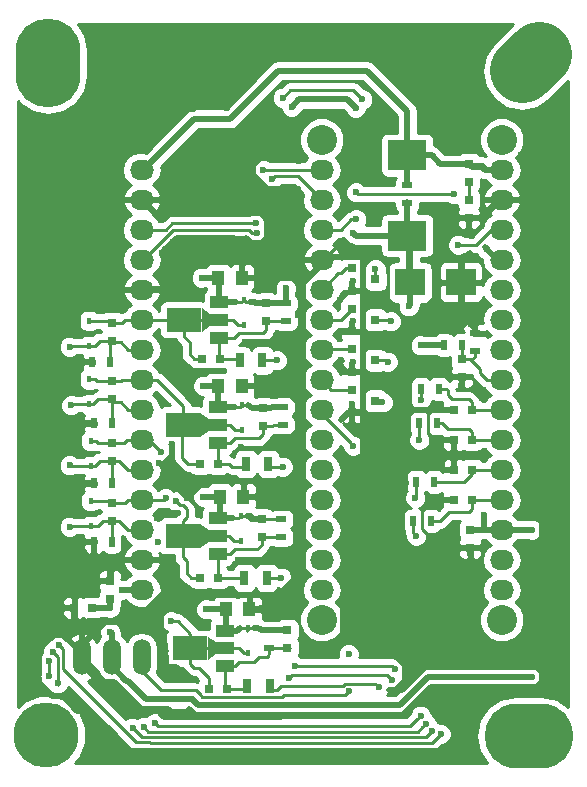
<source format=gbr>
G04 #@! TF.FileFunction,Copper,L1,Top,Signal*
%FSLAX46Y46*%
G04 Gerber Fmt 4.6, Leading zero omitted, Abs format (unit mm)*
G04 Created by KiCad (PCBNEW 4.0.7) date 07/05/18 08:47:19*
%MOMM*%
%LPD*%
G01*
G04 APERTURE LIST*
%ADD10C,0.100000*%
%ADD11R,0.750000X0.800000*%
%ADD12R,0.800000X0.750000*%
%ADD13R,1.000000X1.250000*%
%ADD14R,3.299460X2.499360*%
%ADD15R,2.499360X2.301240*%
%ADD16R,0.800100X0.800100*%
%ADD17R,0.900000X0.500000*%
%ADD18R,0.700000X1.300000*%
%ADD19R,0.500000X0.900000*%
%ADD20R,1.501140X1.000760*%
%ADD21R,2.999740X1.998980*%
%ADD22O,2.032000X1.727200*%
%ADD23R,0.450000X0.590000*%
%ADD24C,2.540000*%
%ADD25O,1.506220X3.014980*%
%ADD26C,5.500000*%
%ADD27O,7.500000X5.500000*%
%ADD28C,5.500000*%
%ADD29O,5.500000X7.500000*%
%ADD30C,0.600000*%
%ADD31C,0.250000*%
%ADD32C,0.500000*%
%ADD33C,0.254000*%
G04 APERTURE END LIST*
D10*
D11*
X151892000Y-72251000D03*
X151892000Y-70751000D03*
X151892000Y-75299000D03*
X151892000Y-73799000D03*
X134747000Y-84062000D03*
X134747000Y-82562000D03*
D12*
X130798000Y-87249000D03*
X129298000Y-87249000D03*
D11*
X121666000Y-85713000D03*
X121666000Y-84213000D03*
D12*
X150634000Y-99187000D03*
X152134000Y-99187000D03*
D13*
X132699000Y-80391000D03*
X130699000Y-80391000D03*
D11*
X152019000Y-103239000D03*
X152019000Y-101739000D03*
D14*
X146685000Y-76807060D03*
X146685000Y-70004940D03*
D15*
X146949160Y-80772000D03*
X151246840Y-80772000D03*
D16*
X142001240Y-79568000D03*
X142001240Y-81468000D03*
X144000220Y-80518000D03*
D17*
X146685000Y-74029000D03*
X146685000Y-72529000D03*
X136398000Y-82562000D03*
X136398000Y-84062000D03*
D18*
X132527000Y-87376000D03*
X134427000Y-87376000D03*
D19*
X148705000Y-100965000D03*
X147205000Y-100965000D03*
X121527000Y-87503000D03*
X120027000Y-87503000D03*
D20*
X130756660Y-85448140D03*
X130756660Y-83947000D03*
X130756660Y-82445860D03*
D21*
X127805180Y-83947000D03*
D10*
G36*
X129279650Y-82946240D02*
X130028950Y-83446620D01*
X130028950Y-84447380D01*
X129279650Y-84947760D01*
X129279650Y-82946240D01*
X129279650Y-82946240D01*
G37*
D11*
X134493000Y-92952000D03*
X134493000Y-91452000D03*
D12*
X130671000Y-96139000D03*
X129171000Y-96139000D03*
D11*
X134366000Y-102350000D03*
X134366000Y-100850000D03*
D12*
X130671000Y-105791000D03*
X129171000Y-105791000D03*
D13*
X132699000Y-89535000D03*
X130699000Y-89535000D03*
X132826000Y-98933000D03*
X130826000Y-98933000D03*
D11*
X121666000Y-90666000D03*
X121666000Y-89166000D03*
X121666000Y-95873000D03*
X121666000Y-94373000D03*
D12*
X150634000Y-96647000D03*
X152134000Y-96647000D03*
X150634000Y-94107000D03*
X152134000Y-94107000D03*
D11*
X136550400Y-111707360D03*
X136550400Y-110207360D03*
D12*
X131433000Y-115189000D03*
X129933000Y-115189000D03*
D13*
X133334000Y-108458000D03*
X131334000Y-108458000D03*
D11*
X121666000Y-100953000D03*
X121666000Y-99453000D03*
D12*
X150634000Y-91567000D03*
X152134000Y-91567000D03*
D11*
X121539000Y-106057000D03*
X121539000Y-107557000D03*
D22*
X124206000Y-71247000D03*
X124206000Y-73787000D03*
X124206000Y-76327000D03*
X124206000Y-78867000D03*
X124206000Y-81407000D03*
X124206000Y-83947000D03*
X124206000Y-86487000D03*
X124206000Y-89027000D03*
X124206000Y-91567000D03*
X124206000Y-94107000D03*
X124206000Y-96647000D03*
X124206000Y-99187000D03*
X124206000Y-101727000D03*
X124206000Y-104267000D03*
X124206000Y-106807000D03*
D16*
X142001240Y-82997000D03*
X142001240Y-84897000D03*
X144000220Y-83947000D03*
X142001240Y-86426000D03*
X142001240Y-88326000D03*
X144000220Y-87376000D03*
D20*
X130629660Y-94338140D03*
X130629660Y-92837000D03*
X130629660Y-91335860D03*
D21*
X127678180Y-92837000D03*
D10*
G36*
X129152650Y-91836240D02*
X129901950Y-92336620D01*
X129901950Y-93337380D01*
X129152650Y-93837760D01*
X129152650Y-91836240D01*
X129152650Y-91836240D01*
G37*
D20*
X130629660Y-103736140D03*
X130629660Y-102235000D03*
X130629660Y-100733860D03*
D21*
X127678180Y-102235000D03*
D10*
G36*
X129152650Y-101234240D02*
X129901950Y-101734620D01*
X129901950Y-102735380D01*
X129152650Y-103235760D01*
X129152650Y-101234240D01*
X129152650Y-101234240D01*
G37*
D16*
X142001240Y-89855000D03*
X142001240Y-91755000D03*
X144000220Y-90805000D03*
D20*
X131264660Y-113261140D03*
X131264660Y-111760000D03*
X131264660Y-110258860D03*
D21*
X128313180Y-111760000D03*
D10*
G36*
X129787650Y-110759240D02*
X130536950Y-111259620D01*
X130536950Y-112260380D01*
X129787650Y-112760760D01*
X129787650Y-110759240D01*
X129787650Y-110759240D01*
G37*
D18*
X133035000Y-96139000D03*
X134935000Y-96139000D03*
X132908000Y-105791000D03*
X134808000Y-105791000D03*
D17*
X136144000Y-91325000D03*
X136144000Y-92825000D03*
X136017000Y-100850000D03*
X136017000Y-102350000D03*
D19*
X121654000Y-92710000D03*
X120154000Y-92710000D03*
X121654000Y-97790000D03*
X120154000Y-97790000D03*
X148959000Y-97663000D03*
X147459000Y-97663000D03*
X149213000Y-92710000D03*
X147713000Y-92710000D03*
D18*
X133162000Y-114935000D03*
X135062000Y-114935000D03*
D17*
X134995920Y-110242920D03*
X134995920Y-111742920D03*
D19*
X121654000Y-102743000D03*
X120154000Y-102743000D03*
X149340000Y-89789000D03*
X147840000Y-89789000D03*
D12*
X118508080Y-108315760D03*
X120008080Y-108315760D03*
D23*
X132842000Y-82257000D03*
X132842000Y-84367000D03*
X119761000Y-84035000D03*
X119761000Y-86145000D03*
X119761000Y-88988000D03*
X119761000Y-91098000D03*
X119888000Y-94195000D03*
X119888000Y-96305000D03*
X132715000Y-91147000D03*
X132715000Y-93257000D03*
X132588000Y-100545000D03*
X132588000Y-102655000D03*
X119888000Y-99275000D03*
X119888000Y-101385000D03*
X133223000Y-110070000D03*
X133223000Y-112180000D03*
D22*
X139446000Y-71247000D03*
X139446000Y-73787000D03*
X139446000Y-76327000D03*
X139446000Y-78867000D03*
X139446000Y-81407000D03*
X139446000Y-83947000D03*
X139446000Y-86487000D03*
X139446000Y-89027000D03*
X139446000Y-91567000D03*
X139446000Y-94107000D03*
X139446000Y-96647000D03*
X139446000Y-99187000D03*
X139446000Y-101727000D03*
X139446000Y-104267000D03*
X139446000Y-106807000D03*
X154686000Y-71247000D03*
X154686000Y-73787000D03*
X154686000Y-76327000D03*
X154686000Y-78867000D03*
X154686000Y-81407000D03*
X154686000Y-83947000D03*
X154686000Y-86487000D03*
X154686000Y-89027000D03*
X154686000Y-91567000D03*
X154686000Y-94107000D03*
X154686000Y-96647000D03*
X154686000Y-99187000D03*
X154686000Y-101727000D03*
X154686000Y-104267000D03*
X154686000Y-106807000D03*
D24*
X139446000Y-68707000D03*
X139446000Y-109347000D03*
X154686000Y-109347000D03*
X154686000Y-68707000D03*
D25*
X119126000Y-112522000D03*
X121666000Y-112522000D03*
X124206000Y-112522000D03*
D26*
X157861987Y-61406053D02*
X156447773Y-62820267D01*
D27*
X156966920Y-119161560D03*
D28*
X116144040Y-119100600D03*
D29*
X116276120Y-62174120D03*
D11*
X151302720Y-88761000D03*
X151302720Y-87261000D03*
D19*
X151311040Y-86070440D03*
X149811040Y-86070440D03*
D17*
X152400000Y-85102000D03*
X152400000Y-86602000D03*
D30*
X142367000Y-75438001D03*
X142367000Y-73152000D03*
X151003000Y-77597000D03*
X150622000Y-73279000D03*
X153416000Y-77977982D03*
X121539000Y-108331000D03*
X157226000Y-114173000D03*
X157226000Y-101727000D03*
X121539000Y-110363000D03*
X122555000Y-106807000D03*
X153162000Y-100457000D03*
X152057990Y-84328000D03*
X152057990Y-88747525D03*
X151277320Y-89565480D03*
X150427720Y-88761000D03*
X158686500Y-110617000D03*
X155765500Y-115570000D03*
X153606500Y-116268500D03*
X151802922Y-118658640D03*
X149580600Y-120437034D03*
X146898360Y-120487035D03*
X144139920Y-120487035D03*
X141112240Y-120487035D03*
X138247120Y-120487035D03*
X134726680Y-120487035D03*
X131226560Y-120487035D03*
X127650240Y-120487035D03*
X123246274Y-120437034D03*
X121686320Y-118877080D03*
X119842280Y-117033040D03*
X115443000Y-114046000D03*
X120406160Y-114325400D03*
X128270000Y-90170000D03*
X127127000Y-86233000D03*
X128270000Y-81661000D03*
X131191000Y-88265000D03*
X132969000Y-85852000D03*
X132334000Y-104267000D03*
X132588000Y-94705010D03*
X130937000Y-97409000D03*
X131699000Y-107061000D03*
X127635000Y-113554480D03*
X126213308Y-111956731D03*
X138049000Y-111887000D03*
X140462000Y-111760000D03*
X144907000Y-117432967D03*
X142367000Y-117432967D03*
X140335000Y-117432967D03*
X137541000Y-117432967D03*
X134239000Y-117602000D03*
X129794000Y-117602000D03*
X127127000Y-117602000D03*
X146772075Y-117054075D03*
X149987000Y-115189000D03*
X153289000Y-115316000D03*
X146685000Y-89027000D03*
X146558000Y-92456000D03*
X146685000Y-95123000D03*
X146608998Y-97790000D03*
X146812000Y-103124000D03*
X145585264Y-115570000D03*
X146812000Y-113919000D03*
X158686500Y-103060500D03*
X158559500Y-108902500D03*
X158623000Y-106172000D03*
X158623000Y-111633000D03*
X158242000Y-115062000D03*
X157099000Y-68707000D03*
X154686000Y-66421000D03*
X152400000Y-68199000D03*
X150114000Y-69342000D03*
X148018500Y-67627500D03*
X147066000Y-65151000D03*
X143510000Y-61849000D03*
X139827000Y-61849000D03*
X135636000Y-61849000D03*
X133731000Y-63627000D03*
X131421235Y-66004670D03*
X128511260Y-66090555D03*
X123825000Y-68834000D03*
X122174000Y-72517000D03*
X122301000Y-74803000D03*
X122428000Y-77597000D03*
X141224000Y-74803000D03*
X141478000Y-70231000D03*
X140779500Y-66357500D03*
X138049000Y-66548000D03*
X156337000Y-80137000D03*
X156337000Y-80137000D03*
X156337000Y-77470000D03*
X156337000Y-77470000D03*
X156337000Y-69977000D03*
X149606000Y-95758000D03*
X140970000Y-82296000D03*
X114046000Y-81407000D03*
X125791585Y-87757000D03*
X140970000Y-95377000D03*
X140843000Y-98044000D03*
X140843000Y-100584000D03*
X140970000Y-102997000D03*
X140970000Y-105410000D03*
X140970000Y-107950000D03*
X137922000Y-107950000D03*
X137922000Y-105664000D03*
X137922000Y-102997000D03*
X137922000Y-100584000D03*
X138012010Y-97917000D03*
X137541000Y-95250000D03*
X137541000Y-92964000D03*
X137541000Y-89154000D03*
X137415019Y-86854983D03*
X137415019Y-83566000D03*
X118999000Y-105283000D03*
X125730000Y-104267000D03*
X125476000Y-100711000D03*
X127307021Y-100329569D03*
X128057279Y-99001372D03*
X125578308Y-102743000D03*
X125766990Y-105537000D03*
X122555000Y-109855000D03*
X125857000Y-98044000D03*
X125713480Y-96093906D03*
X126761262Y-94449845D03*
X125857000Y-90805000D03*
X125857000Y-90805000D03*
X126301500Y-85788500D03*
X126301500Y-85788500D03*
X126047500Y-81343500D03*
X137415019Y-75368764D03*
X134117994Y-77471120D03*
X133016777Y-77062365D03*
X131191000Y-77052010D03*
X129540000Y-77052010D03*
X128143000Y-77052010D03*
X126872364Y-77378356D03*
X128016000Y-74938139D03*
X129540000Y-74938139D03*
X131191000Y-74938139D03*
X133767990Y-73279000D03*
X133767990Y-71835276D03*
X137415019Y-72898000D03*
X137541000Y-70521990D03*
X134783990Y-70160766D03*
X134838811Y-76865603D03*
X133223000Y-74938139D03*
X126118153Y-75421528D03*
X125937859Y-78312859D03*
X158115000Y-100838000D03*
X156375990Y-113284000D03*
X149823010Y-113322990D03*
X142113000Y-80645000D03*
X142113000Y-84074000D03*
X142113000Y-87503000D03*
X141986000Y-91059000D03*
X152082500Y-104584500D03*
X153225500Y-103251000D03*
X149987000Y-99187000D03*
X149869009Y-94107000D03*
X150634000Y-95377000D03*
X122428000Y-81407000D03*
X151638000Y-83566000D03*
X149352000Y-91186000D03*
X153162000Y-75057000D03*
X119126000Y-92710000D03*
X134366000Y-89535000D03*
X121539000Y-104267000D03*
X121539000Y-105029000D03*
X119126000Y-109982000D03*
X120650000Y-106045000D03*
X118999000Y-102743000D03*
X119126000Y-97790000D03*
X134366000Y-98933000D03*
X134366000Y-108331000D03*
X118999000Y-87503000D03*
X119126000Y-81407000D03*
X125730000Y-74930000D03*
X152019000Y-78359000D03*
X152146000Y-76835000D03*
X141097000Y-77343000D03*
X140970000Y-87757000D03*
X140970000Y-85090000D03*
X137668000Y-78867000D03*
X137541000Y-80391000D03*
X134239000Y-80391000D03*
X126873000Y-78613000D03*
X134239000Y-78613000D03*
X147828000Y-86106000D03*
X146812000Y-82804000D03*
X136906000Y-65912998D03*
X142312767Y-65980791D03*
X136398000Y-81280000D03*
X142113000Y-76581000D03*
X129286000Y-80391000D03*
X129413000Y-89535000D03*
X129413000Y-98933000D03*
X129667000Y-108458000D03*
X147828000Y-117475000D03*
X147447000Y-102235000D03*
X118110004Y-86233000D03*
X125349000Y-118110004D03*
X136144000Y-65151000D03*
X142875000Y-65278000D03*
X144000220Y-79646780D03*
X135636000Y-87376000D03*
X127127000Y-99314000D03*
X125857000Y-95123000D03*
X148281958Y-118133742D03*
X118236998Y-91186000D03*
X124361238Y-118432794D03*
X116377720Y-114142520D03*
X116392956Y-112842044D03*
X147374984Y-99005988D03*
X117088920Y-114721640D03*
X148777924Y-118761466D03*
X118110000Y-96266000D03*
X116665441Y-112089867D03*
X123443998Y-118491000D03*
X147701000Y-94107000D03*
X126707020Y-109474000D03*
X126238000Y-99060000D03*
X149534784Y-119020662D03*
X118110004Y-101473000D03*
X117177622Y-111475303D03*
X147828000Y-90716990D03*
X145669000Y-113538002D03*
X136144000Y-96393000D03*
X137160000Y-113284000D03*
X145288000Y-84074000D03*
X145043980Y-87503000D03*
X145362435Y-114403943D03*
X136026980Y-105791000D03*
X136652000Y-114300000D03*
X144593969Y-90932000D03*
X144272000Y-115062000D03*
X142113002Y-94615000D03*
X141732000Y-115372958D03*
X141732000Y-112268000D03*
X133878269Y-75788140D03*
X134493000Y-71247000D03*
X133984994Y-76581000D03*
X135255000Y-72009000D03*
D31*
X141942736Y-75438001D02*
X142367000Y-75438001D01*
X141053737Y-76327000D02*
X141942736Y-75438001D01*
X139446000Y-76327000D02*
X141053737Y-76327000D01*
X150622000Y-73279000D02*
X142494000Y-73279000D01*
X142494000Y-73279000D02*
X142367000Y-73152000D01*
X152527000Y-77597000D02*
X153797000Y-76327000D01*
X151003000Y-77597000D02*
X152527000Y-77597000D01*
X153797000Y-76327000D02*
X154686000Y-76327000D01*
D32*
X124206000Y-71247000D02*
X124333000Y-71247000D01*
X124333000Y-71247000D02*
X128651000Y-66929000D01*
X128651000Y-66929000D02*
X131699000Y-66929000D01*
X131699000Y-66929000D02*
X135763000Y-62865000D01*
X135763000Y-62865000D02*
X143256000Y-62865000D01*
X143256000Y-62865000D02*
X146685000Y-66294000D01*
X146685000Y-66294000D02*
X146685000Y-70004940D01*
X146685000Y-72529000D02*
X146685000Y-70004940D01*
X151892000Y-70751000D02*
X149491000Y-70751000D01*
X149491000Y-70751000D02*
X148744940Y-70004940D01*
X148744940Y-70004940D02*
X146685000Y-70004940D01*
X154686000Y-71247000D02*
X153289000Y-71247000D01*
X153047000Y-71005000D02*
X152146000Y-71005000D01*
X153289000Y-71247000D02*
X153047000Y-71005000D01*
X152146000Y-71005000D02*
X151892000Y-70751000D01*
D31*
X146685000Y-70004940D02*
X148744940Y-70004940D01*
X148744940Y-70004940D02*
X149491000Y-70751000D01*
X154686000Y-71247000D02*
X153543000Y-71247000D01*
X153543000Y-71247000D02*
X153047000Y-70751000D01*
X153047000Y-70751000D02*
X151892000Y-70751000D01*
D32*
X120008080Y-108315760D02*
X121523760Y-108315760D01*
X121523760Y-108315760D02*
X121539000Y-108331000D01*
X132272401Y-116585012D02*
X132251401Y-116564012D01*
X157226000Y-114173000D02*
X148451056Y-114173000D01*
X132251401Y-116564012D02*
X128993401Y-116564012D01*
X128532988Y-116078000D02*
X124575002Y-116078000D01*
X148451056Y-114173000D02*
X146041099Y-116582957D01*
X124575002Y-116078000D02*
X123026492Y-114529490D01*
X146041099Y-116582957D02*
X136334654Y-116582957D01*
X136334654Y-116582957D02*
X136332599Y-116585012D01*
X123026492Y-114529490D02*
X122919110Y-114529490D01*
X136332599Y-116585012D02*
X132272401Y-116585012D01*
X128993401Y-116564012D02*
X128532988Y-116103599D01*
X128532988Y-116103599D02*
X128532988Y-116078000D01*
X122919110Y-114529490D02*
X121666000Y-113276380D01*
X121666000Y-113276380D02*
X121666000Y-112522000D01*
D31*
X153415982Y-77977982D02*
X153416000Y-77977982D01*
X153289000Y-77851000D02*
X153415982Y-77977982D01*
X153258298Y-77820298D02*
X153289000Y-77851000D01*
D32*
X121539000Y-107557000D02*
X121539000Y-108331000D01*
X154686000Y-101727000D02*
X157226000Y-101727000D01*
X124206000Y-106807000D02*
X122555000Y-106807000D01*
X121666000Y-112522000D02*
X121666000Y-110490000D01*
X121666000Y-110490000D02*
X121539000Y-110363000D01*
X154686000Y-101727000D02*
X156202000Y-101727000D01*
X153162000Y-100457000D02*
X153162000Y-101600000D01*
X153162000Y-101600000D02*
X153035000Y-101727000D01*
X154686000Y-101727000D02*
X153035000Y-101727000D01*
X153035000Y-101727000D02*
X152031000Y-101727000D01*
X152031000Y-101727000D02*
X152019000Y-101739000D01*
X154686000Y-101727000D02*
X154432000Y-101727000D01*
X154686000Y-101727000D02*
X156210000Y-101727000D01*
X154686000Y-78867000D02*
X154305000Y-78867000D01*
X154305000Y-78867000D02*
X153258298Y-77820298D01*
D31*
X154305000Y-78867000D02*
X153258298Y-77820298D01*
X152031000Y-101727000D02*
X152019000Y-101739000D01*
X152031000Y-101727000D02*
X152019000Y-101739000D01*
X151892000Y-72251000D02*
X151892000Y-73799000D01*
D32*
X151638000Y-83566000D02*
X151638000Y-83908010D01*
X151638000Y-83908010D02*
X152057990Y-84328000D01*
X152400000Y-85102000D02*
X152400000Y-84670010D01*
X152400000Y-84670010D02*
X152057990Y-84328000D01*
X152057990Y-88747525D02*
X151316195Y-88747525D01*
X151316195Y-88747525D02*
X151302720Y-88761000D01*
X151302720Y-88761000D02*
X151302720Y-89540080D01*
X151302720Y-89540080D02*
X151277320Y-89565480D01*
X151302720Y-88761000D02*
X150728680Y-88761000D01*
X150728680Y-88761000D02*
X150427720Y-88761000D01*
X150134920Y-88468200D02*
X147243800Y-88468200D01*
X147243800Y-88468200D02*
X146685000Y-89027000D01*
X150427720Y-88761000D02*
X150134920Y-88468200D01*
X118744960Y-117033040D02*
X117547722Y-115835802D01*
X119842280Y-117033040D02*
X118744960Y-117033040D01*
X115486102Y-114444224D02*
X115443000Y-114046000D01*
X117547722Y-115835802D02*
X116645358Y-115835802D01*
X115486102Y-114676546D02*
X115486102Y-114444224D01*
X116645358Y-115835802D02*
X115486102Y-114676546D01*
X158432491Y-110617000D02*
X158076001Y-101311990D01*
X158076001Y-112433999D02*
X158432491Y-110617000D01*
X158432491Y-110617000D02*
X158686500Y-110617000D01*
X155766187Y-115580959D02*
X154632482Y-115829080D01*
X156972000Y-115570000D02*
X155766187Y-115580959D01*
X155766187Y-115580959D02*
X155766187Y-115570687D01*
X155766187Y-115570687D02*
X155765500Y-115570000D01*
X153623029Y-116289494D02*
X151802922Y-118658640D01*
X154632482Y-115829080D02*
X153623029Y-116289494D01*
X153623029Y-116289494D02*
X153623029Y-116285029D01*
X153623029Y-116285029D02*
X153606500Y-116268500D01*
X151802922Y-118658640D02*
X150024528Y-120437034D01*
X149580600Y-120437034D02*
X146898360Y-120437034D01*
X150024528Y-120437034D02*
X149580600Y-120437034D01*
X146898360Y-120437034D02*
X144139920Y-120437034D01*
X146898360Y-120437034D02*
X146898360Y-120487035D01*
X144139920Y-120437034D02*
X141112240Y-120437034D01*
X144139920Y-120437034D02*
X144139920Y-120487035D01*
X141112240Y-120437034D02*
X138247120Y-120437034D01*
X141112240Y-120437034D02*
X141112240Y-120487035D01*
X138247120Y-120437034D02*
X134726680Y-120437034D01*
X138247120Y-120437034D02*
X138247120Y-120487035D01*
X134726680Y-120437034D02*
X131226560Y-120437034D01*
X134726680Y-120437034D02*
X134726680Y-120487035D01*
X131226560Y-120437034D02*
X127650240Y-120437034D01*
X131226560Y-120437034D02*
X131226560Y-120487035D01*
X127650240Y-120437034D02*
X123246274Y-120437034D01*
X127650240Y-120437034D02*
X127650240Y-120487035D01*
X121686320Y-118877080D02*
X119842280Y-117033040D01*
X123246274Y-120437034D02*
X121686320Y-118877080D01*
X115484617Y-114051720D02*
X115448720Y-114051720D01*
X115448720Y-114051720D02*
X115443000Y-114046000D01*
X158076001Y-114581001D02*
X156972000Y-115570000D01*
X115484617Y-114051720D02*
X115542955Y-111851968D01*
X115542955Y-111851968D02*
X116769621Y-110625302D01*
X116769621Y-110625302D02*
X117585623Y-110625302D01*
X117585623Y-110625302D02*
X119369009Y-112408688D01*
X119126000Y-112522000D02*
X119126000Y-113045240D01*
X119126000Y-113045240D02*
X120406160Y-114325400D01*
X119126000Y-112522000D02*
X120519561Y-113915561D01*
X120519561Y-113915561D02*
X120519561Y-114074879D01*
X120519561Y-114074879D02*
X121024182Y-114579500D01*
X124136246Y-116878010D02*
X121837736Y-114579500D01*
X121837736Y-114579500D02*
X121024182Y-114579500D01*
X127127000Y-117602000D02*
X126403010Y-116878010D01*
X126403010Y-116878010D02*
X124136246Y-116878010D01*
X118508080Y-108315760D02*
X118508080Y-109364080D01*
X118508080Y-109364080D02*
X119126000Y-109982000D01*
X125791585Y-87757000D02*
X125857000Y-87757000D01*
X125857000Y-87757000D02*
X128270000Y-90170000D01*
X126047500Y-81343500D02*
X128016000Y-81407000D01*
X128016000Y-81407000D02*
X128270000Y-81661000D01*
X125791585Y-87757000D02*
X126299585Y-88265000D01*
X126299585Y-88265000D02*
X131191000Y-88265000D01*
X137415019Y-86854983D02*
X136412036Y-85852000D01*
X136412036Y-85852000D02*
X132969000Y-85852000D01*
X137922000Y-102997000D02*
X136652000Y-104267000D01*
X136652000Y-104267000D02*
X132334000Y-104267000D01*
X125857000Y-111600423D02*
X125857000Y-108596998D01*
X125857000Y-108596998D02*
X127170999Y-107282999D01*
X126213308Y-111956731D02*
X125857000Y-111600423D01*
X127170999Y-107282999D02*
X135830001Y-107282999D01*
X121130999Y-109512999D02*
X124244999Y-109512999D01*
X124244999Y-109512999D02*
X125984000Y-111252000D01*
X125984000Y-111252000D02*
X125984000Y-112141000D01*
X125984000Y-112141000D02*
X126263309Y-112420309D01*
X126263309Y-112420309D02*
X126263309Y-113199491D01*
X126263309Y-113199491D02*
X126373309Y-113309491D01*
X126373309Y-113309491D02*
X127152491Y-113309491D01*
X127152491Y-113309491D02*
X127447480Y-113604480D01*
X127447480Y-113604480D02*
X127585000Y-113604480D01*
X127585000Y-113604480D02*
X127635000Y-113554480D01*
X122555000Y-109855000D02*
X122854999Y-110154999D01*
X122854999Y-110154999D02*
X125013999Y-110154999D01*
X125013999Y-110154999D02*
X126213308Y-111354308D01*
X126213308Y-111354308D02*
X126213308Y-111956731D01*
X128057279Y-99001372D02*
X129649651Y-97409000D01*
X129649651Y-97409000D02*
X130937000Y-97409000D01*
X127290990Y-107061000D02*
X131699000Y-107061000D01*
X125766990Y-105537000D02*
X127290990Y-107061000D01*
X148169673Y-113322999D02*
X157634001Y-113322999D01*
X145122001Y-115253944D02*
X146238728Y-115253944D01*
X146238728Y-115253944D02*
X148169673Y-113322999D01*
X158076001Y-114581001D02*
X157634001Y-115023001D01*
X157634001Y-115023001D02*
X148732439Y-115023001D01*
X148732439Y-115023001D02*
X146370418Y-117385022D01*
X146370418Y-117385022D02*
X128683027Y-117385022D01*
X128683027Y-117385022D02*
X128176015Y-116878010D01*
X120017000Y-110626998D02*
X121130999Y-109512999D01*
X142963003Y-78739661D02*
X142963003Y-109574003D01*
X142963003Y-109574003D02*
X146519001Y-113130001D01*
X146519001Y-113130001D02*
X146519001Y-114505379D01*
X146519001Y-114505379D02*
X145770436Y-115253944D01*
X145770436Y-115253944D02*
X145122001Y-115253944D01*
X126238000Y-111956731D02*
X126213308Y-111956731D01*
X140462000Y-111760000D02*
X138176000Y-111760000D01*
X138176000Y-111760000D02*
X138049000Y-111887000D01*
X140970000Y-107950000D02*
X141269999Y-108249999D01*
X141269999Y-110952001D02*
X140462000Y-111760000D01*
X141269999Y-108249999D02*
X141269999Y-110952001D01*
X144907000Y-117382967D02*
X142367000Y-117382967D01*
X146443183Y-117382967D02*
X144907000Y-117382967D01*
X144907000Y-117382967D02*
X144907000Y-117432967D01*
X142367000Y-117382967D02*
X140335000Y-117382967D01*
X142367000Y-117382967D02*
X142367000Y-117432967D01*
X140335000Y-117382967D02*
X137541000Y-117382967D01*
X140335000Y-117382967D02*
X140335000Y-117432967D01*
X137541000Y-117432967D02*
X136666028Y-117382967D01*
X137541000Y-117382967D02*
X137541000Y-117432967D01*
X134239000Y-117602000D02*
X136017000Y-117602000D01*
X129794000Y-117602000D02*
X134239000Y-117602000D01*
X127127000Y-117602000D02*
X129794000Y-117602000D01*
X126098998Y-117602000D02*
X127127000Y-117602000D01*
X140083505Y-78617949D02*
X142841291Y-78617949D01*
X119519000Y-111124998D02*
X121130999Y-109512999D01*
X142963003Y-78739661D02*
X142963003Y-108216311D01*
X121130999Y-109512999D02*
X123677748Y-109512999D01*
X137879990Y-105233010D02*
X137879990Y-80821464D01*
X123677748Y-109512999D02*
X125907748Y-107282999D01*
X157634001Y-113322999D02*
X158076001Y-113764999D01*
X158076001Y-113764999D02*
X158076001Y-114581001D01*
X125907748Y-107282999D02*
X135830001Y-107282999D01*
X148069691Y-113322999D02*
X157634001Y-113322999D01*
X135830001Y-107282999D02*
X137879990Y-105233010D01*
X137879990Y-80821464D02*
X140083505Y-78617949D01*
X136017000Y-117602000D02*
X136233978Y-117385022D01*
X142841291Y-78617949D02*
X142963003Y-78739661D01*
X142963003Y-108216311D02*
X148069691Y-113322999D01*
X125757001Y-117260003D02*
X126098998Y-117602000D01*
X137538945Y-117385022D02*
X137541000Y-117382967D01*
X136233978Y-117385022D02*
X137538945Y-117385022D01*
X146772075Y-117054075D02*
X146443183Y-117382967D01*
X149987000Y-115189000D02*
X148637150Y-115189000D01*
X148637150Y-115189000D02*
X146772075Y-117054075D01*
X158242000Y-115062000D02*
X153543000Y-115062000D01*
X153543000Y-115062000D02*
X153289000Y-115316000D01*
D31*
X148705000Y-103239000D02*
X148705000Y-102419998D01*
X148705000Y-102419998D02*
X147955000Y-101669998D01*
X147955000Y-101669998D02*
X147955000Y-99949000D01*
X147955000Y-99949000D02*
X148717000Y-99187000D01*
D32*
X147111999Y-113619001D02*
X146812000Y-113919000D01*
X149823010Y-113322990D02*
X147408010Y-113322990D01*
X147408010Y-113322990D02*
X147111999Y-113619001D01*
X157099000Y-68707000D02*
X157099000Y-69215000D01*
X157099000Y-69215000D02*
X156337000Y-69977000D01*
X154178000Y-66421000D02*
X154686000Y-66421000D01*
X152400000Y-68199000D02*
X154178000Y-66421000D01*
X148762999Y-67990999D02*
X150114000Y-69342000D01*
X148018500Y-67627500D02*
X147873999Y-67990999D01*
X147873999Y-67990999D02*
X148762999Y-67990999D01*
X143891000Y-61976000D02*
X147066000Y-65151000D01*
X143510000Y-61849000D02*
X143637000Y-61976000D01*
X143637000Y-61976000D02*
X143891000Y-61976000D01*
X135636000Y-61849000D02*
X139827000Y-61849000D01*
X131421235Y-66004670D02*
X131421235Y-65936765D01*
X131421235Y-65936765D02*
X133731000Y-63627000D01*
X123825000Y-68834000D02*
X126530010Y-66128990D01*
X126530010Y-66128990D02*
X128472825Y-66128990D01*
X128472825Y-66128990D02*
X128511260Y-66090555D01*
X122301000Y-74803000D02*
X122301000Y-72644000D01*
X122301000Y-72644000D02*
X122174000Y-72517000D01*
X122428000Y-81407000D02*
X122428000Y-77597000D01*
X149606000Y-96647000D02*
X149606000Y-95758000D01*
X150634000Y-96647000D02*
X149606000Y-96647000D01*
D31*
X140970000Y-81871736D02*
X140970000Y-82296000D01*
X140970000Y-81849190D02*
X140970000Y-81871736D01*
X141925000Y-81468000D02*
X141798000Y-81468000D01*
X142001240Y-81468000D02*
X141351190Y-81468000D01*
X141269999Y-81996001D02*
X140970000Y-82296000D01*
X141798000Y-81468000D02*
X141269999Y-81996001D01*
X141351190Y-81468000D02*
X140970000Y-81849190D01*
D32*
X142001240Y-91755000D02*
X141798000Y-91755000D01*
X141798000Y-91755000D02*
X141101666Y-92451334D01*
X137541000Y-89154000D02*
X137840999Y-89453999D01*
X120650000Y-106045000D02*
X121527000Y-106045000D01*
X121527000Y-106045000D02*
X121539000Y-106057000D01*
X121539000Y-106057000D02*
X121539000Y-105029000D01*
X124206000Y-104267000D02*
X121539000Y-104267000D01*
X124206000Y-104267000D02*
X125730000Y-104267000D01*
X125857431Y-100329569D02*
X125775999Y-100411001D01*
X125775999Y-100411001D02*
X125476000Y-100711000D01*
X127307021Y-100329569D02*
X125857431Y-100329569D01*
X125857000Y-98044000D02*
X127099907Y-98044000D01*
X127099907Y-98044000D02*
X127757280Y-98701373D01*
X127757280Y-98701373D02*
X128057279Y-99001372D01*
X122255001Y-109555001D02*
X122174000Y-109474000D01*
X122174000Y-109474000D02*
X119634000Y-109474000D01*
X119425999Y-109682001D02*
X119126000Y-109982000D01*
X119634000Y-109474000D02*
X119425999Y-109682001D01*
X122081001Y-109555001D02*
X122255001Y-109555001D01*
X122555000Y-109855000D02*
X122255001Y-109555001D01*
X125972002Y-96266000D02*
X125885574Y-96266000D01*
X125885574Y-96266000D02*
X125713480Y-96093906D01*
X126761262Y-94449845D02*
X126761262Y-95476740D01*
X126761262Y-95476740D02*
X125972002Y-96266000D01*
X124206000Y-81407000D02*
X126047500Y-81343500D01*
X135138810Y-76443190D02*
X136213236Y-75368764D01*
X136213236Y-75368764D02*
X137415019Y-75368764D01*
X134838811Y-76865603D02*
X135138810Y-76565604D01*
X135138810Y-76565604D02*
X135138810Y-76443190D01*
X134112000Y-77431001D02*
X134392995Y-77431001D01*
X133456123Y-77431001D02*
X134112000Y-77431001D01*
X134112000Y-77431001D02*
X134112000Y-77465126D01*
X134112000Y-77465126D02*
X134117994Y-77471120D01*
X131191000Y-77002010D02*
X133016777Y-77062365D01*
X133027132Y-77002010D02*
X133027132Y-77052010D01*
X133027132Y-77052010D02*
X133016777Y-77062365D01*
X129540000Y-77002010D02*
X131191000Y-77002010D01*
X131191000Y-77002010D02*
X131191000Y-77052010D01*
X128143000Y-77002010D02*
X129540000Y-77002010D01*
X129540000Y-77002010D02*
X129540000Y-77052010D01*
X127177998Y-77002010D02*
X128143000Y-77002010D01*
X128143000Y-77002010D02*
X128143000Y-77052010D01*
X126837008Y-77343000D02*
X127177998Y-77002010D01*
X126111000Y-78069008D02*
X126837008Y-77343000D01*
X126837008Y-77343000D02*
X126872364Y-77378356D01*
X125937859Y-78312859D02*
X126111000Y-78139718D01*
X126111000Y-78139718D02*
X126111000Y-78069008D01*
X133027132Y-77002010D02*
X133456123Y-77431001D01*
X134392995Y-77431001D02*
X134834995Y-76989001D01*
X134834995Y-76989001D02*
X134834995Y-75486864D01*
X134834995Y-75486864D02*
X134286270Y-74938139D01*
X134286270Y-74938139D02*
X133477000Y-74938139D01*
X128016000Y-74938139D02*
X126601542Y-74938139D01*
X129540000Y-74938139D02*
X128016000Y-74938139D01*
X131191000Y-74938139D02*
X129540000Y-74938139D01*
X133477000Y-74938139D02*
X131191000Y-74938139D01*
X137415019Y-72898000D02*
X137376020Y-72859001D01*
X137376020Y-72859001D02*
X134846999Y-72859001D01*
X134846999Y-72859001D02*
X133642999Y-71655001D01*
X133642999Y-71655001D02*
X133642999Y-70838999D01*
X133642999Y-70838999D02*
X134321232Y-70160766D01*
X134321232Y-70160766D02*
X134359726Y-70160766D01*
X134359726Y-70160766D02*
X134783990Y-70160766D01*
X134783990Y-70160766D02*
X137179776Y-70160766D01*
X137179776Y-70160766D02*
X137541000Y-70521990D01*
X133477000Y-74938139D02*
X133223000Y-74938139D01*
X126601542Y-74938139D02*
X126118153Y-75421528D01*
X157226000Y-113284000D02*
X158076001Y-112433999D01*
X158076001Y-101311990D02*
X158115000Y-100838000D01*
X156375990Y-113284000D02*
X157226000Y-113284000D01*
X119126000Y-112522000D02*
X119126000Y-113411000D01*
X132699000Y-80391000D02*
X134239000Y-80391000D01*
X137541000Y-80391000D02*
X134239000Y-80391000D01*
X142001240Y-81468000D02*
X142001240Y-80756760D01*
X142001240Y-80756760D02*
X142113000Y-80645000D01*
X142001240Y-84897000D02*
X142001240Y-84185760D01*
X142001240Y-84185760D02*
X142113000Y-84074000D01*
X142001240Y-88326000D02*
X142001240Y-87614760D01*
X142001240Y-87614760D02*
X142113000Y-87503000D01*
X142001240Y-91755000D02*
X142001240Y-91074240D01*
X142001240Y-91074240D02*
X141986000Y-91059000D01*
X152082500Y-104584500D02*
X152019000Y-103239000D01*
X152019000Y-103239000D02*
X153213500Y-103239000D01*
X153213500Y-103239000D02*
X153225500Y-103251000D01*
X149987000Y-99187000D02*
X148717000Y-99187000D01*
X150634000Y-99187000D02*
X149987000Y-99187000D01*
D31*
X149869009Y-94107000D02*
X148971000Y-94107000D01*
D32*
X150634000Y-94107000D02*
X149869009Y-94107000D01*
X150634000Y-95377000D02*
X150634000Y-96647000D01*
X150634000Y-94107000D02*
X150634000Y-95377000D01*
X132826000Y-98933000D02*
X134366000Y-98933000D01*
X125730000Y-74930000D02*
X125349000Y-74930000D01*
X125349000Y-74930000D02*
X124206000Y-73787000D01*
X134239000Y-78613000D02*
X126873000Y-78613000D01*
X133334000Y-108458000D02*
X134239000Y-108458000D01*
X134239000Y-108458000D02*
X134366000Y-108331000D01*
X132699000Y-89535000D02*
X134366000Y-89535000D01*
X124206000Y-81407000D02*
X122428000Y-81407000D01*
X120154000Y-92710000D02*
X119126000Y-92710000D01*
X120154000Y-97790000D02*
X119126000Y-97790000D01*
X120154000Y-102743000D02*
X118999000Y-102743000D01*
X119126000Y-112522000D02*
X119126000Y-109982000D01*
X152019000Y-103239000D02*
X148705000Y-103239000D01*
X142001240Y-84897000D02*
X141163000Y-84897000D01*
X141163000Y-84897000D02*
X140970000Y-85090000D01*
X142001240Y-88326000D02*
X141539000Y-88326000D01*
X141539000Y-88326000D02*
X140970000Y-87757000D01*
X142001240Y-91755000D02*
X142809000Y-91755000D01*
X146685000Y-91567000D02*
X148717000Y-91567000D01*
X146177000Y-92075000D02*
X146685000Y-91567000D01*
X143129000Y-92075000D02*
X146177000Y-92075000D01*
X142809000Y-91755000D02*
X143129000Y-92075000D01*
X150634000Y-91567000D02*
X148717000Y-91567000D01*
X150634000Y-91567000D02*
X149733000Y-91567000D01*
X149733000Y-91567000D02*
X149352000Y-91186000D01*
X151892000Y-75299000D02*
X151892000Y-76581000D01*
X151892000Y-76581000D02*
X152146000Y-76835000D01*
X151246840Y-80772000D02*
X151246840Y-79044162D01*
X152019000Y-78272002D02*
X152019000Y-78359000D01*
X151246840Y-79044162D02*
X152019000Y-78272002D01*
X151246840Y-80772000D02*
X151246840Y-83174840D01*
X151246840Y-83174840D02*
X151638000Y-83566000D01*
X154686000Y-73787000D02*
X154432000Y-73787000D01*
X154432000Y-73787000D02*
X153162000Y-75057000D01*
X151892000Y-75299000D02*
X153047000Y-75299000D01*
X153047000Y-75299000D02*
X153416000Y-74930000D01*
X154686000Y-73787000D02*
X154559000Y-73787000D01*
X154559000Y-73787000D02*
X153416000Y-74930000D01*
D31*
X120027000Y-87503000D02*
X118999000Y-87503000D01*
X154559000Y-73787000D02*
X153416000Y-74930000D01*
X149352000Y-91186000D02*
X149352000Y-91567000D01*
X151246840Y-83174840D02*
X151638000Y-83566000D01*
X152146000Y-76835000D02*
X151892000Y-76581000D01*
X141097000Y-77343000D02*
X139573000Y-78867000D01*
X139573000Y-78867000D02*
X139446000Y-78867000D01*
X141539000Y-88326000D02*
X140970000Y-87757000D01*
X140970000Y-85090000D02*
X141163000Y-84897000D01*
X139446000Y-78867000D02*
X137668000Y-78867000D01*
X148590000Y-91694000D02*
X148717000Y-91567000D01*
X148971000Y-94107000D02*
X148463000Y-93599000D01*
X148463000Y-93599000D02*
X148463000Y-91821000D01*
X148463000Y-91821000D02*
X148590000Y-91694000D01*
X148717000Y-91567000D02*
X149352000Y-91567000D01*
X149352000Y-91567000D02*
X150634000Y-91567000D01*
X130798000Y-87249000D02*
X132400000Y-87249000D01*
X132400000Y-87249000D02*
X132527000Y-87376000D01*
X130756660Y-85448140D02*
X130756660Y-87207660D01*
X130756660Y-87207660D02*
X130798000Y-87249000D01*
X130756660Y-85448140D02*
X132057140Y-85448140D01*
X134747000Y-84836000D02*
X134747000Y-84062000D01*
X134493000Y-85090000D02*
X134747000Y-84836000D01*
X132415280Y-85090000D02*
X134493000Y-85090000D01*
X132057140Y-85448140D02*
X132415280Y-85090000D01*
X136398000Y-84062000D02*
X134747000Y-84062000D01*
D32*
X147828000Y-86106000D02*
X149775480Y-86106000D01*
X149775480Y-86106000D02*
X149811040Y-86070440D01*
X146949160Y-80772000D02*
X146949160Y-82666840D01*
X146949160Y-82666840D02*
X146812000Y-82804000D01*
X136550400Y-110207360D02*
X135031480Y-110207360D01*
X135031480Y-110207360D02*
X134995920Y-110242920D01*
X134995920Y-110242920D02*
X134383080Y-110242920D01*
X134383080Y-110242920D02*
X134378000Y-110248000D01*
X142312767Y-65980791D02*
X141609976Y-65278000D01*
X141609976Y-65278000D02*
X137540998Y-65278000D01*
X137540998Y-65278000D02*
X136906000Y-65912998D01*
X136398000Y-82562000D02*
X136398000Y-81280000D01*
X146685000Y-76807060D02*
X142339060Y-76807060D01*
X142339060Y-76807060D02*
X142113000Y-76581000D01*
X134378000Y-110248000D02*
X134239000Y-110109000D01*
X134239000Y-110109000D02*
X134112000Y-110109000D01*
X135128000Y-110248000D02*
X134378000Y-110248000D01*
D31*
X133223000Y-110070000D02*
X133731000Y-110070000D01*
D32*
X133731000Y-110070000D02*
X134073000Y-110070000D01*
X134073000Y-110070000D02*
X134112000Y-110109000D01*
X131264660Y-110258860D02*
X132311140Y-110258860D01*
X132311140Y-110258860D02*
X132500000Y-110070000D01*
X131334000Y-108458000D02*
X131334000Y-110189520D01*
X131334000Y-110189520D02*
X131264660Y-110258860D01*
X133438000Y-100545000D02*
X133438000Y-100797000D01*
X133438000Y-100797000D02*
X133491000Y-100850000D01*
X133491000Y-100850000D02*
X133743000Y-100850000D01*
X134366000Y-100850000D02*
X133743000Y-100850000D01*
D31*
X133096000Y-100545000D02*
X132588000Y-100545000D01*
D32*
X133096000Y-100545000D02*
X133438000Y-100545000D01*
D31*
X131953000Y-100733860D02*
X132399140Y-100733860D01*
D32*
X130629660Y-100733860D02*
X131953000Y-100733860D01*
X130826000Y-98933000D02*
X130826000Y-100537520D01*
X130826000Y-100537520D02*
X130629660Y-100733860D01*
X130826000Y-98933000D02*
X129413000Y-98933000D01*
X129286000Y-80391000D02*
X130699000Y-80391000D01*
X129667000Y-108458000D02*
X131334000Y-108458000D01*
X136144000Y-91325000D02*
X135243000Y-91325000D01*
X134493000Y-91452000D02*
X135116000Y-91452000D01*
D31*
X133223000Y-91147000D02*
X132715000Y-91147000D01*
D32*
X133223000Y-91147000D02*
X133528000Y-91452000D01*
X133528000Y-91452000D02*
X134493000Y-91452000D01*
D31*
X132080000Y-91335860D02*
X132526140Y-91335860D01*
D32*
X130629660Y-91335860D02*
X132080000Y-91335860D01*
X130629660Y-91335860D02*
X130629660Y-89604340D01*
X130629660Y-89604340D02*
X130699000Y-89535000D01*
X130699000Y-89535000D02*
X129413000Y-89535000D01*
X134747000Y-82562000D02*
X136398000Y-82562000D01*
X134747000Y-82562000D02*
X133870000Y-82562000D01*
X133870000Y-82562000D02*
X133731000Y-82423000D01*
D31*
X133350000Y-82423000D02*
X133008000Y-82423000D01*
D32*
X133350000Y-82423000D02*
X133731000Y-82423000D01*
D31*
X132207000Y-82445860D02*
X132653140Y-82445860D01*
D32*
X130756660Y-82445860D02*
X132207000Y-82445860D01*
X130756660Y-82445860D02*
X130756660Y-80448660D01*
X130756660Y-80448660D02*
X130699000Y-80391000D01*
X146685000Y-76807060D02*
X146685000Y-73954002D01*
X146685000Y-73954002D02*
X146685000Y-74029000D01*
X146949160Y-80772000D02*
X146949160Y-77071220D01*
X146949160Y-77071220D02*
X146685000Y-76807060D01*
D31*
X146685000Y-76807060D02*
X146685000Y-80507840D01*
X146685000Y-80507840D02*
X146949160Y-80772000D01*
X146685000Y-74029000D02*
X146685000Y-76807060D01*
X133008000Y-82423000D02*
X132842000Y-82257000D01*
X132653140Y-82445860D02*
X132842000Y-82257000D01*
X135116000Y-91452000D02*
X135243000Y-91325000D01*
X132526140Y-91335860D02*
X132715000Y-91147000D01*
X134366000Y-100850000D02*
X136017000Y-100850000D01*
X132399140Y-100733860D02*
X132588000Y-100545000D01*
X132500000Y-110070000D02*
X133223000Y-110070000D01*
X133085140Y-110258860D02*
X133096000Y-110248000D01*
X130756660Y-83947000D02*
X129654300Y-83947000D01*
X130756660Y-83947000D02*
X127805180Y-83947000D01*
X124206000Y-83947000D02*
X127805180Y-83947000D01*
X124206000Y-83947000D02*
X122809000Y-83947000D01*
X122543000Y-84213000D02*
X121666000Y-84213000D01*
X122809000Y-83947000D02*
X122543000Y-84213000D01*
X119761000Y-84035000D02*
X121488000Y-84035000D01*
X121488000Y-84035000D02*
X121666000Y-84213000D01*
X129298000Y-87249000D02*
X128651000Y-87249000D01*
X127805180Y-85387180D02*
X127805180Y-83947000D01*
X128270000Y-85852000D02*
X127805180Y-85387180D01*
X128270000Y-86868000D02*
X128270000Y-85852000D01*
X128651000Y-87249000D02*
X128270000Y-86868000D01*
X132842000Y-84367000D02*
X132373000Y-84367000D01*
X131953000Y-83947000D02*
X130756660Y-83947000D01*
X132373000Y-84367000D02*
X131953000Y-83947000D01*
X125602996Y-118364000D02*
X146939000Y-118364000D01*
X125349000Y-118110004D02*
X125602996Y-118364000D01*
X146939000Y-118364000D02*
X147528001Y-117774999D01*
X147528001Y-117774999D02*
X147828000Y-117475000D01*
X147205000Y-101993000D02*
X147447000Y-102235000D01*
X147205000Y-100965000D02*
X147205000Y-101993000D01*
X119761000Y-86145000D02*
X118198004Y-86145000D01*
X118198004Y-86145000D02*
X118110004Y-86233000D01*
X119761000Y-86145000D02*
X120230000Y-86145000D01*
X120662000Y-85713000D02*
X121666000Y-85713000D01*
X120230000Y-86145000D02*
X120662000Y-85713000D01*
X121527000Y-87503000D02*
X121527000Y-85852000D01*
X121527000Y-85852000D02*
X121666000Y-85713000D01*
X124206000Y-86487000D02*
X123063000Y-86487000D01*
X122428000Y-85852000D02*
X121805000Y-85852000D01*
X123063000Y-86487000D02*
X122428000Y-85852000D01*
X121805000Y-85852000D02*
X121666000Y-85713000D01*
X152134000Y-99187000D02*
X152134000Y-99961000D01*
X152134000Y-99961000D02*
X151892000Y-100203000D01*
X151892000Y-100203000D02*
X150241000Y-100203000D01*
X150241000Y-100203000D02*
X149479000Y-100965000D01*
X149479000Y-100965000D02*
X149352000Y-100965000D01*
X149352000Y-100965000D02*
X148705000Y-100965000D01*
X152134000Y-99187000D02*
X154686000Y-99187000D01*
X142001240Y-79568000D02*
X141539000Y-79568000D01*
X140843000Y-80010000D02*
X139446000Y-81407000D01*
X141097000Y-80010000D02*
X140843000Y-80010000D01*
X141539000Y-79568000D02*
X141097000Y-80010000D01*
X141051240Y-83947000D02*
X142001240Y-82997000D01*
X139446000Y-83947000D02*
X141051240Y-83947000D01*
X142001240Y-86426000D02*
X139507000Y-86426000D01*
X139507000Y-86426000D02*
X139446000Y-86487000D01*
X142001240Y-89855000D02*
X140274000Y-89855000D01*
X140274000Y-89855000D02*
X139446000Y-89027000D01*
X152134000Y-91567000D02*
X152134000Y-90920000D01*
X149987000Y-89789000D02*
X149340000Y-89789000D01*
X150114000Y-89916000D02*
X149987000Y-89789000D01*
X150114000Y-90297000D02*
X150114000Y-89916000D01*
X150495000Y-90678000D02*
X150114000Y-90297000D01*
X151892000Y-90678000D02*
X150495000Y-90678000D01*
X152134000Y-90920000D02*
X151892000Y-90678000D01*
X154686000Y-91567000D02*
X152134000Y-91567000D01*
X152134000Y-94107000D02*
X152134000Y-93460000D01*
X149606000Y-92710000D02*
X149213000Y-92710000D01*
X150114000Y-93218000D02*
X149606000Y-92710000D01*
X151892000Y-93218000D02*
X150114000Y-93218000D01*
X152134000Y-93460000D02*
X151892000Y-93218000D01*
X154686000Y-94107000D02*
X152134000Y-94107000D01*
X152134000Y-96647000D02*
X152134000Y-97040000D01*
X152134000Y-97040000D02*
X151511000Y-97663000D01*
X151511000Y-97663000D02*
X149606000Y-97663000D01*
X149606000Y-97663000D02*
X148959000Y-97663000D01*
X154686000Y-96647000D02*
X152134000Y-96647000D01*
X142875000Y-65278000D02*
X142113000Y-64516000D01*
X142113000Y-64516000D02*
X136779000Y-64516000D01*
X136779000Y-64516000D02*
X136144000Y-65151000D01*
X144000220Y-80518000D02*
X144000220Y-79646780D01*
X135636000Y-87376000D02*
X134427000Y-87376000D01*
X130629660Y-94338140D02*
X131721860Y-94338140D01*
X134493000Y-93599000D02*
X134493000Y-92952000D01*
X134112000Y-93980000D02*
X134493000Y-93599000D01*
X132080000Y-93980000D02*
X134112000Y-93980000D01*
X131721860Y-94338140D02*
X132080000Y-93980000D01*
X136144000Y-92825000D02*
X135394000Y-92825000D01*
X135394000Y-92825000D02*
X135267000Y-92952000D01*
X135267000Y-92952000D02*
X134493000Y-92952000D01*
X130671000Y-96139000D02*
X131572000Y-96139000D01*
X131826000Y-96393000D02*
X133035000Y-96393000D01*
X131572000Y-96139000D02*
X131826000Y-96393000D01*
X130671000Y-96139000D02*
X130671000Y-94379480D01*
X130671000Y-94379480D02*
X130629660Y-94338140D01*
X130629660Y-92837000D02*
X129527300Y-92837000D01*
X130629660Y-92837000D02*
X127678180Y-92837000D01*
X119761000Y-88988000D02*
X120230000Y-88988000D01*
X120408000Y-89166000D02*
X121666000Y-89166000D01*
X120230000Y-88988000D02*
X120408000Y-89166000D01*
X121666000Y-89166000D02*
X122416000Y-89166000D01*
X122555000Y-89027000D02*
X124206000Y-89027000D01*
X122416000Y-89166000D02*
X122555000Y-89027000D01*
X124206000Y-89027000D02*
X125476000Y-89027000D01*
X127678180Y-91229180D02*
X127678180Y-92837000D01*
X125476000Y-89027000D02*
X127678180Y-91229180D01*
X132715000Y-93257000D02*
X132119000Y-93257000D01*
X131699000Y-92837000D02*
X130629660Y-92837000D01*
X132119000Y-93257000D02*
X131699000Y-92837000D01*
X129171000Y-96139000D02*
X128143000Y-96139000D01*
X127635000Y-95631000D02*
X127635000Y-92880180D01*
X128143000Y-96139000D02*
X127635000Y-95631000D01*
X127635000Y-92880180D02*
X127678180Y-92837000D01*
X130671000Y-105791000D02*
X132908000Y-105791000D01*
X130671000Y-105791000D02*
X130671000Y-103777480D01*
X130671000Y-103777480D02*
X130629660Y-103736140D01*
X130629660Y-103736140D02*
X131721860Y-103736140D01*
X134366000Y-102997000D02*
X134366000Y-102350000D01*
X133985000Y-103378000D02*
X134366000Y-102997000D01*
X132080000Y-103378000D02*
X133985000Y-103378000D01*
X131721860Y-103736140D02*
X132080000Y-103378000D01*
X134366000Y-102350000D02*
X136017000Y-102350000D01*
X127426999Y-99613999D02*
X127127000Y-99314000D01*
X127678180Y-102235000D02*
X127678180Y-100985510D01*
X127678180Y-100985510D02*
X128032023Y-100631667D01*
X128032023Y-100631667D02*
X128032023Y-99981567D01*
X128032023Y-99981567D02*
X127664455Y-99613999D01*
X127664455Y-99613999D02*
X127426999Y-99613999D01*
X130629660Y-102235000D02*
X129527300Y-102235000D01*
X127678180Y-102235000D02*
X130629660Y-102235000D01*
X124206000Y-94107000D02*
X122936000Y-94107000D01*
X122670000Y-94373000D02*
X121666000Y-94373000D01*
X122936000Y-94107000D02*
X122670000Y-94373000D01*
X119888000Y-94195000D02*
X120357000Y-94195000D01*
X120357000Y-94195000D02*
X120535000Y-94373000D01*
X120535000Y-94373000D02*
X121666000Y-94373000D01*
X125857000Y-95123000D02*
X124841000Y-94107000D01*
X124841000Y-94107000D02*
X124206000Y-94107000D01*
X129171000Y-105791000D02*
X128397000Y-105791000D01*
X127678180Y-104056180D02*
X127678180Y-102235000D01*
X128016000Y-104394000D02*
X127678180Y-104056180D01*
X128016000Y-105410000D02*
X128016000Y-104394000D01*
X128397000Y-105791000D02*
X128016000Y-105410000D01*
X130629660Y-102235000D02*
X131572000Y-102235000D01*
X131572000Y-102235000D02*
X131992000Y-102655000D01*
X131992000Y-102655000D02*
X132588000Y-102655000D01*
X116392956Y-112842044D02*
X116392956Y-114127284D01*
X116392956Y-114127284D02*
X116377720Y-114142520D01*
X147601689Y-118814011D02*
X147981959Y-118433741D01*
X124742455Y-118814011D02*
X147601689Y-118814011D01*
X147981959Y-118433741D02*
X148281958Y-118133742D01*
X124361238Y-118432794D02*
X124742455Y-118814011D01*
X118324998Y-91098000D02*
X118236998Y-91186000D01*
X119761000Y-91098000D02*
X118324998Y-91098000D01*
X147459000Y-98921972D02*
X147374984Y-99005988D01*
X147459000Y-97663000D02*
X147459000Y-98921972D01*
X121654000Y-92710000D02*
X121654000Y-90678000D01*
X121654000Y-90678000D02*
X121666000Y-90666000D01*
X124206000Y-91567000D02*
X123063000Y-91567000D01*
X122428000Y-90932000D02*
X121932000Y-90932000D01*
X123063000Y-91567000D02*
X122428000Y-90932000D01*
X121932000Y-90932000D02*
X121666000Y-90666000D01*
X119761000Y-91098000D02*
X120103000Y-91098000D01*
X120103000Y-91098000D02*
X120535000Y-90666000D01*
X120535000Y-90666000D02*
X121666000Y-90666000D01*
X117088920Y-114297376D02*
X117088920Y-114721640D01*
X117094000Y-112518426D02*
X117088920Y-112523506D01*
X117088920Y-112523506D02*
X117088920Y-114297376D01*
X116665441Y-112089867D02*
X117094000Y-112518426D01*
X117094000Y-112518426D02*
X117094000Y-114853720D01*
X148477925Y-119061465D02*
X148777924Y-118761466D01*
X148275368Y-119264022D02*
X148477925Y-119061465D01*
X124217020Y-119264022D02*
X148275368Y-119264022D01*
X123443998Y-118491000D02*
X124217020Y-119264022D01*
X118149000Y-96305000D02*
X118110000Y-96266000D01*
X119888000Y-96305000D02*
X118149000Y-96305000D01*
X147713000Y-92710000D02*
X147713000Y-94095000D01*
X147713000Y-94095000D02*
X147701000Y-94107000D01*
X121666000Y-95873000D02*
X121666000Y-97778000D01*
X121666000Y-97778000D02*
X121654000Y-97790000D01*
X124206000Y-96647000D02*
X123063000Y-96647000D01*
X122301000Y-95885000D02*
X121678000Y-95885000D01*
X123063000Y-96647000D02*
X122301000Y-95885000D01*
X121678000Y-95885000D02*
X121666000Y-95873000D01*
X119888000Y-96305000D02*
X120230000Y-96305000D01*
X120662000Y-95873000D02*
X121666000Y-95873000D01*
X120230000Y-96305000D02*
X120662000Y-95873000D01*
X136550400Y-111707360D02*
X135031480Y-111707360D01*
X135031480Y-111707360D02*
X134995920Y-111742920D01*
X134995920Y-111742920D02*
X134995920Y-112242920D01*
X134995920Y-112242920D02*
X134874000Y-112364840D01*
X134874000Y-112364840D02*
X134874000Y-112522000D01*
X131433000Y-115189000D02*
X133035000Y-115189000D01*
X133035000Y-115189000D02*
X133162000Y-115316000D01*
X135128000Y-111748000D02*
X136779000Y-111748000D01*
X132102860Y-113261140D02*
X131264660Y-113261140D01*
X132461000Y-112903000D02*
X132102860Y-113261140D01*
X133731000Y-112903000D02*
X132461000Y-112903000D01*
X134112000Y-112522000D02*
X133731000Y-112903000D01*
X134874000Y-112522000D02*
X134112000Y-112522000D01*
X131264660Y-113261140D02*
X131264660Y-115020660D01*
X131264660Y-115020660D02*
X131433000Y-115189000D01*
X127276670Y-109474000D02*
X127131284Y-109474000D01*
X128313180Y-110510510D02*
X127276670Y-109474000D01*
X128313180Y-111760000D02*
X128313180Y-110510510D01*
X127131284Y-109474000D02*
X126707020Y-109474000D01*
X131264660Y-111760000D02*
X130162300Y-111760000D01*
X128313180Y-111760000D02*
X131264660Y-111760000D01*
X124206000Y-99187000D02*
X123063000Y-99187000D01*
X122797000Y-99453000D02*
X121666000Y-99453000D01*
X123063000Y-99187000D02*
X122797000Y-99453000D01*
X119888000Y-99275000D02*
X121488000Y-99275000D01*
X121488000Y-99275000D02*
X121666000Y-99453000D01*
X126111000Y-99187000D02*
X124206000Y-99187000D01*
X126238000Y-99060000D02*
X126111000Y-99187000D01*
X133223000Y-112180000D02*
X132881000Y-112180000D01*
X132881000Y-112180000D02*
X132461000Y-111760000D01*
X132461000Y-111760000D02*
X131264660Y-111760000D01*
X129933000Y-115189000D02*
X129933000Y-114312000D01*
X128313180Y-113073180D02*
X128313180Y-111760000D01*
X128651000Y-113411000D02*
X128313180Y-113073180D01*
X129032000Y-113411000D02*
X128651000Y-113411000D01*
X129933000Y-114312000D02*
X129032000Y-113411000D01*
X123742028Y-119714032D02*
X124894607Y-119714032D01*
X117544010Y-111841691D02*
X117544010Y-113516014D01*
X117544010Y-113516014D02*
X123742028Y-119714032D01*
X148793421Y-119762025D02*
X149234785Y-119320661D01*
X124942600Y-119762025D02*
X148793421Y-119762025D01*
X124894607Y-119714032D02*
X124942600Y-119762025D01*
X117177622Y-111475303D02*
X117544010Y-111841691D01*
X149234785Y-119320661D02*
X149534784Y-119020662D01*
X118198004Y-101385000D02*
X118110004Y-101473000D01*
X119888000Y-101385000D02*
X118198004Y-101385000D01*
X147840000Y-89789000D02*
X147840000Y-90704990D01*
X147840000Y-90704990D02*
X147828000Y-90716990D01*
X121666000Y-100953000D02*
X121666000Y-102731000D01*
X121666000Y-102731000D02*
X121654000Y-102743000D01*
X124206000Y-101727000D02*
X123063000Y-101727000D01*
X122301000Y-100965000D02*
X121678000Y-100965000D01*
X123063000Y-101727000D02*
X122301000Y-100965000D01*
X121678000Y-100965000D02*
X121666000Y-100953000D01*
X119888000Y-101385000D02*
X120484000Y-101385000D01*
X120904000Y-100965000D02*
X121654000Y-100965000D01*
X120484000Y-101385000D02*
X120904000Y-100965000D01*
X121654000Y-100965000D02*
X121666000Y-100953000D01*
X145414998Y-113284000D02*
X145669000Y-113538002D01*
X137160000Y-113284000D02*
X145414998Y-113284000D01*
X144000220Y-83947000D02*
X145161000Y-83947000D01*
X136144000Y-96393000D02*
X134935000Y-96393000D01*
X145161000Y-83947000D02*
X145288000Y-84074000D01*
X144916980Y-87376000D02*
X145043980Y-87503000D01*
X144000220Y-87376000D02*
X144916980Y-87376000D01*
X136652000Y-114300000D02*
X136951999Y-114000001D01*
X144958493Y-114000001D02*
X145062436Y-114103944D01*
X136951999Y-114000001D02*
X144958493Y-114000001D01*
X145062436Y-114103944D02*
X145362435Y-114403943D01*
X134808000Y-105791000D02*
X136026980Y-105791000D01*
X144169705Y-90932000D02*
X144593969Y-90932000D01*
X144000220Y-90805000D02*
X144127220Y-90932000D01*
X144127220Y-90932000D02*
X144169705Y-90932000D01*
X144272000Y-115062000D02*
X143957957Y-114747957D01*
X135662000Y-115316000D02*
X135062000Y-115316000D01*
X143957957Y-114747957D02*
X141431999Y-114747957D01*
X141431999Y-114747957D02*
X141235988Y-114943968D01*
X136034032Y-114943968D02*
X135662000Y-115316000D01*
X141235988Y-114943968D02*
X136034032Y-114943968D01*
X124206000Y-112522000D02*
X124206000Y-113665000D01*
X124206000Y-113665000D02*
X125857000Y-115316000D01*
X125857000Y-115316000D02*
X128778000Y-115316000D01*
X129207999Y-115824001D02*
X129272999Y-115889001D01*
X128778000Y-115316000D02*
X129207999Y-115745999D01*
X129207999Y-115745999D02*
X129207999Y-115824001D01*
X141432001Y-115672957D02*
X141732000Y-115372958D01*
X129272999Y-115889001D02*
X132530999Y-115889001D01*
X132530999Y-115889001D02*
X132551999Y-115910001D01*
X132551999Y-115910001D02*
X136053001Y-115910001D01*
X136053001Y-115910001D02*
X136290045Y-115672957D01*
X136290045Y-115672957D02*
X141432001Y-115672957D01*
X141813003Y-94315001D02*
X142113002Y-94615000D01*
X139446000Y-91567000D02*
X139446000Y-91947998D01*
X139446000Y-91947998D02*
X141813003Y-94315001D01*
X124206000Y-76327000D02*
X126238000Y-76327000D01*
X126238000Y-76327000D02*
X126776860Y-75788140D01*
X126776860Y-75788140D02*
X133454005Y-75788140D01*
X133454005Y-75788140D02*
X133878269Y-75788140D01*
X134493000Y-71247000D02*
X139446000Y-71247000D01*
X135255000Y-72009000D02*
X135509000Y-71755000D01*
X135509000Y-71755000D02*
X137414000Y-71755000D01*
X137414000Y-71755000D02*
X139446000Y-73787000D01*
X124206000Y-78867000D02*
X124358400Y-78867000D01*
X124358400Y-78867000D02*
X126898400Y-76327000D01*
X126898400Y-76327000D02*
X133306730Y-76327000D01*
X133306730Y-76327000D02*
X133560730Y-76581000D01*
X133560730Y-76581000D02*
X133984994Y-76581000D01*
X134066001Y-76662007D02*
X133984994Y-76581000D01*
X152872440Y-88143080D02*
X152105360Y-87376000D01*
X152105360Y-87376000D02*
X151990360Y-87261000D01*
X152400000Y-86602000D02*
X152400000Y-87102000D01*
X152400000Y-87102000D02*
X152126000Y-87376000D01*
X152126000Y-87376000D02*
X152105360Y-87376000D01*
X151302720Y-87261000D02*
X151302720Y-86078760D01*
X151302720Y-86078760D02*
X151311040Y-86070440D01*
X151990360Y-87261000D02*
X151302720Y-87261000D01*
X152872440Y-88479440D02*
X152872440Y-88143080D01*
X154686000Y-89027000D02*
X153420000Y-89027000D01*
X153420000Y-89027000D02*
X152872440Y-88479440D01*
D33*
G36*
X155529175Y-58951752D02*
X153993472Y-60487456D01*
X153259696Y-61585628D01*
X153002029Y-62881012D01*
X153259696Y-64176396D01*
X153993472Y-65274568D01*
X155091644Y-66008344D01*
X156387028Y-66266011D01*
X157682412Y-66008344D01*
X158780584Y-65274568D01*
X160316288Y-63738865D01*
X160326000Y-63724330D01*
X160326000Y-116687567D01*
X159348210Y-116034228D01*
X158052827Y-115776560D01*
X155881013Y-115776560D01*
X154585630Y-116034228D01*
X153487457Y-116768004D01*
X152753681Y-117866177D01*
X152496013Y-119161560D01*
X152753681Y-120456943D01*
X153426575Y-121464000D01*
X118567807Y-121464000D01*
X119012030Y-121020552D01*
X119528451Y-119776872D01*
X119529626Y-118430236D01*
X119015377Y-117185657D01*
X118063992Y-116232610D01*
X116820312Y-115716189D01*
X115473676Y-115715014D01*
X114229097Y-116229263D01*
X113740000Y-116717507D01*
X113740000Y-114327687D01*
X115442558Y-114327687D01*
X115584603Y-114671463D01*
X115847393Y-114934712D01*
X116190921Y-115077358D01*
X116224240Y-115077387D01*
X116295803Y-115250583D01*
X116558593Y-115513832D01*
X116902121Y-115656478D01*
X117274087Y-115656802D01*
X117617863Y-115514757D01*
X117881112Y-115251967D01*
X117976190Y-115022996D01*
X123204627Y-120251433D01*
X123451189Y-120416180D01*
X123742028Y-120474032D01*
X124701324Y-120474032D01*
X124942600Y-120522025D01*
X148793421Y-120522025D01*
X149084260Y-120464173D01*
X149330822Y-120299426D01*
X149674464Y-119955784D01*
X149719951Y-119955824D01*
X150063727Y-119813779D01*
X150326976Y-119550989D01*
X150469622Y-119207461D01*
X150469946Y-118835495D01*
X150327901Y-118491719D01*
X150065111Y-118228470D01*
X149721583Y-118085824D01*
X149424339Y-118085565D01*
X149308251Y-117969274D01*
X149208570Y-117927883D01*
X149075075Y-117604799D01*
X148812285Y-117341550D01*
X148763135Y-117321141D01*
X148763162Y-117289833D01*
X148621117Y-116946057D01*
X148358327Y-116682808D01*
X148014799Y-116540162D01*
X147642833Y-116539838D01*
X147299057Y-116681883D01*
X147035808Y-116944673D01*
X146893162Y-117288201D01*
X146893121Y-117335077D01*
X146624198Y-117604000D01*
X126151595Y-117604000D01*
X126142117Y-117581061D01*
X125879327Y-117317812D01*
X125535799Y-117175166D01*
X125163833Y-117174842D01*
X124820057Y-117316887D01*
X124612046Y-117524535D01*
X124548037Y-117497956D01*
X124176071Y-117497632D01*
X123832295Y-117639677D01*
X123832186Y-117639786D01*
X123630797Y-117556162D01*
X123258831Y-117555838D01*
X122915055Y-117697883D01*
X122857818Y-117755020D01*
X119650244Y-114547446D01*
X120017740Y-114347724D01*
X120359846Y-113924919D01*
X120382984Y-113846694D01*
X120383554Y-113849561D01*
X120684458Y-114299896D01*
X121134793Y-114600800D01*
X121666000Y-114706464D01*
X121814889Y-114676848D01*
X122293318Y-115155277D01*
X122293320Y-115155280D01*
X122527120Y-115311499D01*
X122580435Y-115347123D01*
X122595552Y-115350130D01*
X123949210Y-116703787D01*
X123949212Y-116703790D01*
X124236327Y-116895633D01*
X124271785Y-116902686D01*
X124575002Y-116963001D01*
X124575007Y-116963000D01*
X128140810Y-116963000D01*
X128367609Y-117189799D01*
X128367611Y-117189802D01*
X128654726Y-117381645D01*
X128993401Y-117449012D01*
X132166827Y-117449012D01*
X132272401Y-117470012D01*
X136332594Y-117470012D01*
X136332599Y-117470013D01*
X136342935Y-117467957D01*
X146041094Y-117467957D01*
X146041099Y-117467958D01*
X146323583Y-117411767D01*
X146379774Y-117400590D01*
X146666889Y-117208747D01*
X148817635Y-115058000D01*
X156919178Y-115058000D01*
X157039201Y-115107838D01*
X157411167Y-115108162D01*
X157754943Y-114966117D01*
X158018192Y-114703327D01*
X158160838Y-114359799D01*
X158161162Y-113987833D01*
X158019117Y-113644057D01*
X157756327Y-113380808D01*
X157412799Y-113238162D01*
X157040833Y-113237838D01*
X156919431Y-113288000D01*
X148451061Y-113288000D01*
X148451056Y-113287999D01*
X148169808Y-113343944D01*
X148112381Y-113355367D01*
X147825266Y-113547210D01*
X147825264Y-113547213D01*
X145674519Y-115697957D01*
X144958378Y-115697957D01*
X145064192Y-115592327D01*
X145170380Y-115336599D01*
X145175636Y-115338781D01*
X145547602Y-115339105D01*
X145891378Y-115197060D01*
X146154627Y-114934270D01*
X146297273Y-114590742D01*
X146297586Y-114231650D01*
X146461192Y-114068329D01*
X146603838Y-113724801D01*
X146604162Y-113352835D01*
X146462117Y-113009059D01*
X146199327Y-112745810D01*
X145855799Y-112603164D01*
X145737579Y-112603061D01*
X145705837Y-112581852D01*
X145414998Y-112524000D01*
X142638103Y-112524000D01*
X142666838Y-112454799D01*
X142667162Y-112082833D01*
X142525117Y-111739057D01*
X142262327Y-111475808D01*
X141918799Y-111333162D01*
X141546833Y-111332838D01*
X141203057Y-111474883D01*
X140939808Y-111737673D01*
X140797162Y-112081201D01*
X140796838Y-112453167D01*
X140826106Y-112524000D01*
X137722463Y-112524000D01*
X137690327Y-112491808D01*
X137488516Y-112408008D01*
X137521831Y-112359250D01*
X137572840Y-112107360D01*
X137572840Y-111307360D01*
X137528562Y-111072043D01*
X137454780Y-110957382D01*
X137521831Y-110859250D01*
X137572840Y-110607360D01*
X137572840Y-109807360D01*
X137571030Y-109797743D01*
X137830078Y-110424686D01*
X138365495Y-110961039D01*
X139065410Y-111251668D01*
X139823265Y-111252330D01*
X140523686Y-110962922D01*
X141060039Y-110427505D01*
X141350668Y-109727590D01*
X141351330Y-108969735D01*
X141061922Y-108269314D01*
X140672158Y-107878869D01*
X140690415Y-107866670D01*
X141015271Y-107380489D01*
X141129345Y-106807000D01*
X141015271Y-106233511D01*
X140690415Y-105747330D01*
X140375634Y-105537000D01*
X140690415Y-105326670D01*
X141015271Y-104840489D01*
X141129345Y-104267000D01*
X141015271Y-103693511D01*
X140902509Y-103524750D01*
X151009000Y-103524750D01*
X151009000Y-103765309D01*
X151105673Y-103998698D01*
X151284301Y-104177327D01*
X151517690Y-104274000D01*
X151733250Y-104274000D01*
X151892000Y-104115250D01*
X151892000Y-103366000D01*
X152146000Y-103366000D01*
X152146000Y-104115250D01*
X152304750Y-104274000D01*
X152520310Y-104274000D01*
X152753699Y-104177327D01*
X152932327Y-103998698D01*
X153029000Y-103765309D01*
X153029000Y-103524750D01*
X152870250Y-103366000D01*
X152146000Y-103366000D01*
X151892000Y-103366000D01*
X151167750Y-103366000D01*
X151009000Y-103524750D01*
X140902509Y-103524750D01*
X140690415Y-103207330D01*
X140375634Y-102997000D01*
X140690415Y-102786670D01*
X141015271Y-102300489D01*
X141129345Y-101727000D01*
X141015271Y-101153511D01*
X140690415Y-100667330D01*
X140462438Y-100515000D01*
X146307560Y-100515000D01*
X146307560Y-101415000D01*
X146351838Y-101650317D01*
X146445000Y-101795095D01*
X146445000Y-101993000D01*
X146502852Y-102283839D01*
X146511945Y-102297448D01*
X146511838Y-102420167D01*
X146653883Y-102763943D01*
X146916673Y-103027192D01*
X147260201Y-103169838D01*
X147632167Y-103170162D01*
X147975943Y-103028117D01*
X148239192Y-102765327D01*
X148381838Y-102421799D01*
X148382162Y-102049833D01*
X148381196Y-102047494D01*
X148455000Y-102062440D01*
X148955000Y-102062440D01*
X149190317Y-102018162D01*
X149406441Y-101879090D01*
X149516874Y-101717466D01*
X149769839Y-101667148D01*
X150016401Y-101502401D01*
X150555802Y-100963000D01*
X151132370Y-100963000D01*
X151047569Y-101087110D01*
X150996560Y-101339000D01*
X150996560Y-102139000D01*
X151040838Y-102374317D01*
X151107329Y-102477646D01*
X151105673Y-102479302D01*
X151009000Y-102712691D01*
X151009000Y-102953250D01*
X151167750Y-103112000D01*
X151892000Y-103112000D01*
X151892000Y-103092000D01*
X152146000Y-103092000D01*
X152146000Y-103112000D01*
X152870250Y-103112000D01*
X153029000Y-102953250D01*
X153029000Y-102712691D01*
X152987292Y-102612000D01*
X153034995Y-102612000D01*
X153035000Y-102612001D01*
X153035005Y-102612000D01*
X153324874Y-102612000D01*
X153441585Y-102786670D01*
X153756366Y-102997000D01*
X153441585Y-103207330D01*
X153116729Y-103693511D01*
X153002655Y-104267000D01*
X153116729Y-104840489D01*
X153441585Y-105326670D01*
X153756366Y-105537000D01*
X153441585Y-105747330D01*
X153116729Y-106233511D01*
X153002655Y-106807000D01*
X153116729Y-107380489D01*
X153441585Y-107866670D01*
X153460095Y-107879038D01*
X153071961Y-108266495D01*
X152781332Y-108966410D01*
X152780670Y-109724265D01*
X153070078Y-110424686D01*
X153605495Y-110961039D01*
X154305410Y-111251668D01*
X155063265Y-111252330D01*
X155763686Y-110962922D01*
X156300039Y-110427505D01*
X156590668Y-109727590D01*
X156591330Y-108969735D01*
X156301922Y-108269314D01*
X155912158Y-107878869D01*
X155930415Y-107866670D01*
X156255271Y-107380489D01*
X156369345Y-106807000D01*
X156255271Y-106233511D01*
X155930415Y-105747330D01*
X155615634Y-105537000D01*
X155930415Y-105326670D01*
X156255271Y-104840489D01*
X156369345Y-104267000D01*
X156255271Y-103693511D01*
X155930415Y-103207330D01*
X155615634Y-102997000D01*
X155930415Y-102786670D01*
X156047126Y-102612000D01*
X156919178Y-102612000D01*
X157039201Y-102661838D01*
X157411167Y-102662162D01*
X157754943Y-102520117D01*
X158018192Y-102257327D01*
X158160838Y-101913799D01*
X158161162Y-101541833D01*
X158019117Y-101198057D01*
X157756327Y-100934808D01*
X157412799Y-100792162D01*
X157040833Y-100791838D01*
X156919431Y-100842000D01*
X156047126Y-100842000D01*
X155930415Y-100667330D01*
X155615634Y-100457000D01*
X155930415Y-100246670D01*
X156255271Y-99760489D01*
X156369345Y-99187000D01*
X156255271Y-98613511D01*
X155930415Y-98127330D01*
X155615634Y-97917000D01*
X155930415Y-97706670D01*
X156255271Y-97220489D01*
X156369345Y-96647000D01*
X156255271Y-96073511D01*
X155930415Y-95587330D01*
X155615634Y-95377000D01*
X155930415Y-95166670D01*
X156255271Y-94680489D01*
X156369345Y-94107000D01*
X156255271Y-93533511D01*
X155930415Y-93047330D01*
X155615634Y-92837000D01*
X155930415Y-92626670D01*
X156255271Y-92140489D01*
X156369345Y-91567000D01*
X156255271Y-90993511D01*
X155930415Y-90507330D01*
X155615634Y-90297000D01*
X155930415Y-90086670D01*
X156255271Y-89600489D01*
X156369345Y-89027000D01*
X156255271Y-88453511D01*
X155930415Y-87967330D01*
X155615634Y-87757000D01*
X155930415Y-87546670D01*
X156255271Y-87060489D01*
X156369345Y-86487000D01*
X156255271Y-85913511D01*
X155930415Y-85427330D01*
X155615634Y-85217000D01*
X155930415Y-85006670D01*
X156255271Y-84520489D01*
X156369345Y-83947000D01*
X156255271Y-83373511D01*
X155930415Y-82887330D01*
X155615634Y-82677000D01*
X155930415Y-82466670D01*
X156255271Y-81980489D01*
X156369345Y-81407000D01*
X156255271Y-80833511D01*
X155930415Y-80347330D01*
X155615634Y-80137000D01*
X155930415Y-79926670D01*
X156255271Y-79440489D01*
X156369345Y-78867000D01*
X156255271Y-78293511D01*
X155930415Y-77807330D01*
X155615634Y-77597000D01*
X155930415Y-77386670D01*
X156255271Y-76900489D01*
X156369345Y-76327000D01*
X156255271Y-75753511D01*
X155930415Y-75267330D01*
X155620931Y-75060539D01*
X156036732Y-74689036D01*
X156290709Y-74161791D01*
X156293358Y-74146026D01*
X156172217Y-73914000D01*
X154813000Y-73914000D01*
X154813000Y-73934000D01*
X154559000Y-73934000D01*
X154559000Y-73914000D01*
X153199783Y-73914000D01*
X153078642Y-74146026D01*
X153081291Y-74161791D01*
X153335268Y-74689036D01*
X153751069Y-75060539D01*
X153441585Y-75267330D01*
X153116729Y-75753511D01*
X153072293Y-75976905D01*
X152212198Y-76837000D01*
X151565463Y-76837000D01*
X151533327Y-76804808D01*
X151189799Y-76662162D01*
X150817833Y-76661838D01*
X150474057Y-76803883D01*
X150210808Y-77066673D01*
X150068162Y-77410201D01*
X150067838Y-77782167D01*
X150209883Y-78125943D01*
X150472673Y-78389192D01*
X150816201Y-78531838D01*
X151188167Y-78532162D01*
X151531943Y-78390117D01*
X151565118Y-78357000D01*
X152527000Y-78357000D01*
X152558358Y-78350762D01*
X152622883Y-78506925D01*
X152885673Y-78770174D01*
X153006956Y-78820535D01*
X153011078Y-78824657D01*
X153002655Y-78867000D01*
X153116729Y-79440489D01*
X153441585Y-79926670D01*
X153756366Y-80137000D01*
X153441585Y-80347330D01*
X153116729Y-80833511D01*
X153081979Y-81008209D01*
X152972770Y-80899000D01*
X151373840Y-80899000D01*
X151373840Y-82398870D01*
X151532590Y-82557620D01*
X152622829Y-82557620D01*
X152856218Y-82460947D01*
X153034847Y-82282319D01*
X153131520Y-82048930D01*
X153131520Y-82002625D01*
X153441585Y-82466670D01*
X153756366Y-82677000D01*
X153441585Y-82887330D01*
X153116729Y-83373511D01*
X153002655Y-83947000D01*
X153063549Y-84253136D01*
X152976310Y-84217000D01*
X152685750Y-84217000D01*
X152527000Y-84375750D01*
X152527000Y-84977000D01*
X153326250Y-84977000D01*
X153383504Y-84919746D01*
X153441585Y-85006670D01*
X153756366Y-85217000D01*
X153485000Y-85398321D01*
X153485000Y-85385750D01*
X153326250Y-85227000D01*
X152527000Y-85227000D01*
X152527000Y-85249000D01*
X152273000Y-85249000D01*
X152273000Y-85227000D01*
X152253000Y-85227000D01*
X152253000Y-84977000D01*
X152273000Y-84977000D01*
X152273000Y-84375750D01*
X152114250Y-84217000D01*
X151823690Y-84217000D01*
X151590301Y-84313673D01*
X151411673Y-84492302D01*
X151315000Y-84725691D01*
X151315000Y-84818250D01*
X151469750Y-84973000D01*
X151061040Y-84973000D01*
X150825723Y-85017278D01*
X150609599Y-85156350D01*
X150561906Y-85226151D01*
X150525130Y-85168999D01*
X150312930Y-85024009D01*
X150061040Y-84973000D01*
X149561040Y-84973000D01*
X149325723Y-85017278D01*
X149109599Y-85156350D01*
X149065426Y-85221000D01*
X148134822Y-85221000D01*
X148014799Y-85171162D01*
X147642833Y-85170838D01*
X147299057Y-85312883D01*
X147035808Y-85575673D01*
X146893162Y-85919201D01*
X146892838Y-86291167D01*
X147034883Y-86634943D01*
X147297673Y-86898192D01*
X147641201Y-87040838D01*
X148013167Y-87041162D01*
X148134569Y-86991000D01*
X149124932Y-86991000D01*
X149309150Y-87116871D01*
X149561040Y-87167880D01*
X150061040Y-87167880D01*
X150280280Y-87126627D01*
X150280280Y-87661000D01*
X150324558Y-87896317D01*
X150391049Y-87999646D01*
X150389393Y-88001302D01*
X150292720Y-88234691D01*
X150292720Y-88475250D01*
X150451470Y-88634000D01*
X151175720Y-88634000D01*
X151175720Y-88614000D01*
X151429720Y-88614000D01*
X151429720Y-88634000D01*
X151449720Y-88634000D01*
X151449720Y-88888000D01*
X151429720Y-88888000D01*
X151429720Y-89637250D01*
X151588470Y-89796000D01*
X151804030Y-89796000D01*
X152037419Y-89699327D01*
X152216047Y-89520698D01*
X152312720Y-89287309D01*
X152312720Y-89046750D01*
X152153972Y-88888002D01*
X152248952Y-88888002D01*
X152335039Y-89016841D01*
X152882599Y-89564401D01*
X153129161Y-89729148D01*
X153213968Y-89746017D01*
X153441585Y-90086670D01*
X153756366Y-90297000D01*
X153441585Y-90507330D01*
X153241352Y-90807000D01*
X153040844Y-90807000D01*
X152998090Y-90740559D01*
X152836320Y-90630026D01*
X152836148Y-90629161D01*
X152671401Y-90382599D01*
X152429401Y-90140599D01*
X152182839Y-89975852D01*
X151892000Y-89918000D01*
X150874000Y-89918000D01*
X150874000Y-89916000D01*
X150850130Y-89796000D01*
X151016970Y-89796000D01*
X151175720Y-89637250D01*
X151175720Y-88888000D01*
X150451470Y-88888000D01*
X150292720Y-89046750D01*
X150292720Y-89096795D01*
X150277839Y-89086852D01*
X150168312Y-89065066D01*
X150054090Y-88887559D01*
X149841890Y-88742569D01*
X149590000Y-88691560D01*
X149090000Y-88691560D01*
X148854683Y-88735838D01*
X148638559Y-88874910D01*
X148590866Y-88944711D01*
X148554090Y-88887559D01*
X148341890Y-88742569D01*
X148090000Y-88691560D01*
X147590000Y-88691560D01*
X147354683Y-88735838D01*
X147138559Y-88874910D01*
X146993569Y-89087110D01*
X146942560Y-89339000D01*
X146942560Y-90239000D01*
X146964861Y-90357521D01*
X146893162Y-90530191D01*
X146892838Y-90902157D01*
X147034883Y-91245933D01*
X147297673Y-91509182D01*
X147546634Y-91612560D01*
X147463000Y-91612560D01*
X147227683Y-91656838D01*
X147011559Y-91795910D01*
X146866569Y-92008110D01*
X146815560Y-92260000D01*
X146815560Y-93160000D01*
X146859838Y-93395317D01*
X146950047Y-93535506D01*
X146908808Y-93576673D01*
X146766162Y-93920201D01*
X146765838Y-94292167D01*
X146907883Y-94635943D01*
X147170673Y-94899192D01*
X147514201Y-95041838D01*
X147886167Y-95042162D01*
X148229943Y-94900117D01*
X148493192Y-94637327D01*
X148594749Y-94392750D01*
X149599000Y-94392750D01*
X149599000Y-94608310D01*
X149695673Y-94841699D01*
X149874302Y-95020327D01*
X150107691Y-95117000D01*
X150348250Y-95117000D01*
X150507000Y-94958250D01*
X150507000Y-94234000D01*
X149757750Y-94234000D01*
X149599000Y-94392750D01*
X148594749Y-94392750D01*
X148635838Y-94293799D01*
X148636162Y-93921833D01*
X148511452Y-93620010D01*
X148711110Y-93756431D01*
X148963000Y-93807440D01*
X149463000Y-93807440D01*
X149599000Y-93781850D01*
X149599000Y-93821250D01*
X149757750Y-93980000D01*
X150507000Y-93980000D01*
X150507000Y-93978000D01*
X150761000Y-93978000D01*
X150761000Y-93980000D01*
X150781000Y-93980000D01*
X150781000Y-94234000D01*
X150761000Y-94234000D01*
X150761000Y-94958250D01*
X150919750Y-95117000D01*
X151160309Y-95117000D01*
X151393698Y-95020327D01*
X151395068Y-95018957D01*
X151482110Y-95078431D01*
X151734000Y-95129440D01*
X152534000Y-95129440D01*
X152769317Y-95085162D01*
X152985441Y-94946090D01*
X153039481Y-94867000D01*
X153241352Y-94867000D01*
X153441585Y-95166670D01*
X153756366Y-95377000D01*
X153441585Y-95587330D01*
X153241352Y-95887000D01*
X153040844Y-95887000D01*
X152998090Y-95820559D01*
X152785890Y-95675569D01*
X152534000Y-95624560D01*
X151734000Y-95624560D01*
X151498683Y-95668838D01*
X151395354Y-95735329D01*
X151393698Y-95733673D01*
X151160309Y-95637000D01*
X150919750Y-95637000D01*
X150761000Y-95795750D01*
X150761000Y-96520000D01*
X150781000Y-96520000D01*
X150781000Y-96774000D01*
X150761000Y-96774000D01*
X150761000Y-96794000D01*
X150507000Y-96794000D01*
X150507000Y-96774000D01*
X149757750Y-96774000D01*
X149711109Y-96820641D01*
X149673090Y-96761559D01*
X149460890Y-96616569D01*
X149209000Y-96565560D01*
X148709000Y-96565560D01*
X148473683Y-96609838D01*
X148257559Y-96748910D01*
X148209866Y-96818711D01*
X148173090Y-96761559D01*
X147960890Y-96616569D01*
X147709000Y-96565560D01*
X147209000Y-96565560D01*
X146973683Y-96609838D01*
X146757559Y-96748910D01*
X146612569Y-96961110D01*
X146561560Y-97213000D01*
X146561560Y-98113000D01*
X146605838Y-98348317D01*
X146646718Y-98411846D01*
X146582792Y-98475661D01*
X146440146Y-98819189D01*
X146439822Y-99191155D01*
X146581867Y-99534931D01*
X146844657Y-99798180D01*
X147011742Y-99867560D01*
X146955000Y-99867560D01*
X146719683Y-99911838D01*
X146503559Y-100050910D01*
X146358569Y-100263110D01*
X146307560Y-100515000D01*
X140462438Y-100515000D01*
X140375634Y-100457000D01*
X140690415Y-100246670D01*
X141015271Y-99760489D01*
X141129345Y-99187000D01*
X141015271Y-98613511D01*
X140690415Y-98127330D01*
X140375634Y-97917000D01*
X140690415Y-97706670D01*
X141015271Y-97220489D01*
X141129345Y-96647000D01*
X141029629Y-96145690D01*
X149599000Y-96145690D01*
X149599000Y-96361250D01*
X149757750Y-96520000D01*
X150507000Y-96520000D01*
X150507000Y-95795750D01*
X150348250Y-95637000D01*
X150107691Y-95637000D01*
X149874302Y-95733673D01*
X149695673Y-95912301D01*
X149599000Y-96145690D01*
X141029629Y-96145690D01*
X141015271Y-96073511D01*
X140690415Y-95587330D01*
X140375634Y-95377000D01*
X140690415Y-95166670D01*
X141015271Y-94680489D01*
X141029940Y-94606740D01*
X141177880Y-94754680D01*
X141177840Y-94800167D01*
X141319885Y-95143943D01*
X141582675Y-95407192D01*
X141926203Y-95549838D01*
X142298169Y-95550162D01*
X142641945Y-95408117D01*
X142905194Y-95145327D01*
X143047840Y-94801799D01*
X143048164Y-94429833D01*
X142906119Y-94086057D01*
X142643329Y-93822808D01*
X142299801Y-93680162D01*
X142252925Y-93680121D01*
X141283640Y-92710836D01*
X141474880Y-92790050D01*
X141715490Y-92790050D01*
X141874240Y-92631300D01*
X141874240Y-91882000D01*
X142128240Y-91882000D01*
X142128240Y-92631300D01*
X142286990Y-92790050D01*
X142527600Y-92790050D01*
X142760989Y-92693377D01*
X142939617Y-92514748D01*
X143036290Y-92281359D01*
X143036290Y-92040750D01*
X142877540Y-91882000D01*
X142128240Y-91882000D01*
X141874240Y-91882000D01*
X141854240Y-91882000D01*
X141854240Y-91628000D01*
X141874240Y-91628000D01*
X141874240Y-91608000D01*
X142128240Y-91608000D01*
X142128240Y-91628000D01*
X142877540Y-91628000D01*
X143023697Y-91481843D01*
X143136080Y-91656491D01*
X143348280Y-91801481D01*
X143600170Y-91852490D01*
X144372616Y-91852490D01*
X144407170Y-91866838D01*
X144779136Y-91867162D01*
X145122912Y-91725117D01*
X145386161Y-91462327D01*
X145528807Y-91118799D01*
X145529131Y-90746833D01*
X145387086Y-90403057D01*
X145124296Y-90139808D01*
X144933172Y-90060446D01*
X144864360Y-89953509D01*
X144652160Y-89808519D01*
X144400270Y-89757510D01*
X143600170Y-89757510D01*
X143364853Y-89801788D01*
X143148729Y-89940860D01*
X143048730Y-90087213D01*
X143048730Y-89454950D01*
X143004452Y-89219633D01*
X142926646Y-89098719D01*
X142939617Y-89085748D01*
X143036290Y-88852359D01*
X143036290Y-88611750D01*
X142877540Y-88453000D01*
X142128240Y-88453000D01*
X142128240Y-88473000D01*
X141874240Y-88473000D01*
X141874240Y-88453000D01*
X141124940Y-88453000D01*
X141033381Y-88544559D01*
X141015271Y-88453511D01*
X140690415Y-87967330D01*
X140375634Y-87757000D01*
X140690415Y-87546670D01*
X140931407Y-87186000D01*
X141078227Y-87186000D01*
X141137100Y-87277491D01*
X141276849Y-87372977D01*
X141241491Y-87387623D01*
X141062863Y-87566252D01*
X140966190Y-87799641D01*
X140966190Y-88040250D01*
X141124940Y-88199000D01*
X141874240Y-88199000D01*
X141874240Y-88179000D01*
X142128240Y-88179000D01*
X142128240Y-88199000D01*
X142877540Y-88199000D01*
X143023697Y-88052843D01*
X143136080Y-88227491D01*
X143348280Y-88372481D01*
X143600170Y-88423490D01*
X144400270Y-88423490D01*
X144635587Y-88379212D01*
X144667123Y-88358919D01*
X144857181Y-88437838D01*
X145229147Y-88438162D01*
X145572923Y-88296117D01*
X145836172Y-88033327D01*
X145978818Y-87689799D01*
X145979142Y-87317833D01*
X145837097Y-86974057D01*
X145574307Y-86710808D01*
X145230779Y-86568162D01*
X144892260Y-86567867D01*
X144864360Y-86524509D01*
X144652160Y-86379519D01*
X144400270Y-86328510D01*
X143600170Y-86328510D01*
X143364853Y-86372788D01*
X143148729Y-86511860D01*
X143048730Y-86658213D01*
X143048730Y-86025950D01*
X143004452Y-85790633D01*
X142926646Y-85669719D01*
X142939617Y-85656748D01*
X143036290Y-85423359D01*
X143036290Y-85182750D01*
X142877540Y-85024000D01*
X142128240Y-85024000D01*
X142128240Y-85044000D01*
X141874240Y-85044000D01*
X141874240Y-85024000D01*
X141124940Y-85024000D01*
X140966190Y-85182750D01*
X140966190Y-85423359D01*
X141062863Y-85656748D01*
X141072115Y-85666000D01*
X140849889Y-85666000D01*
X140690415Y-85427330D01*
X140375634Y-85217000D01*
X140690415Y-85006670D01*
X140890648Y-84707000D01*
X141051240Y-84707000D01*
X141060165Y-84705225D01*
X141124940Y-84770000D01*
X141874240Y-84770000D01*
X141874240Y-84750000D01*
X142128240Y-84750000D01*
X142128240Y-84770000D01*
X142877540Y-84770000D01*
X143023697Y-84623843D01*
X143136080Y-84798491D01*
X143348280Y-84943481D01*
X143600170Y-84994490D01*
X144400270Y-84994490D01*
X144635587Y-84950212D01*
X144762830Y-84868333D01*
X145101201Y-85008838D01*
X145473167Y-85009162D01*
X145816943Y-84867117D01*
X146080192Y-84604327D01*
X146222838Y-84260799D01*
X146223162Y-83888833D01*
X146081117Y-83545057D01*
X145818327Y-83281808D01*
X145474799Y-83139162D01*
X145102833Y-83138838D01*
X144986272Y-83187000D01*
X144923233Y-83187000D01*
X144864360Y-83095509D01*
X144652160Y-82950519D01*
X144400270Y-82899510D01*
X143600170Y-82899510D01*
X143364853Y-82943788D01*
X143148729Y-83082860D01*
X143048730Y-83229213D01*
X143048730Y-82596950D01*
X143004452Y-82361633D01*
X142926646Y-82240719D01*
X142939617Y-82227748D01*
X143036290Y-81994359D01*
X143036290Y-81753750D01*
X142877540Y-81595000D01*
X142128240Y-81595000D01*
X142128240Y-81615000D01*
X141874240Y-81615000D01*
X141874240Y-81595000D01*
X141854240Y-81595000D01*
X141854240Y-81341000D01*
X141874240Y-81341000D01*
X141874240Y-81321000D01*
X142128240Y-81321000D01*
X142128240Y-81341000D01*
X142877540Y-81341000D01*
X143023697Y-81194843D01*
X143136080Y-81369491D01*
X143348280Y-81514481D01*
X143600170Y-81565490D01*
X144400270Y-81565490D01*
X144635587Y-81521212D01*
X144851711Y-81382140D01*
X144996701Y-81169940D01*
X145047710Y-80918050D01*
X145047710Y-80117950D01*
X145003432Y-79882633D01*
X144935108Y-79776454D01*
X144935382Y-79461613D01*
X144793337Y-79117837D01*
X144530547Y-78854588D01*
X144187019Y-78711942D01*
X143815053Y-78711618D01*
X143471277Y-78853663D01*
X143208028Y-79116453D01*
X143065382Y-79459981D01*
X143065107Y-79776246D01*
X143048730Y-79800213D01*
X143048730Y-79167950D01*
X143004452Y-78932633D01*
X142865380Y-78716509D01*
X142653180Y-78571519D01*
X142401290Y-78520510D01*
X141601190Y-78520510D01*
X141365873Y-78564788D01*
X141149749Y-78703860D01*
X141097000Y-78781061D01*
X141097000Y-78739998D01*
X140932218Y-78739998D01*
X141053358Y-78507974D01*
X141050709Y-78492209D01*
X140796732Y-77964964D01*
X140380931Y-77593461D01*
X140690415Y-77386670D01*
X140890648Y-77087000D01*
X141053737Y-77087000D01*
X141290910Y-77039823D01*
X141319883Y-77109943D01*
X141582673Y-77373192D01*
X141703987Y-77423566D01*
X141713268Y-77432847D01*
X141713270Y-77432850D01*
X141914131Y-77567060D01*
X142000385Y-77624693D01*
X142339060Y-77692061D01*
X142339065Y-77692060D01*
X144387830Y-77692060D01*
X144387830Y-78056740D01*
X144432108Y-78292057D01*
X144571180Y-78508181D01*
X144783380Y-78653171D01*
X145035270Y-78704180D01*
X145925000Y-78704180D01*
X145925000Y-78973940D01*
X145699480Y-78973940D01*
X145464163Y-79018218D01*
X145248039Y-79157290D01*
X145103049Y-79369490D01*
X145052040Y-79621380D01*
X145052040Y-81922620D01*
X145096318Y-82157937D01*
X145235390Y-82374061D01*
X145447590Y-82519051D01*
X145699480Y-82570060D01*
X145896737Y-82570060D01*
X145877162Y-82617201D01*
X145876838Y-82989167D01*
X146018883Y-83332943D01*
X146281673Y-83596192D01*
X146625201Y-83738838D01*
X146997167Y-83739162D01*
X147340943Y-83597117D01*
X147604192Y-83334327D01*
X147697936Y-83108567D01*
X147722603Y-83071650D01*
X147766794Y-83005514D01*
X147834161Y-82666840D01*
X147834160Y-82666835D01*
X147834160Y-82570060D01*
X148198840Y-82570060D01*
X148434157Y-82525782D01*
X148650281Y-82386710D01*
X148795271Y-82174510D01*
X148846280Y-81922620D01*
X148846280Y-81057750D01*
X149362160Y-81057750D01*
X149362160Y-82048930D01*
X149458833Y-82282319D01*
X149637462Y-82460947D01*
X149870851Y-82557620D01*
X150961090Y-82557620D01*
X151119840Y-82398870D01*
X151119840Y-80899000D01*
X149520910Y-80899000D01*
X149362160Y-81057750D01*
X148846280Y-81057750D01*
X148846280Y-79621380D01*
X148822514Y-79495070D01*
X149362160Y-79495070D01*
X149362160Y-80486250D01*
X149520910Y-80645000D01*
X151119840Y-80645000D01*
X151119840Y-79145130D01*
X151373840Y-79145130D01*
X151373840Y-80645000D01*
X152972770Y-80645000D01*
X153131520Y-80486250D01*
X153131520Y-79495070D01*
X153034847Y-79261681D01*
X152856218Y-79083053D01*
X152622829Y-78986380D01*
X151532590Y-78986380D01*
X151373840Y-79145130D01*
X151119840Y-79145130D01*
X150961090Y-78986380D01*
X149870851Y-78986380D01*
X149637462Y-79083053D01*
X149458833Y-79261681D01*
X149362160Y-79495070D01*
X148822514Y-79495070D01*
X148802002Y-79386063D01*
X148662930Y-79169939D01*
X148450730Y-79024949D01*
X148198840Y-78973940D01*
X147834160Y-78973940D01*
X147834160Y-78704180D01*
X148334730Y-78704180D01*
X148570047Y-78659902D01*
X148786171Y-78520830D01*
X148931161Y-78308630D01*
X148982170Y-78056740D01*
X148982170Y-75584750D01*
X150882000Y-75584750D01*
X150882000Y-75825309D01*
X150978673Y-76058698D01*
X151157301Y-76237327D01*
X151390690Y-76334000D01*
X151606250Y-76334000D01*
X151765000Y-76175250D01*
X151765000Y-75426000D01*
X152019000Y-75426000D01*
X152019000Y-76175250D01*
X152177750Y-76334000D01*
X152393310Y-76334000D01*
X152626699Y-76237327D01*
X152805327Y-76058698D01*
X152902000Y-75825309D01*
X152902000Y-75584750D01*
X152743250Y-75426000D01*
X152019000Y-75426000D01*
X151765000Y-75426000D01*
X151040750Y-75426000D01*
X150882000Y-75584750D01*
X148982170Y-75584750D01*
X148982170Y-75557380D01*
X148937892Y-75322063D01*
X148798820Y-75105939D01*
X148586620Y-74960949D01*
X148334730Y-74909940D01*
X147570000Y-74909940D01*
X147570000Y-74753669D01*
X147586441Y-74743090D01*
X147731431Y-74530890D01*
X147782440Y-74279000D01*
X147782440Y-74039000D01*
X150059537Y-74039000D01*
X150091673Y-74071192D01*
X150435201Y-74213838D01*
X150807167Y-74214162D01*
X150869560Y-74188382D01*
X150869560Y-74199000D01*
X150913838Y-74434317D01*
X150980329Y-74537646D01*
X150978673Y-74539302D01*
X150882000Y-74772691D01*
X150882000Y-75013250D01*
X151040750Y-75172000D01*
X151765000Y-75172000D01*
X151765000Y-75152000D01*
X152019000Y-75152000D01*
X152019000Y-75172000D01*
X152743250Y-75172000D01*
X152902000Y-75013250D01*
X152902000Y-74772691D01*
X152805327Y-74539302D01*
X152803957Y-74537932D01*
X152863431Y-74450890D01*
X152914440Y-74199000D01*
X152914440Y-73399000D01*
X152870162Y-73163683D01*
X152780473Y-73024303D01*
X152863431Y-72902890D01*
X152914440Y-72651000D01*
X152914440Y-72040656D01*
X152950325Y-72064633D01*
X153006516Y-72075810D01*
X153289000Y-72132001D01*
X153289005Y-72132000D01*
X153324874Y-72132000D01*
X153441585Y-72306670D01*
X153751069Y-72513461D01*
X153335268Y-72884964D01*
X153081291Y-73412209D01*
X153078642Y-73427974D01*
X153199783Y-73660000D01*
X154559000Y-73660000D01*
X154559000Y-73640000D01*
X154813000Y-73640000D01*
X154813000Y-73660000D01*
X156172217Y-73660000D01*
X156293358Y-73427974D01*
X156290709Y-73412209D01*
X156036732Y-72884964D01*
X155620931Y-72513461D01*
X155930415Y-72306670D01*
X156255271Y-71820489D01*
X156369345Y-71247000D01*
X156255271Y-70673511D01*
X155930415Y-70187330D01*
X155911905Y-70174962D01*
X156300039Y-69787505D01*
X156590668Y-69087590D01*
X156591330Y-68329735D01*
X156301922Y-67629314D01*
X155766505Y-67092961D01*
X155066590Y-66802332D01*
X154308735Y-66801670D01*
X153608314Y-67091078D01*
X153071961Y-67626495D01*
X152781332Y-68326410D01*
X152780670Y-69084265D01*
X153070078Y-69784686D01*
X153332778Y-70047845D01*
X153047000Y-69991000D01*
X152789931Y-69991000D01*
X152731090Y-69899559D01*
X152518890Y-69754569D01*
X152267000Y-69703560D01*
X151517000Y-69703560D01*
X151281683Y-69747838D01*
X151098054Y-69866000D01*
X149857579Y-69866000D01*
X149370730Y-69379150D01*
X149083615Y-69187307D01*
X149027424Y-69176130D01*
X148982170Y-69167128D01*
X148982170Y-68755260D01*
X148937892Y-68519943D01*
X148798820Y-68303819D01*
X148586620Y-68158829D01*
X148334730Y-68107820D01*
X147570000Y-68107820D01*
X147570000Y-66294000D01*
X147502633Y-65955325D01*
X147310790Y-65668210D01*
X147310787Y-65668208D01*
X143881790Y-62239210D01*
X143594675Y-62047367D01*
X143538484Y-62036190D01*
X143256000Y-61979999D01*
X143255995Y-61980000D01*
X135763005Y-61980000D01*
X135763000Y-61979999D01*
X135480516Y-62036190D01*
X135424325Y-62047367D01*
X135137210Y-62239210D01*
X135137208Y-62239213D01*
X131332420Y-66044000D01*
X128651005Y-66044000D01*
X128651000Y-66043999D01*
X128312325Y-66111367D01*
X128025210Y-66303210D01*
X128025208Y-66303213D01*
X124548617Y-69779803D01*
X124390745Y-69748400D01*
X124021255Y-69748400D01*
X123447766Y-69862474D01*
X122961585Y-70187330D01*
X122636729Y-70673511D01*
X122522655Y-71247000D01*
X122636729Y-71820489D01*
X122961585Y-72306670D01*
X123271069Y-72513461D01*
X122855268Y-72884964D01*
X122601291Y-73412209D01*
X122598642Y-73427974D01*
X122719783Y-73660000D01*
X124079000Y-73660000D01*
X124079000Y-73640000D01*
X124333000Y-73640000D01*
X124333000Y-73660000D01*
X125692217Y-73660000D01*
X125813358Y-73427974D01*
X125810709Y-73412209D01*
X125556732Y-72884964D01*
X125140931Y-72513461D01*
X125450415Y-72306670D01*
X125775271Y-71820489D01*
X125889345Y-71247000D01*
X125838781Y-70992799D01*
X129017579Y-67814000D01*
X131698995Y-67814000D01*
X131699000Y-67814001D01*
X131981484Y-67757810D01*
X132037675Y-67746633D01*
X132324790Y-67554790D01*
X134543412Y-65336167D01*
X135208838Y-65336167D01*
X135350883Y-65679943D01*
X135613673Y-65943192D01*
X135957201Y-66085838D01*
X135970849Y-66085850D01*
X135970838Y-66098165D01*
X136112883Y-66441941D01*
X136375673Y-66705190D01*
X136719201Y-66847836D01*
X137091167Y-66848160D01*
X137434943Y-66706115D01*
X137698192Y-66443325D01*
X137748566Y-66322012D01*
X137907577Y-66163000D01*
X141243396Y-66163000D01*
X141470022Y-66389626D01*
X141519650Y-66509734D01*
X141782440Y-66772983D01*
X142125968Y-66915629D01*
X142497934Y-66915953D01*
X142841710Y-66773908D01*
X143104959Y-66511118D01*
X143247605Y-66167590D01*
X143247633Y-66135703D01*
X143403943Y-66071117D01*
X143667192Y-65808327D01*
X143809838Y-65464799D01*
X143810162Y-65092833D01*
X143668117Y-64749057D01*
X143405327Y-64485808D01*
X143061799Y-64343162D01*
X143014923Y-64343121D01*
X142650401Y-63978599D01*
X142403839Y-63813852D01*
X142113000Y-63756000D01*
X136779000Y-63756000D01*
X136488161Y-63813852D01*
X136241599Y-63978599D01*
X136004320Y-64215878D01*
X135958833Y-64215838D01*
X135615057Y-64357883D01*
X135351808Y-64620673D01*
X135209162Y-64964201D01*
X135208838Y-65336167D01*
X134543412Y-65336167D01*
X136129579Y-63750000D01*
X142889420Y-63750000D01*
X145800000Y-66660579D01*
X145800000Y-68107820D01*
X145035270Y-68107820D01*
X144799953Y-68152098D01*
X144583829Y-68291170D01*
X144438839Y-68503370D01*
X144387830Y-68755260D01*
X144387830Y-71254620D01*
X144432108Y-71489937D01*
X144571180Y-71706061D01*
X144783380Y-71851051D01*
X145035270Y-71902060D01*
X145724012Y-71902060D01*
X145638569Y-72027110D01*
X145587560Y-72279000D01*
X145587560Y-72519000D01*
X143056241Y-72519000D01*
X142897327Y-72359808D01*
X142553799Y-72217162D01*
X142181833Y-72216838D01*
X141838057Y-72358883D01*
X141574808Y-72621673D01*
X141432162Y-72965201D01*
X141431838Y-73337167D01*
X141573883Y-73680943D01*
X141836673Y-73944192D01*
X142180201Y-74086838D01*
X142552167Y-74087162D01*
X142668728Y-74039000D01*
X145587560Y-74039000D01*
X145587560Y-74279000D01*
X145631838Y-74514317D01*
X145770910Y-74730441D01*
X145800000Y-74750317D01*
X145800000Y-74909940D01*
X145035270Y-74909940D01*
X144799953Y-74954218D01*
X144583829Y-75093290D01*
X144438839Y-75305490D01*
X144387830Y-75557380D01*
X144387830Y-75922060D01*
X143178404Y-75922060D01*
X143301838Y-75624800D01*
X143302162Y-75252834D01*
X143160117Y-74909058D01*
X142897327Y-74645809D01*
X142553799Y-74503163D01*
X142181833Y-74502839D01*
X141838057Y-74644884D01*
X141770578Y-74712246D01*
X141700150Y-74726255D01*
X141651896Y-74735853D01*
X141405335Y-74900600D01*
X140829880Y-75476055D01*
X140690415Y-75267330D01*
X140375634Y-75057000D01*
X140690415Y-74846670D01*
X141015271Y-74360489D01*
X141129345Y-73787000D01*
X141015271Y-73213511D01*
X140690415Y-72727330D01*
X140375634Y-72517000D01*
X140690415Y-72306670D01*
X141015271Y-71820489D01*
X141129345Y-71247000D01*
X141015271Y-70673511D01*
X140690415Y-70187330D01*
X140671905Y-70174962D01*
X141060039Y-69787505D01*
X141350668Y-69087590D01*
X141351330Y-68329735D01*
X141061922Y-67629314D01*
X140526505Y-67092961D01*
X139826590Y-66802332D01*
X139068735Y-66801670D01*
X138368314Y-67091078D01*
X137831961Y-67626495D01*
X137541332Y-68326410D01*
X137540670Y-69084265D01*
X137830078Y-69784686D01*
X138219842Y-70175131D01*
X138201585Y-70187330D01*
X138001352Y-70487000D01*
X135055463Y-70487000D01*
X135023327Y-70454808D01*
X134679799Y-70312162D01*
X134307833Y-70311838D01*
X133964057Y-70453883D01*
X133700808Y-70716673D01*
X133558162Y-71060201D01*
X133557838Y-71432167D01*
X133699883Y-71775943D01*
X133962673Y-72039192D01*
X134306201Y-72181838D01*
X134319849Y-72181850D01*
X134319838Y-72194167D01*
X134461883Y-72537943D01*
X134724673Y-72801192D01*
X135068201Y-72943838D01*
X135440167Y-72944162D01*
X135783943Y-72802117D01*
X136047192Y-72539327D01*
X136057294Y-72515000D01*
X137099198Y-72515000D01*
X137863619Y-73279421D01*
X137762655Y-73787000D01*
X137876729Y-74360489D01*
X138201585Y-74846670D01*
X138516366Y-75057000D01*
X138201585Y-75267330D01*
X137876729Y-75753511D01*
X137762655Y-76327000D01*
X137876729Y-76900489D01*
X138201585Y-77386670D01*
X138511069Y-77593461D01*
X138095268Y-77964964D01*
X137841291Y-78492209D01*
X137838642Y-78507974D01*
X137959783Y-78740000D01*
X139319000Y-78740000D01*
X139319000Y-78720000D01*
X139573000Y-78720000D01*
X139573000Y-78740000D01*
X139593000Y-78740000D01*
X139593000Y-78994000D01*
X139573000Y-78994000D01*
X139573000Y-79014000D01*
X139319000Y-79014000D01*
X139319000Y-78994000D01*
X137959783Y-78994000D01*
X137838642Y-79226026D01*
X137841291Y-79241791D01*
X138095268Y-79769036D01*
X138511069Y-80140539D01*
X138201585Y-80347330D01*
X137876729Y-80833511D01*
X137762655Y-81407000D01*
X137876729Y-81980489D01*
X138201585Y-82466670D01*
X138516366Y-82677000D01*
X138201585Y-82887330D01*
X137876729Y-83373511D01*
X137762655Y-83947000D01*
X137876729Y-84520489D01*
X138201585Y-85006670D01*
X138516366Y-85217000D01*
X138201585Y-85427330D01*
X137876729Y-85913511D01*
X137762655Y-86487000D01*
X137876729Y-87060489D01*
X138201585Y-87546670D01*
X138516366Y-87757000D01*
X138201585Y-87967330D01*
X137876729Y-88453511D01*
X137762655Y-89027000D01*
X137876729Y-89600489D01*
X138201585Y-90086670D01*
X138516366Y-90297000D01*
X138201585Y-90507330D01*
X137876729Y-90993511D01*
X137762655Y-91567000D01*
X137876729Y-92140489D01*
X138201585Y-92626670D01*
X138516366Y-92837000D01*
X138201585Y-93047330D01*
X137876729Y-93533511D01*
X137762655Y-94107000D01*
X137876729Y-94680489D01*
X138201585Y-95166670D01*
X138516366Y-95377000D01*
X138201585Y-95587330D01*
X137876729Y-96073511D01*
X137762655Y-96647000D01*
X137876729Y-97220489D01*
X138201585Y-97706670D01*
X138516366Y-97917000D01*
X138201585Y-98127330D01*
X137876729Y-98613511D01*
X137762655Y-99187000D01*
X137876729Y-99760489D01*
X138201585Y-100246670D01*
X138516366Y-100457000D01*
X138201585Y-100667330D01*
X137876729Y-101153511D01*
X137762655Y-101727000D01*
X137876729Y-102300489D01*
X138201585Y-102786670D01*
X138516366Y-102997000D01*
X138201585Y-103207330D01*
X137876729Y-103693511D01*
X137762655Y-104267000D01*
X137876729Y-104840489D01*
X138201585Y-105326670D01*
X138516366Y-105537000D01*
X138201585Y-105747330D01*
X137876729Y-106233511D01*
X137762655Y-106807000D01*
X137876729Y-107380489D01*
X138201585Y-107866670D01*
X138220095Y-107879038D01*
X137831961Y-108266495D01*
X137541332Y-108966410D01*
X137540746Y-109636797D01*
X137528562Y-109572043D01*
X137389490Y-109355919D01*
X137177290Y-109210929D01*
X136925400Y-109159920D01*
X136175400Y-109159920D01*
X135940083Y-109204198D01*
X135756454Y-109322360D01*
X135031480Y-109322360D01*
X134915249Y-109345480D01*
X134658661Y-109345480D01*
X134577675Y-109291367D01*
X134521484Y-109280190D01*
X134445871Y-109265149D01*
X134469000Y-109209310D01*
X134469000Y-108743750D01*
X134310250Y-108585000D01*
X133461000Y-108585000D01*
X133461000Y-108605000D01*
X133207000Y-108605000D01*
X133207000Y-108585000D01*
X133187000Y-108585000D01*
X133187000Y-108331000D01*
X133207000Y-108331000D01*
X133207000Y-107356750D01*
X133461000Y-107356750D01*
X133461000Y-108331000D01*
X134310250Y-108331000D01*
X134469000Y-108172250D01*
X134469000Y-107706690D01*
X134372327Y-107473301D01*
X134193698Y-107294673D01*
X133960309Y-107198000D01*
X133619750Y-107198000D01*
X133461000Y-107356750D01*
X133207000Y-107356750D01*
X133048250Y-107198000D01*
X132707691Y-107198000D01*
X132474302Y-107294673D01*
X132333064Y-107435910D01*
X132298090Y-107381559D01*
X132085890Y-107236569D01*
X131834000Y-107185560D01*
X130834000Y-107185560D01*
X130598683Y-107229838D01*
X130382559Y-107368910D01*
X130243110Y-107573000D01*
X129973822Y-107573000D01*
X129853799Y-107523162D01*
X129481833Y-107522838D01*
X129138057Y-107664883D01*
X128874808Y-107927673D01*
X128732162Y-108271201D01*
X128731838Y-108643167D01*
X128873883Y-108986943D01*
X129136673Y-109250192D01*
X129480201Y-109392838D01*
X129852167Y-109393162D01*
X129973569Y-109343000D01*
X130029435Y-109343000D01*
X129917659Y-109506590D01*
X129866650Y-109758480D01*
X129866650Y-110123924D01*
X129813050Y-110113070D01*
X129808750Y-110113070D01*
X129805537Y-110112047D01*
X129799654Y-110113070D01*
X128944100Y-110113070D01*
X128941380Y-110109000D01*
X128850581Y-109973108D01*
X127814071Y-108936599D01*
X127567509Y-108771852D01*
X127276670Y-108714000D01*
X127269483Y-108714000D01*
X127237347Y-108681808D01*
X126893819Y-108539162D01*
X126521853Y-108538838D01*
X126178077Y-108680883D01*
X125914828Y-108943673D01*
X125772182Y-109287201D01*
X125771858Y-109659167D01*
X125913903Y-110002943D01*
X126176693Y-110266192D01*
X126337032Y-110332771D01*
X126216879Y-110508620D01*
X126165870Y-110760510D01*
X126165870Y-112759490D01*
X126210148Y-112994807D01*
X126349220Y-113210931D01*
X126561420Y-113355921D01*
X126813310Y-113406930D01*
X127639704Y-113406930D01*
X127775779Y-113610581D01*
X128113599Y-113948401D01*
X128360161Y-114113148D01*
X128651000Y-114171000D01*
X128717198Y-114171000D01*
X129006281Y-114460083D01*
X128936569Y-114562110D01*
X128931618Y-114586557D01*
X128778000Y-114556000D01*
X126171802Y-114556000D01*
X125479200Y-113863398D01*
X125488446Y-113849561D01*
X125594110Y-113318354D01*
X125594110Y-111725646D01*
X125488446Y-111194439D01*
X125187542Y-110744104D01*
X124737207Y-110443200D01*
X124206000Y-110337536D01*
X123674793Y-110443200D01*
X123224458Y-110744104D01*
X122936000Y-111175812D01*
X122647542Y-110744104D01*
X122551000Y-110679597D01*
X122551000Y-110490005D01*
X122551001Y-110490000D01*
X122483633Y-110151325D01*
X122457388Y-110112047D01*
X122430113Y-110071226D01*
X122332117Y-109834057D01*
X122069327Y-109570808D01*
X121725799Y-109428162D01*
X121353833Y-109427838D01*
X121010057Y-109569883D01*
X120746808Y-109832673D01*
X120604162Y-110176201D01*
X120603838Y-110548167D01*
X120684724Y-110743926D01*
X120684458Y-110744104D01*
X120383554Y-111194439D01*
X120382984Y-111197306D01*
X120359846Y-111119081D01*
X120017740Y-110696276D01*
X119539875Y-110436573D01*
X119467674Y-110422217D01*
X119253000Y-110544838D01*
X119253000Y-112395000D01*
X119273000Y-112395000D01*
X119273000Y-112649000D01*
X119253000Y-112649000D01*
X119253000Y-112669000D01*
X118999000Y-112669000D01*
X118999000Y-112649000D01*
X118979000Y-112649000D01*
X118979000Y-112395000D01*
X118999000Y-112395000D01*
X118999000Y-110544838D01*
X118784326Y-110422217D01*
X118712125Y-110436573D01*
X118234260Y-110696276D01*
X117991417Y-110996404D01*
X117970739Y-110946360D01*
X117707949Y-110683111D01*
X117364421Y-110540465D01*
X116992455Y-110540141D01*
X116648679Y-110682186D01*
X116385430Y-110944976D01*
X116260663Y-111245446D01*
X116136498Y-111296750D01*
X115873249Y-111559540D01*
X115730603Y-111903068D01*
X115730360Y-112182347D01*
X115600764Y-112311717D01*
X115458118Y-112655245D01*
X115457794Y-113027211D01*
X115599839Y-113370987D01*
X115632956Y-113404162D01*
X115632956Y-113564848D01*
X115585528Y-113612193D01*
X115442882Y-113955721D01*
X115442558Y-114327687D01*
X113740000Y-114327687D01*
X113740000Y-108601510D01*
X117473080Y-108601510D01*
X117473080Y-108817070D01*
X117569753Y-109050459D01*
X117748382Y-109229087D01*
X117981771Y-109325760D01*
X118222330Y-109325760D01*
X118381080Y-109167010D01*
X118381080Y-108442760D01*
X117631830Y-108442760D01*
X117473080Y-108601510D01*
X113740000Y-108601510D01*
X113740000Y-107814450D01*
X117473080Y-107814450D01*
X117473080Y-108030010D01*
X117631830Y-108188760D01*
X118381080Y-108188760D01*
X118381080Y-107464510D01*
X118635080Y-107464510D01*
X118635080Y-108188760D01*
X118655080Y-108188760D01*
X118655080Y-108442760D01*
X118635080Y-108442760D01*
X118635080Y-109167010D01*
X118793830Y-109325760D01*
X119034389Y-109325760D01*
X119267778Y-109229087D01*
X119269148Y-109227717D01*
X119356190Y-109287191D01*
X119608080Y-109338200D01*
X120408080Y-109338200D01*
X120643397Y-109293922D01*
X120788175Y-109200760D01*
X121195477Y-109200760D01*
X121352201Y-109265838D01*
X121724167Y-109266162D01*
X122067943Y-109124117D01*
X122331192Y-108861327D01*
X122473838Y-108517799D01*
X122474061Y-108262120D01*
X122510431Y-108208890D01*
X122561440Y-107957000D01*
X122561440Y-107742006D01*
X122740167Y-107742162D01*
X122848486Y-107697406D01*
X122961585Y-107866670D01*
X123447766Y-108191526D01*
X124021255Y-108305600D01*
X124390745Y-108305600D01*
X124964234Y-108191526D01*
X125450415Y-107866670D01*
X125775271Y-107380489D01*
X125889345Y-106807000D01*
X125775271Y-106233511D01*
X125450415Y-105747330D01*
X125140931Y-105540539D01*
X125556732Y-105169036D01*
X125810709Y-104641791D01*
X125813358Y-104626026D01*
X125692217Y-104394000D01*
X124333000Y-104394000D01*
X124333000Y-104414000D01*
X124079000Y-104414000D01*
X124079000Y-104394000D01*
X122719783Y-104394000D01*
X122598642Y-104626026D01*
X122601291Y-104641791D01*
X122855268Y-105169036D01*
X123271069Y-105540539D01*
X122961585Y-105747330D01*
X122848555Y-105916491D01*
X122741799Y-105872162D01*
X122448344Y-105871906D01*
X122549000Y-105771250D01*
X122549000Y-105530691D01*
X122452327Y-105297302D01*
X122273699Y-105118673D01*
X122040310Y-105022000D01*
X121824750Y-105022000D01*
X121666000Y-105180750D01*
X121666000Y-105930000D01*
X121686000Y-105930000D01*
X121686000Y-106184000D01*
X121666000Y-106184000D01*
X121666000Y-106204000D01*
X121412000Y-106204000D01*
X121412000Y-106184000D01*
X120687750Y-106184000D01*
X120529000Y-106342750D01*
X120529000Y-106583309D01*
X120625673Y-106816698D01*
X120627043Y-106818068D01*
X120567569Y-106905110D01*
X120516560Y-107157000D01*
X120516560Y-107315288D01*
X120408080Y-107293320D01*
X119608080Y-107293320D01*
X119372763Y-107337598D01*
X119269434Y-107404089D01*
X119267778Y-107402433D01*
X119034389Y-107305760D01*
X118793830Y-107305760D01*
X118635080Y-107464510D01*
X118381080Y-107464510D01*
X118222330Y-107305760D01*
X117981771Y-107305760D01*
X117748382Y-107402433D01*
X117569753Y-107581061D01*
X117473080Y-107814450D01*
X113740000Y-107814450D01*
X113740000Y-105530691D01*
X120529000Y-105530691D01*
X120529000Y-105771250D01*
X120687750Y-105930000D01*
X121412000Y-105930000D01*
X121412000Y-105180750D01*
X121253250Y-105022000D01*
X121037690Y-105022000D01*
X120804301Y-105118673D01*
X120625673Y-105297302D01*
X120529000Y-105530691D01*
X113740000Y-105530691D01*
X113740000Y-103028750D01*
X119269000Y-103028750D01*
X119269000Y-103319310D01*
X119365673Y-103552699D01*
X119544302Y-103731327D01*
X119777691Y-103828000D01*
X119870250Y-103828000D01*
X120029000Y-103669250D01*
X120029000Y-102870000D01*
X119427750Y-102870000D01*
X119269000Y-103028750D01*
X113740000Y-103028750D01*
X113740000Y-96451167D01*
X117174838Y-96451167D01*
X117316883Y-96794943D01*
X117579673Y-97058192D01*
X117923201Y-97200838D01*
X118295167Y-97201162D01*
X118624705Y-97065000D01*
X119218754Y-97065000D01*
X119305920Y-97124558D01*
X119269000Y-97213690D01*
X119269000Y-97504250D01*
X119427750Y-97663000D01*
X120029000Y-97663000D01*
X120029000Y-97643000D01*
X120279000Y-97643000D01*
X120279000Y-97663000D01*
X120301000Y-97663000D01*
X120301000Y-97917000D01*
X120279000Y-97917000D01*
X120279000Y-97937000D01*
X120029000Y-97937000D01*
X120029000Y-97917000D01*
X119427750Y-97917000D01*
X119269000Y-98075750D01*
X119269000Y-98366310D01*
X119305837Y-98455243D01*
X119211559Y-98515910D01*
X119066569Y-98728110D01*
X119015560Y-98980000D01*
X119015560Y-99570000D01*
X119059838Y-99805317D01*
X119198910Y-100021441D01*
X119411110Y-100166431D01*
X119663000Y-100217440D01*
X120113000Y-100217440D01*
X120348317Y-100173162D01*
X120563027Y-100035000D01*
X120677806Y-100035000D01*
X120687838Y-100088317D01*
X120761620Y-100202978D01*
X120737626Y-100238094D01*
X120613161Y-100262852D01*
X120366599Y-100427599D01*
X120311451Y-100482747D01*
X120113000Y-100442560D01*
X119663000Y-100442560D01*
X119427683Y-100486838D01*
X119212973Y-100625000D01*
X118505931Y-100625000D01*
X118296803Y-100538162D01*
X117924837Y-100537838D01*
X117581061Y-100679883D01*
X117317812Y-100942673D01*
X117175166Y-101286201D01*
X117174842Y-101658167D01*
X117316887Y-102001943D01*
X117579677Y-102265192D01*
X117923205Y-102407838D01*
X118295171Y-102408162D01*
X118638947Y-102266117D01*
X118760276Y-102145000D01*
X119218754Y-102145000D01*
X119269000Y-102179331D01*
X119269000Y-102457250D01*
X119427750Y-102616000D01*
X120029000Y-102616000D01*
X120029000Y-102596000D01*
X120279000Y-102596000D01*
X120279000Y-102616000D01*
X120301000Y-102616000D01*
X120301000Y-102870000D01*
X120279000Y-102870000D01*
X120279000Y-103669250D01*
X120437750Y-103828000D01*
X120530309Y-103828000D01*
X120763698Y-103731327D01*
X120904936Y-103590090D01*
X120939910Y-103644441D01*
X121152110Y-103789431D01*
X121404000Y-103840440D01*
X121904000Y-103840440D01*
X122139317Y-103796162D01*
X122355441Y-103657090D01*
X122500431Y-103444890D01*
X122551440Y-103193000D01*
X122551440Y-102293000D01*
X122549001Y-102280038D01*
X122682800Y-102369439D01*
X122961585Y-102786670D01*
X123271069Y-102993461D01*
X122855268Y-103364964D01*
X122601291Y-103892209D01*
X122598642Y-103907974D01*
X122719783Y-104140000D01*
X124079000Y-104140000D01*
X124079000Y-104120000D01*
X124333000Y-104120000D01*
X124333000Y-104140000D01*
X125692217Y-104140000D01*
X125813358Y-103907974D01*
X125810709Y-103892209D01*
X125702779Y-103668151D01*
X125714220Y-103685931D01*
X125926420Y-103830921D01*
X126178310Y-103881930D01*
X126918180Y-103881930D01*
X126918180Y-104056180D01*
X126976032Y-104347019D01*
X127140779Y-104593581D01*
X127256000Y-104708802D01*
X127256000Y-105410000D01*
X127313852Y-105700839D01*
X127478599Y-105947401D01*
X127859599Y-106328401D01*
X128106160Y-106493148D01*
X128244657Y-106520697D01*
X128306910Y-106617441D01*
X128519110Y-106762431D01*
X128771000Y-106813440D01*
X129571000Y-106813440D01*
X129806317Y-106769162D01*
X129920978Y-106695380D01*
X130019110Y-106762431D01*
X130271000Y-106813440D01*
X131071000Y-106813440D01*
X131306317Y-106769162D01*
X131522441Y-106630090D01*
X131576481Y-106551000D01*
X131931258Y-106551000D01*
X131954838Y-106676317D01*
X132093910Y-106892441D01*
X132306110Y-107037431D01*
X132558000Y-107088440D01*
X133258000Y-107088440D01*
X133493317Y-107044162D01*
X133709441Y-106905090D01*
X133854431Y-106692890D01*
X133857081Y-106679803D01*
X133993910Y-106892441D01*
X134206110Y-107037431D01*
X134458000Y-107088440D01*
X135158000Y-107088440D01*
X135393317Y-107044162D01*
X135609441Y-106905090D01*
X135754431Y-106692890D01*
X135754928Y-106690438D01*
X135840181Y-106725838D01*
X136212147Y-106726162D01*
X136555923Y-106584117D01*
X136819172Y-106321327D01*
X136961818Y-105977799D01*
X136962142Y-105605833D01*
X136820097Y-105262057D01*
X136557307Y-104998808D01*
X136213779Y-104856162D01*
X135841813Y-104855838D01*
X135752764Y-104892632D01*
X135622090Y-104689559D01*
X135409890Y-104544569D01*
X135158000Y-104493560D01*
X134458000Y-104493560D01*
X134222683Y-104537838D01*
X134006559Y-104676910D01*
X133861569Y-104889110D01*
X133858919Y-104902197D01*
X133722090Y-104689559D01*
X133509890Y-104544569D01*
X133258000Y-104493560D01*
X132558000Y-104493560D01*
X132322683Y-104537838D01*
X132106559Y-104676910D01*
X131961569Y-104889110D01*
X131932836Y-105031000D01*
X131577844Y-105031000D01*
X131535090Y-104964559D01*
X131431000Y-104893437D01*
X131431000Y-104874407D01*
X131615547Y-104839682D01*
X131831671Y-104700610D01*
X131976661Y-104488410D01*
X131985724Y-104443654D01*
X132012699Y-104438288D01*
X132259261Y-104273541D01*
X132394802Y-104138000D01*
X133985000Y-104138000D01*
X134275839Y-104080148D01*
X134522401Y-103915401D01*
X134903401Y-103534401D01*
X135060845Y-103298770D01*
X135192441Y-103214090D01*
X135239709Y-103144911D01*
X135315110Y-103196431D01*
X135567000Y-103247440D01*
X136467000Y-103247440D01*
X136702317Y-103203162D01*
X136918441Y-103064090D01*
X137063431Y-102851890D01*
X137114440Y-102600000D01*
X137114440Y-102100000D01*
X137070162Y-101864683D01*
X136931090Y-101648559D01*
X136861289Y-101600866D01*
X136918441Y-101564090D01*
X137063431Y-101351890D01*
X137114440Y-101100000D01*
X137114440Y-100600000D01*
X137070162Y-100364683D01*
X136931090Y-100148559D01*
X136718890Y-100003569D01*
X136467000Y-99952560D01*
X135567000Y-99952560D01*
X135331683Y-99996838D01*
X135241376Y-100054949D01*
X135205090Y-99998559D01*
X134992890Y-99853569D01*
X134741000Y-99802560D01*
X133991000Y-99802560D01*
X133911576Y-99817505D01*
X133907075Y-99814497D01*
X133961000Y-99684310D01*
X133961000Y-99218750D01*
X133802250Y-99060000D01*
X132953000Y-99060000D01*
X132953000Y-99080000D01*
X132699000Y-99080000D01*
X132699000Y-99060000D01*
X132679000Y-99060000D01*
X132679000Y-98806000D01*
X132699000Y-98806000D01*
X132699000Y-97831750D01*
X132953000Y-97831750D01*
X132953000Y-98806000D01*
X133802250Y-98806000D01*
X133961000Y-98647250D01*
X133961000Y-98181690D01*
X133864327Y-97948301D01*
X133685698Y-97769673D01*
X133452309Y-97673000D01*
X133111750Y-97673000D01*
X132953000Y-97831750D01*
X132699000Y-97831750D01*
X132540250Y-97673000D01*
X132199691Y-97673000D01*
X131966302Y-97769673D01*
X131825064Y-97910910D01*
X131790090Y-97856559D01*
X131577890Y-97711569D01*
X131326000Y-97660560D01*
X130326000Y-97660560D01*
X130090683Y-97704838D01*
X129874559Y-97843910D01*
X129735110Y-98048000D01*
X129719822Y-98048000D01*
X129599799Y-97998162D01*
X129227833Y-97997838D01*
X128884057Y-98139883D01*
X128620808Y-98402673D01*
X128478162Y-98746201D01*
X128477838Y-99118167D01*
X128619883Y-99461943D01*
X128882673Y-99725192D01*
X129226201Y-99867838D01*
X129360303Y-99867955D01*
X129282659Y-99981590D01*
X129231650Y-100233480D01*
X129231650Y-100598924D01*
X129178050Y-100588070D01*
X129173750Y-100588070D01*
X129170537Y-100587047D01*
X129164654Y-100588070D01*
X128792023Y-100588070D01*
X128792023Y-99981567D01*
X128734171Y-99690728D01*
X128569424Y-99444166D01*
X128201856Y-99076598D01*
X127979072Y-98927739D01*
X127920117Y-98785057D01*
X127657327Y-98521808D01*
X127313799Y-98379162D01*
X126941833Y-98378838D01*
X126897464Y-98397171D01*
X126768327Y-98267808D01*
X126424799Y-98125162D01*
X126052833Y-98124838D01*
X125709057Y-98266883D01*
X125609840Y-98365927D01*
X125450415Y-98127330D01*
X125135634Y-97917000D01*
X125450415Y-97706670D01*
X125775271Y-97220489D01*
X125889345Y-96647000D01*
X125775271Y-96073511D01*
X125764854Y-96057920D01*
X126042167Y-96058162D01*
X126385943Y-95916117D01*
X126649192Y-95653327D01*
X126791838Y-95309799D01*
X126792162Y-94937833D01*
X126650117Y-94594057D01*
X126540182Y-94483930D01*
X126875000Y-94483930D01*
X126875000Y-95631000D01*
X126932852Y-95921839D01*
X127097599Y-96168401D01*
X127605599Y-96676401D01*
X127852161Y-96841148D01*
X128143000Y-96899000D01*
X128264156Y-96899000D01*
X128306910Y-96965441D01*
X128519110Y-97110431D01*
X128771000Y-97161440D01*
X129571000Y-97161440D01*
X129806317Y-97117162D01*
X129920978Y-97043380D01*
X130019110Y-97110431D01*
X130271000Y-97161440D01*
X131071000Y-97161440D01*
X131306317Y-97117162D01*
X131439676Y-97031348D01*
X131535160Y-97095148D01*
X131826000Y-97153000D01*
X132164643Y-97153000D01*
X132220910Y-97240441D01*
X132433110Y-97385431D01*
X132685000Y-97436440D01*
X133385000Y-97436440D01*
X133620317Y-97392162D01*
X133836441Y-97253090D01*
X133981431Y-97040890D01*
X133984081Y-97027803D01*
X134120910Y-97240441D01*
X134333110Y-97385431D01*
X134585000Y-97436440D01*
X135285000Y-97436440D01*
X135520317Y-97392162D01*
X135736441Y-97253090D01*
X135745447Y-97239910D01*
X135957201Y-97327838D01*
X136329167Y-97328162D01*
X136672943Y-97186117D01*
X136936192Y-96923327D01*
X137078838Y-96579799D01*
X137079162Y-96207833D01*
X136937117Y-95864057D01*
X136674327Y-95600808D01*
X136330799Y-95458162D01*
X135958833Y-95457838D01*
X135928903Y-95470205D01*
X135888162Y-95253683D01*
X135749090Y-95037559D01*
X135536890Y-94892569D01*
X135285000Y-94841560D01*
X134585000Y-94841560D01*
X134349683Y-94885838D01*
X134133559Y-95024910D01*
X133988569Y-95237110D01*
X133985919Y-95250197D01*
X133849090Y-95037559D01*
X133636890Y-94892569D01*
X133385000Y-94841560D01*
X132685000Y-94841560D01*
X132449683Y-94885838D01*
X132233559Y-95024910D01*
X132088569Y-95237110D01*
X132037560Y-95489000D01*
X132037560Y-95553597D01*
X131862839Y-95436852D01*
X131679673Y-95400418D01*
X131831671Y-95302610D01*
X131976661Y-95090410D01*
X131985724Y-95045654D01*
X132012699Y-95040288D01*
X132259261Y-94875541D01*
X132394802Y-94740000D01*
X134112000Y-94740000D01*
X134402839Y-94682148D01*
X134649401Y-94517401D01*
X135030401Y-94136401D01*
X135187845Y-93900770D01*
X135319441Y-93816090D01*
X135409998Y-93683556D01*
X135456402Y-93674325D01*
X135694000Y-93722440D01*
X136594000Y-93722440D01*
X136829317Y-93678162D01*
X137045441Y-93539090D01*
X137190431Y-93326890D01*
X137241440Y-93075000D01*
X137241440Y-92575000D01*
X137197162Y-92339683D01*
X137058090Y-92123559D01*
X136988289Y-92075866D01*
X137045441Y-92039090D01*
X137190431Y-91826890D01*
X137241440Y-91575000D01*
X137241440Y-91075000D01*
X137197162Y-90839683D01*
X137058090Y-90623559D01*
X136845890Y-90478569D01*
X136594000Y-90427560D01*
X135694000Y-90427560D01*
X135627887Y-90440000D01*
X135243000Y-90440000D01*
X135130000Y-90462477D01*
X135119890Y-90455569D01*
X134868000Y-90404560D01*
X134118000Y-90404560D01*
X133882683Y-90448838D01*
X133810241Y-90495453D01*
X133760999Y-90462550D01*
X133834000Y-90286310D01*
X133834000Y-89820750D01*
X133675250Y-89662000D01*
X132826000Y-89662000D01*
X132826000Y-89682000D01*
X132572000Y-89682000D01*
X132572000Y-89662000D01*
X132552000Y-89662000D01*
X132552000Y-89408000D01*
X132572000Y-89408000D01*
X132572000Y-89388000D01*
X132826000Y-89388000D01*
X132826000Y-89408000D01*
X133675250Y-89408000D01*
X133834000Y-89249250D01*
X133834000Y-88783690D01*
X133744347Y-88567248D01*
X133825110Y-88622431D01*
X134077000Y-88673440D01*
X134777000Y-88673440D01*
X135012317Y-88629162D01*
X135228441Y-88490090D01*
X135372640Y-88279047D01*
X135449201Y-88310838D01*
X135821167Y-88311162D01*
X136164943Y-88169117D01*
X136428192Y-87906327D01*
X136570838Y-87562799D01*
X136571162Y-87190833D01*
X136429117Y-86847057D01*
X136166327Y-86583808D01*
X135822799Y-86441162D01*
X135450833Y-86440838D01*
X135369668Y-86474375D01*
X135241090Y-86274559D01*
X135028890Y-86129569D01*
X134777000Y-86078560D01*
X134077000Y-86078560D01*
X133841683Y-86122838D01*
X133625559Y-86261910D01*
X133480569Y-86474110D01*
X133477919Y-86487197D01*
X133341090Y-86274559D01*
X133128890Y-86129569D01*
X132877000Y-86078560D01*
X132455328Y-86078560D01*
X132594541Y-85985541D01*
X132730082Y-85850000D01*
X134493000Y-85850000D01*
X134783839Y-85792148D01*
X135030401Y-85627401D01*
X135284401Y-85373401D01*
X135449148Y-85126840D01*
X135476697Y-84988343D01*
X135573441Y-84926090D01*
X135620709Y-84856911D01*
X135696110Y-84908431D01*
X135948000Y-84959440D01*
X136848000Y-84959440D01*
X137083317Y-84915162D01*
X137299441Y-84776090D01*
X137444431Y-84563890D01*
X137495440Y-84312000D01*
X137495440Y-83812000D01*
X137451162Y-83576683D01*
X137312090Y-83360559D01*
X137242289Y-83312866D01*
X137299441Y-83276090D01*
X137444431Y-83063890D01*
X137495440Y-82812000D01*
X137495440Y-82312000D01*
X137451162Y-82076683D01*
X137312090Y-81860559D01*
X137283000Y-81840683D01*
X137283000Y-81586822D01*
X137332838Y-81466799D01*
X137333162Y-81094833D01*
X137191117Y-80751057D01*
X136928327Y-80487808D01*
X136584799Y-80345162D01*
X136212833Y-80344838D01*
X135869057Y-80486883D01*
X135605808Y-80749673D01*
X135463162Y-81093201D01*
X135462838Y-81465167D01*
X135513000Y-81586569D01*
X135513000Y-81660619D01*
X135373890Y-81565569D01*
X135122000Y-81514560D01*
X134372000Y-81514560D01*
X134136683Y-81558838D01*
X134065626Y-81604562D01*
X134013484Y-81594190D01*
X133731000Y-81537999D01*
X133730995Y-81538000D01*
X133575025Y-81538000D01*
X133737327Y-81375699D01*
X133834000Y-81142310D01*
X133834000Y-80676750D01*
X133675250Y-80518000D01*
X132826000Y-80518000D01*
X132826000Y-80538000D01*
X132572000Y-80538000D01*
X132572000Y-80518000D01*
X132552000Y-80518000D01*
X132552000Y-80264000D01*
X132572000Y-80264000D01*
X132572000Y-79289750D01*
X132826000Y-79289750D01*
X132826000Y-80264000D01*
X133675250Y-80264000D01*
X133834000Y-80105250D01*
X133834000Y-79639690D01*
X133737327Y-79406301D01*
X133558698Y-79227673D01*
X133325309Y-79131000D01*
X132984750Y-79131000D01*
X132826000Y-79289750D01*
X132572000Y-79289750D01*
X132413250Y-79131000D01*
X132072691Y-79131000D01*
X131839302Y-79227673D01*
X131698064Y-79368910D01*
X131663090Y-79314559D01*
X131450890Y-79169569D01*
X131199000Y-79118560D01*
X130199000Y-79118560D01*
X129963683Y-79162838D01*
X129747559Y-79301910D01*
X129608110Y-79506000D01*
X129592822Y-79506000D01*
X129472799Y-79456162D01*
X129100833Y-79455838D01*
X128757057Y-79597883D01*
X128493808Y-79860673D01*
X128351162Y-80204201D01*
X128350838Y-80576167D01*
X128492883Y-80919943D01*
X128755673Y-81183192D01*
X129099201Y-81325838D01*
X129471167Y-81326162D01*
X129592569Y-81276000D01*
X129611721Y-81276000D01*
X129688473Y-81395276D01*
X129554649Y-81481390D01*
X129409659Y-81693590D01*
X129358650Y-81945480D01*
X129358650Y-82310924D01*
X129305050Y-82300070D01*
X129300750Y-82300070D01*
X129297537Y-82299047D01*
X129291654Y-82300070D01*
X126305310Y-82300070D01*
X126069993Y-82344348D01*
X125853869Y-82483420D01*
X125708879Y-82695620D01*
X125657870Y-82947510D01*
X125657870Y-83187000D01*
X125650648Y-83187000D01*
X125450415Y-82887330D01*
X125140931Y-82680539D01*
X125556732Y-82309036D01*
X125810709Y-81781791D01*
X125813358Y-81766026D01*
X125692217Y-81534000D01*
X124333000Y-81534000D01*
X124333000Y-81554000D01*
X124079000Y-81554000D01*
X124079000Y-81534000D01*
X122719783Y-81534000D01*
X122598642Y-81766026D01*
X122601291Y-81781791D01*
X122855268Y-82309036D01*
X123271069Y-82680539D01*
X122961585Y-82887330D01*
X122754048Y-83197931D01*
X122518161Y-83244852D01*
X122425195Y-83306969D01*
X122292890Y-83216569D01*
X122041000Y-83165560D01*
X121291000Y-83165560D01*
X121055683Y-83209838D01*
X120954418Y-83275000D01*
X120430246Y-83275000D01*
X120237890Y-83143569D01*
X119986000Y-83092560D01*
X119536000Y-83092560D01*
X119300683Y-83136838D01*
X119084559Y-83275910D01*
X118939569Y-83488110D01*
X118888560Y-83740000D01*
X118888560Y-84330000D01*
X118932838Y-84565317D01*
X119071910Y-84781441D01*
X119284110Y-84926431D01*
X119536000Y-84977440D01*
X119986000Y-84977440D01*
X120221317Y-84933162D01*
X120436027Y-84795000D01*
X120677806Y-84795000D01*
X120687838Y-84848317D01*
X120755200Y-84953000D01*
X120662000Y-84953000D01*
X120371160Y-85010852D01*
X120124599Y-85175599D01*
X120078838Y-85221360D01*
X119986000Y-85202560D01*
X119536000Y-85202560D01*
X119300683Y-85246838D01*
X119085973Y-85385000D01*
X118505931Y-85385000D01*
X118296803Y-85298162D01*
X117924837Y-85297838D01*
X117581061Y-85439883D01*
X117317812Y-85702673D01*
X117175166Y-86046201D01*
X117174842Y-86418167D01*
X117316887Y-86761943D01*
X117579677Y-87025192D01*
X117923205Y-87167838D01*
X118295171Y-87168162D01*
X118638947Y-87026117D01*
X118760276Y-86905000D01*
X119091754Y-86905000D01*
X119142000Y-86939331D01*
X119142000Y-87217250D01*
X119300750Y-87376000D01*
X119902000Y-87376000D01*
X119902000Y-87356000D01*
X120152000Y-87356000D01*
X120152000Y-87376000D01*
X120174000Y-87376000D01*
X120174000Y-87630000D01*
X120152000Y-87630000D01*
X120152000Y-87650000D01*
X119902000Y-87650000D01*
X119902000Y-87630000D01*
X119300750Y-87630000D01*
X119142000Y-87788750D01*
X119142000Y-88079310D01*
X119178837Y-88168243D01*
X119084559Y-88228910D01*
X118939569Y-88441110D01*
X118888560Y-88693000D01*
X118888560Y-89283000D01*
X118932838Y-89518317D01*
X119071910Y-89734441D01*
X119284110Y-89879431D01*
X119536000Y-89930440D01*
X119986000Y-89930440D01*
X120214331Y-89887476D01*
X120408000Y-89926000D01*
X120434454Y-89926000D01*
X120244160Y-89963852D01*
X119997599Y-90128599D01*
X119970638Y-90155560D01*
X119536000Y-90155560D01*
X119300683Y-90199838D01*
X119085973Y-90338000D01*
X118632925Y-90338000D01*
X118423797Y-90251162D01*
X118051831Y-90250838D01*
X117708055Y-90392883D01*
X117444806Y-90655673D01*
X117302160Y-90999201D01*
X117301836Y-91371167D01*
X117443881Y-91714943D01*
X117706671Y-91978192D01*
X118050199Y-92120838D01*
X118422165Y-92121162D01*
X118765941Y-91979117D01*
X118887270Y-91858000D01*
X119091754Y-91858000D01*
X119284110Y-91989431D01*
X119325299Y-91997772D01*
X119269000Y-92133690D01*
X119269000Y-92424250D01*
X119427750Y-92583000D01*
X120029000Y-92583000D01*
X120029000Y-92563000D01*
X120279000Y-92563000D01*
X120279000Y-92583000D01*
X120301000Y-92583000D01*
X120301000Y-92837000D01*
X120279000Y-92837000D01*
X120279000Y-92857000D01*
X120029000Y-92857000D01*
X120029000Y-92837000D01*
X119427750Y-92837000D01*
X119269000Y-92995750D01*
X119269000Y-93286310D01*
X119305837Y-93375243D01*
X119211559Y-93435910D01*
X119066569Y-93648110D01*
X119015560Y-93900000D01*
X119015560Y-94490000D01*
X119059838Y-94725317D01*
X119198910Y-94941441D01*
X119411110Y-95086431D01*
X119663000Y-95137440D01*
X120113000Y-95137440D01*
X120341331Y-95094476D01*
X120535000Y-95133000D01*
X120561454Y-95133000D01*
X120371160Y-95170852D01*
X120124599Y-95335599D01*
X120097638Y-95362560D01*
X119663000Y-95362560D01*
X119427683Y-95406838D01*
X119212973Y-95545000D01*
X118711395Y-95545000D01*
X118640327Y-95473808D01*
X118296799Y-95331162D01*
X117924833Y-95330838D01*
X117581057Y-95472883D01*
X117317808Y-95735673D01*
X117175162Y-96079201D01*
X117174838Y-96451167D01*
X113740000Y-96451167D01*
X113740000Y-76327000D01*
X122522655Y-76327000D01*
X122636729Y-76900489D01*
X122961585Y-77386670D01*
X123276366Y-77597000D01*
X122961585Y-77807330D01*
X122636729Y-78293511D01*
X122522655Y-78867000D01*
X122636729Y-79440489D01*
X122961585Y-79926670D01*
X123271069Y-80133461D01*
X122855268Y-80504964D01*
X122601291Y-81032209D01*
X122598642Y-81047974D01*
X122719783Y-81280000D01*
X124079000Y-81280000D01*
X124079000Y-81260000D01*
X124333000Y-81260000D01*
X124333000Y-81280000D01*
X125692217Y-81280000D01*
X125813358Y-81047974D01*
X125810709Y-81032209D01*
X125556732Y-80504964D01*
X125140931Y-80133461D01*
X125450415Y-79926670D01*
X125775271Y-79440489D01*
X125889345Y-78867000D01*
X125813666Y-78486536D01*
X127213202Y-77087000D01*
X132991928Y-77087000D01*
X133023329Y-77118401D01*
X133269890Y-77283148D01*
X133388290Y-77306699D01*
X133454667Y-77373192D01*
X133798195Y-77515838D01*
X134170161Y-77516162D01*
X134513937Y-77374117D01*
X134777186Y-77111327D01*
X134919832Y-76767799D01*
X134920156Y-76395833D01*
X134779594Y-76055647D01*
X134813107Y-75974939D01*
X134813431Y-75602973D01*
X134671386Y-75259197D01*
X134408596Y-74995948D01*
X134065068Y-74853302D01*
X133693102Y-74852978D01*
X133349326Y-74995023D01*
X133316151Y-75028140D01*
X126776860Y-75028140D01*
X126486021Y-75085992D01*
X126239459Y-75250739D01*
X125923198Y-75567000D01*
X125650648Y-75567000D01*
X125450415Y-75267330D01*
X125140931Y-75060539D01*
X125556732Y-74689036D01*
X125810709Y-74161791D01*
X125813358Y-74146026D01*
X125692217Y-73914000D01*
X124333000Y-73914000D01*
X124333000Y-73934000D01*
X124079000Y-73934000D01*
X124079000Y-73914000D01*
X122719783Y-73914000D01*
X122598642Y-74146026D01*
X122601291Y-74161791D01*
X122855268Y-74689036D01*
X123271069Y-75060539D01*
X122961585Y-75267330D01*
X122636729Y-75753511D01*
X122522655Y-76327000D01*
X113740000Y-76327000D01*
X113740000Y-65440221D01*
X113882564Y-65653583D01*
X114980737Y-66387359D01*
X116276120Y-66645027D01*
X117571503Y-66387359D01*
X118669676Y-65653583D01*
X119403452Y-64555410D01*
X119661120Y-63260027D01*
X119661120Y-61088213D01*
X119403452Y-59792830D01*
X118790846Y-58876000D01*
X155642546Y-58876000D01*
X155529175Y-58951752D01*
X155529175Y-58951752D01*
G37*
X155529175Y-58951752D02*
X153993472Y-60487456D01*
X153259696Y-61585628D01*
X153002029Y-62881012D01*
X153259696Y-64176396D01*
X153993472Y-65274568D01*
X155091644Y-66008344D01*
X156387028Y-66266011D01*
X157682412Y-66008344D01*
X158780584Y-65274568D01*
X160316288Y-63738865D01*
X160326000Y-63724330D01*
X160326000Y-116687567D01*
X159348210Y-116034228D01*
X158052827Y-115776560D01*
X155881013Y-115776560D01*
X154585630Y-116034228D01*
X153487457Y-116768004D01*
X152753681Y-117866177D01*
X152496013Y-119161560D01*
X152753681Y-120456943D01*
X153426575Y-121464000D01*
X118567807Y-121464000D01*
X119012030Y-121020552D01*
X119528451Y-119776872D01*
X119529626Y-118430236D01*
X119015377Y-117185657D01*
X118063992Y-116232610D01*
X116820312Y-115716189D01*
X115473676Y-115715014D01*
X114229097Y-116229263D01*
X113740000Y-116717507D01*
X113740000Y-114327687D01*
X115442558Y-114327687D01*
X115584603Y-114671463D01*
X115847393Y-114934712D01*
X116190921Y-115077358D01*
X116224240Y-115077387D01*
X116295803Y-115250583D01*
X116558593Y-115513832D01*
X116902121Y-115656478D01*
X117274087Y-115656802D01*
X117617863Y-115514757D01*
X117881112Y-115251967D01*
X117976190Y-115022996D01*
X123204627Y-120251433D01*
X123451189Y-120416180D01*
X123742028Y-120474032D01*
X124701324Y-120474032D01*
X124942600Y-120522025D01*
X148793421Y-120522025D01*
X149084260Y-120464173D01*
X149330822Y-120299426D01*
X149674464Y-119955784D01*
X149719951Y-119955824D01*
X150063727Y-119813779D01*
X150326976Y-119550989D01*
X150469622Y-119207461D01*
X150469946Y-118835495D01*
X150327901Y-118491719D01*
X150065111Y-118228470D01*
X149721583Y-118085824D01*
X149424339Y-118085565D01*
X149308251Y-117969274D01*
X149208570Y-117927883D01*
X149075075Y-117604799D01*
X148812285Y-117341550D01*
X148763135Y-117321141D01*
X148763162Y-117289833D01*
X148621117Y-116946057D01*
X148358327Y-116682808D01*
X148014799Y-116540162D01*
X147642833Y-116539838D01*
X147299057Y-116681883D01*
X147035808Y-116944673D01*
X146893162Y-117288201D01*
X146893121Y-117335077D01*
X146624198Y-117604000D01*
X126151595Y-117604000D01*
X126142117Y-117581061D01*
X125879327Y-117317812D01*
X125535799Y-117175166D01*
X125163833Y-117174842D01*
X124820057Y-117316887D01*
X124612046Y-117524535D01*
X124548037Y-117497956D01*
X124176071Y-117497632D01*
X123832295Y-117639677D01*
X123832186Y-117639786D01*
X123630797Y-117556162D01*
X123258831Y-117555838D01*
X122915055Y-117697883D01*
X122857818Y-117755020D01*
X119650244Y-114547446D01*
X120017740Y-114347724D01*
X120359846Y-113924919D01*
X120382984Y-113846694D01*
X120383554Y-113849561D01*
X120684458Y-114299896D01*
X121134793Y-114600800D01*
X121666000Y-114706464D01*
X121814889Y-114676848D01*
X122293318Y-115155277D01*
X122293320Y-115155280D01*
X122527120Y-115311499D01*
X122580435Y-115347123D01*
X122595552Y-115350130D01*
X123949210Y-116703787D01*
X123949212Y-116703790D01*
X124236327Y-116895633D01*
X124271785Y-116902686D01*
X124575002Y-116963001D01*
X124575007Y-116963000D01*
X128140810Y-116963000D01*
X128367609Y-117189799D01*
X128367611Y-117189802D01*
X128654726Y-117381645D01*
X128993401Y-117449012D01*
X132166827Y-117449012D01*
X132272401Y-117470012D01*
X136332594Y-117470012D01*
X136332599Y-117470013D01*
X136342935Y-117467957D01*
X146041094Y-117467957D01*
X146041099Y-117467958D01*
X146323583Y-117411767D01*
X146379774Y-117400590D01*
X146666889Y-117208747D01*
X148817635Y-115058000D01*
X156919178Y-115058000D01*
X157039201Y-115107838D01*
X157411167Y-115108162D01*
X157754943Y-114966117D01*
X158018192Y-114703327D01*
X158160838Y-114359799D01*
X158161162Y-113987833D01*
X158019117Y-113644057D01*
X157756327Y-113380808D01*
X157412799Y-113238162D01*
X157040833Y-113237838D01*
X156919431Y-113288000D01*
X148451061Y-113288000D01*
X148451056Y-113287999D01*
X148169808Y-113343944D01*
X148112381Y-113355367D01*
X147825266Y-113547210D01*
X147825264Y-113547213D01*
X145674519Y-115697957D01*
X144958378Y-115697957D01*
X145064192Y-115592327D01*
X145170380Y-115336599D01*
X145175636Y-115338781D01*
X145547602Y-115339105D01*
X145891378Y-115197060D01*
X146154627Y-114934270D01*
X146297273Y-114590742D01*
X146297586Y-114231650D01*
X146461192Y-114068329D01*
X146603838Y-113724801D01*
X146604162Y-113352835D01*
X146462117Y-113009059D01*
X146199327Y-112745810D01*
X145855799Y-112603164D01*
X145737579Y-112603061D01*
X145705837Y-112581852D01*
X145414998Y-112524000D01*
X142638103Y-112524000D01*
X142666838Y-112454799D01*
X142667162Y-112082833D01*
X142525117Y-111739057D01*
X142262327Y-111475808D01*
X141918799Y-111333162D01*
X141546833Y-111332838D01*
X141203057Y-111474883D01*
X140939808Y-111737673D01*
X140797162Y-112081201D01*
X140796838Y-112453167D01*
X140826106Y-112524000D01*
X137722463Y-112524000D01*
X137690327Y-112491808D01*
X137488516Y-112408008D01*
X137521831Y-112359250D01*
X137572840Y-112107360D01*
X137572840Y-111307360D01*
X137528562Y-111072043D01*
X137454780Y-110957382D01*
X137521831Y-110859250D01*
X137572840Y-110607360D01*
X137572840Y-109807360D01*
X137571030Y-109797743D01*
X137830078Y-110424686D01*
X138365495Y-110961039D01*
X139065410Y-111251668D01*
X139823265Y-111252330D01*
X140523686Y-110962922D01*
X141060039Y-110427505D01*
X141350668Y-109727590D01*
X141351330Y-108969735D01*
X141061922Y-108269314D01*
X140672158Y-107878869D01*
X140690415Y-107866670D01*
X141015271Y-107380489D01*
X141129345Y-106807000D01*
X141015271Y-106233511D01*
X140690415Y-105747330D01*
X140375634Y-105537000D01*
X140690415Y-105326670D01*
X141015271Y-104840489D01*
X141129345Y-104267000D01*
X141015271Y-103693511D01*
X140902509Y-103524750D01*
X151009000Y-103524750D01*
X151009000Y-103765309D01*
X151105673Y-103998698D01*
X151284301Y-104177327D01*
X151517690Y-104274000D01*
X151733250Y-104274000D01*
X151892000Y-104115250D01*
X151892000Y-103366000D01*
X152146000Y-103366000D01*
X152146000Y-104115250D01*
X152304750Y-104274000D01*
X152520310Y-104274000D01*
X152753699Y-104177327D01*
X152932327Y-103998698D01*
X153029000Y-103765309D01*
X153029000Y-103524750D01*
X152870250Y-103366000D01*
X152146000Y-103366000D01*
X151892000Y-103366000D01*
X151167750Y-103366000D01*
X151009000Y-103524750D01*
X140902509Y-103524750D01*
X140690415Y-103207330D01*
X140375634Y-102997000D01*
X140690415Y-102786670D01*
X141015271Y-102300489D01*
X141129345Y-101727000D01*
X141015271Y-101153511D01*
X140690415Y-100667330D01*
X140462438Y-100515000D01*
X146307560Y-100515000D01*
X146307560Y-101415000D01*
X146351838Y-101650317D01*
X146445000Y-101795095D01*
X146445000Y-101993000D01*
X146502852Y-102283839D01*
X146511945Y-102297448D01*
X146511838Y-102420167D01*
X146653883Y-102763943D01*
X146916673Y-103027192D01*
X147260201Y-103169838D01*
X147632167Y-103170162D01*
X147975943Y-103028117D01*
X148239192Y-102765327D01*
X148381838Y-102421799D01*
X148382162Y-102049833D01*
X148381196Y-102047494D01*
X148455000Y-102062440D01*
X148955000Y-102062440D01*
X149190317Y-102018162D01*
X149406441Y-101879090D01*
X149516874Y-101717466D01*
X149769839Y-101667148D01*
X150016401Y-101502401D01*
X150555802Y-100963000D01*
X151132370Y-100963000D01*
X151047569Y-101087110D01*
X150996560Y-101339000D01*
X150996560Y-102139000D01*
X151040838Y-102374317D01*
X151107329Y-102477646D01*
X151105673Y-102479302D01*
X151009000Y-102712691D01*
X151009000Y-102953250D01*
X151167750Y-103112000D01*
X151892000Y-103112000D01*
X151892000Y-103092000D01*
X152146000Y-103092000D01*
X152146000Y-103112000D01*
X152870250Y-103112000D01*
X153029000Y-102953250D01*
X153029000Y-102712691D01*
X152987292Y-102612000D01*
X153034995Y-102612000D01*
X153035000Y-102612001D01*
X153035005Y-102612000D01*
X153324874Y-102612000D01*
X153441585Y-102786670D01*
X153756366Y-102997000D01*
X153441585Y-103207330D01*
X153116729Y-103693511D01*
X153002655Y-104267000D01*
X153116729Y-104840489D01*
X153441585Y-105326670D01*
X153756366Y-105537000D01*
X153441585Y-105747330D01*
X153116729Y-106233511D01*
X153002655Y-106807000D01*
X153116729Y-107380489D01*
X153441585Y-107866670D01*
X153460095Y-107879038D01*
X153071961Y-108266495D01*
X152781332Y-108966410D01*
X152780670Y-109724265D01*
X153070078Y-110424686D01*
X153605495Y-110961039D01*
X154305410Y-111251668D01*
X155063265Y-111252330D01*
X155763686Y-110962922D01*
X156300039Y-110427505D01*
X156590668Y-109727590D01*
X156591330Y-108969735D01*
X156301922Y-108269314D01*
X155912158Y-107878869D01*
X155930415Y-107866670D01*
X156255271Y-107380489D01*
X156369345Y-106807000D01*
X156255271Y-106233511D01*
X155930415Y-105747330D01*
X155615634Y-105537000D01*
X155930415Y-105326670D01*
X156255271Y-104840489D01*
X156369345Y-104267000D01*
X156255271Y-103693511D01*
X155930415Y-103207330D01*
X155615634Y-102997000D01*
X155930415Y-102786670D01*
X156047126Y-102612000D01*
X156919178Y-102612000D01*
X157039201Y-102661838D01*
X157411167Y-102662162D01*
X157754943Y-102520117D01*
X158018192Y-102257327D01*
X158160838Y-101913799D01*
X158161162Y-101541833D01*
X158019117Y-101198057D01*
X157756327Y-100934808D01*
X157412799Y-100792162D01*
X157040833Y-100791838D01*
X156919431Y-100842000D01*
X156047126Y-100842000D01*
X155930415Y-100667330D01*
X155615634Y-100457000D01*
X155930415Y-100246670D01*
X156255271Y-99760489D01*
X156369345Y-99187000D01*
X156255271Y-98613511D01*
X155930415Y-98127330D01*
X155615634Y-97917000D01*
X155930415Y-97706670D01*
X156255271Y-97220489D01*
X156369345Y-96647000D01*
X156255271Y-96073511D01*
X155930415Y-95587330D01*
X155615634Y-95377000D01*
X155930415Y-95166670D01*
X156255271Y-94680489D01*
X156369345Y-94107000D01*
X156255271Y-93533511D01*
X155930415Y-93047330D01*
X155615634Y-92837000D01*
X155930415Y-92626670D01*
X156255271Y-92140489D01*
X156369345Y-91567000D01*
X156255271Y-90993511D01*
X155930415Y-90507330D01*
X155615634Y-90297000D01*
X155930415Y-90086670D01*
X156255271Y-89600489D01*
X156369345Y-89027000D01*
X156255271Y-88453511D01*
X155930415Y-87967330D01*
X155615634Y-87757000D01*
X155930415Y-87546670D01*
X156255271Y-87060489D01*
X156369345Y-86487000D01*
X156255271Y-85913511D01*
X155930415Y-85427330D01*
X155615634Y-85217000D01*
X155930415Y-85006670D01*
X156255271Y-84520489D01*
X156369345Y-83947000D01*
X156255271Y-83373511D01*
X155930415Y-82887330D01*
X155615634Y-82677000D01*
X155930415Y-82466670D01*
X156255271Y-81980489D01*
X156369345Y-81407000D01*
X156255271Y-80833511D01*
X155930415Y-80347330D01*
X155615634Y-80137000D01*
X155930415Y-79926670D01*
X156255271Y-79440489D01*
X156369345Y-78867000D01*
X156255271Y-78293511D01*
X155930415Y-77807330D01*
X155615634Y-77597000D01*
X155930415Y-77386670D01*
X156255271Y-76900489D01*
X156369345Y-76327000D01*
X156255271Y-75753511D01*
X155930415Y-75267330D01*
X155620931Y-75060539D01*
X156036732Y-74689036D01*
X156290709Y-74161791D01*
X156293358Y-74146026D01*
X156172217Y-73914000D01*
X154813000Y-73914000D01*
X154813000Y-73934000D01*
X154559000Y-73934000D01*
X154559000Y-73914000D01*
X153199783Y-73914000D01*
X153078642Y-74146026D01*
X153081291Y-74161791D01*
X153335268Y-74689036D01*
X153751069Y-75060539D01*
X153441585Y-75267330D01*
X153116729Y-75753511D01*
X153072293Y-75976905D01*
X152212198Y-76837000D01*
X151565463Y-76837000D01*
X151533327Y-76804808D01*
X151189799Y-76662162D01*
X150817833Y-76661838D01*
X150474057Y-76803883D01*
X150210808Y-77066673D01*
X150068162Y-77410201D01*
X150067838Y-77782167D01*
X150209883Y-78125943D01*
X150472673Y-78389192D01*
X150816201Y-78531838D01*
X151188167Y-78532162D01*
X151531943Y-78390117D01*
X151565118Y-78357000D01*
X152527000Y-78357000D01*
X152558358Y-78350762D01*
X152622883Y-78506925D01*
X152885673Y-78770174D01*
X153006956Y-78820535D01*
X153011078Y-78824657D01*
X153002655Y-78867000D01*
X153116729Y-79440489D01*
X153441585Y-79926670D01*
X153756366Y-80137000D01*
X153441585Y-80347330D01*
X153116729Y-80833511D01*
X153081979Y-81008209D01*
X152972770Y-80899000D01*
X151373840Y-80899000D01*
X151373840Y-82398870D01*
X151532590Y-82557620D01*
X152622829Y-82557620D01*
X152856218Y-82460947D01*
X153034847Y-82282319D01*
X153131520Y-82048930D01*
X153131520Y-82002625D01*
X153441585Y-82466670D01*
X153756366Y-82677000D01*
X153441585Y-82887330D01*
X153116729Y-83373511D01*
X153002655Y-83947000D01*
X153063549Y-84253136D01*
X152976310Y-84217000D01*
X152685750Y-84217000D01*
X152527000Y-84375750D01*
X152527000Y-84977000D01*
X153326250Y-84977000D01*
X153383504Y-84919746D01*
X153441585Y-85006670D01*
X153756366Y-85217000D01*
X153485000Y-85398321D01*
X153485000Y-85385750D01*
X153326250Y-85227000D01*
X152527000Y-85227000D01*
X152527000Y-85249000D01*
X152273000Y-85249000D01*
X152273000Y-85227000D01*
X152253000Y-85227000D01*
X152253000Y-84977000D01*
X152273000Y-84977000D01*
X152273000Y-84375750D01*
X152114250Y-84217000D01*
X151823690Y-84217000D01*
X151590301Y-84313673D01*
X151411673Y-84492302D01*
X151315000Y-84725691D01*
X151315000Y-84818250D01*
X151469750Y-84973000D01*
X151061040Y-84973000D01*
X150825723Y-85017278D01*
X150609599Y-85156350D01*
X150561906Y-85226151D01*
X150525130Y-85168999D01*
X150312930Y-85024009D01*
X150061040Y-84973000D01*
X149561040Y-84973000D01*
X149325723Y-85017278D01*
X149109599Y-85156350D01*
X149065426Y-85221000D01*
X148134822Y-85221000D01*
X148014799Y-85171162D01*
X147642833Y-85170838D01*
X147299057Y-85312883D01*
X147035808Y-85575673D01*
X146893162Y-85919201D01*
X146892838Y-86291167D01*
X147034883Y-86634943D01*
X147297673Y-86898192D01*
X147641201Y-87040838D01*
X148013167Y-87041162D01*
X148134569Y-86991000D01*
X149124932Y-86991000D01*
X149309150Y-87116871D01*
X149561040Y-87167880D01*
X150061040Y-87167880D01*
X150280280Y-87126627D01*
X150280280Y-87661000D01*
X150324558Y-87896317D01*
X150391049Y-87999646D01*
X150389393Y-88001302D01*
X150292720Y-88234691D01*
X150292720Y-88475250D01*
X150451470Y-88634000D01*
X151175720Y-88634000D01*
X151175720Y-88614000D01*
X151429720Y-88614000D01*
X151429720Y-88634000D01*
X151449720Y-88634000D01*
X151449720Y-88888000D01*
X151429720Y-88888000D01*
X151429720Y-89637250D01*
X151588470Y-89796000D01*
X151804030Y-89796000D01*
X152037419Y-89699327D01*
X152216047Y-89520698D01*
X152312720Y-89287309D01*
X152312720Y-89046750D01*
X152153972Y-88888002D01*
X152248952Y-88888002D01*
X152335039Y-89016841D01*
X152882599Y-89564401D01*
X153129161Y-89729148D01*
X153213968Y-89746017D01*
X153441585Y-90086670D01*
X153756366Y-90297000D01*
X153441585Y-90507330D01*
X153241352Y-90807000D01*
X153040844Y-90807000D01*
X152998090Y-90740559D01*
X152836320Y-90630026D01*
X152836148Y-90629161D01*
X152671401Y-90382599D01*
X152429401Y-90140599D01*
X152182839Y-89975852D01*
X151892000Y-89918000D01*
X150874000Y-89918000D01*
X150874000Y-89916000D01*
X150850130Y-89796000D01*
X151016970Y-89796000D01*
X151175720Y-89637250D01*
X151175720Y-88888000D01*
X150451470Y-88888000D01*
X150292720Y-89046750D01*
X150292720Y-89096795D01*
X150277839Y-89086852D01*
X150168312Y-89065066D01*
X150054090Y-88887559D01*
X149841890Y-88742569D01*
X149590000Y-88691560D01*
X149090000Y-88691560D01*
X148854683Y-88735838D01*
X148638559Y-88874910D01*
X148590866Y-88944711D01*
X148554090Y-88887559D01*
X148341890Y-88742569D01*
X148090000Y-88691560D01*
X147590000Y-88691560D01*
X147354683Y-88735838D01*
X147138559Y-88874910D01*
X146993569Y-89087110D01*
X146942560Y-89339000D01*
X146942560Y-90239000D01*
X146964861Y-90357521D01*
X146893162Y-90530191D01*
X146892838Y-90902157D01*
X147034883Y-91245933D01*
X147297673Y-91509182D01*
X147546634Y-91612560D01*
X147463000Y-91612560D01*
X147227683Y-91656838D01*
X147011559Y-91795910D01*
X146866569Y-92008110D01*
X146815560Y-92260000D01*
X146815560Y-93160000D01*
X146859838Y-93395317D01*
X146950047Y-93535506D01*
X146908808Y-93576673D01*
X146766162Y-93920201D01*
X146765838Y-94292167D01*
X146907883Y-94635943D01*
X147170673Y-94899192D01*
X147514201Y-95041838D01*
X147886167Y-95042162D01*
X148229943Y-94900117D01*
X148493192Y-94637327D01*
X148594749Y-94392750D01*
X149599000Y-94392750D01*
X149599000Y-94608310D01*
X149695673Y-94841699D01*
X149874302Y-95020327D01*
X150107691Y-95117000D01*
X150348250Y-95117000D01*
X150507000Y-94958250D01*
X150507000Y-94234000D01*
X149757750Y-94234000D01*
X149599000Y-94392750D01*
X148594749Y-94392750D01*
X148635838Y-94293799D01*
X148636162Y-93921833D01*
X148511452Y-93620010D01*
X148711110Y-93756431D01*
X148963000Y-93807440D01*
X149463000Y-93807440D01*
X149599000Y-93781850D01*
X149599000Y-93821250D01*
X149757750Y-93980000D01*
X150507000Y-93980000D01*
X150507000Y-93978000D01*
X150761000Y-93978000D01*
X150761000Y-93980000D01*
X150781000Y-93980000D01*
X150781000Y-94234000D01*
X150761000Y-94234000D01*
X150761000Y-94958250D01*
X150919750Y-95117000D01*
X151160309Y-95117000D01*
X151393698Y-95020327D01*
X151395068Y-95018957D01*
X151482110Y-95078431D01*
X151734000Y-95129440D01*
X152534000Y-95129440D01*
X152769317Y-95085162D01*
X152985441Y-94946090D01*
X153039481Y-94867000D01*
X153241352Y-94867000D01*
X153441585Y-95166670D01*
X153756366Y-95377000D01*
X153441585Y-95587330D01*
X153241352Y-95887000D01*
X153040844Y-95887000D01*
X152998090Y-95820559D01*
X152785890Y-95675569D01*
X152534000Y-95624560D01*
X151734000Y-95624560D01*
X151498683Y-95668838D01*
X151395354Y-95735329D01*
X151393698Y-95733673D01*
X151160309Y-95637000D01*
X150919750Y-95637000D01*
X150761000Y-95795750D01*
X150761000Y-96520000D01*
X150781000Y-96520000D01*
X150781000Y-96774000D01*
X150761000Y-96774000D01*
X150761000Y-96794000D01*
X150507000Y-96794000D01*
X150507000Y-96774000D01*
X149757750Y-96774000D01*
X149711109Y-96820641D01*
X149673090Y-96761559D01*
X149460890Y-96616569D01*
X149209000Y-96565560D01*
X148709000Y-96565560D01*
X148473683Y-96609838D01*
X148257559Y-96748910D01*
X148209866Y-96818711D01*
X148173090Y-96761559D01*
X147960890Y-96616569D01*
X147709000Y-96565560D01*
X147209000Y-96565560D01*
X146973683Y-96609838D01*
X146757559Y-96748910D01*
X146612569Y-96961110D01*
X146561560Y-97213000D01*
X146561560Y-98113000D01*
X146605838Y-98348317D01*
X146646718Y-98411846D01*
X146582792Y-98475661D01*
X146440146Y-98819189D01*
X146439822Y-99191155D01*
X146581867Y-99534931D01*
X146844657Y-99798180D01*
X147011742Y-99867560D01*
X146955000Y-99867560D01*
X146719683Y-99911838D01*
X146503559Y-100050910D01*
X146358569Y-100263110D01*
X146307560Y-100515000D01*
X140462438Y-100515000D01*
X140375634Y-100457000D01*
X140690415Y-100246670D01*
X141015271Y-99760489D01*
X141129345Y-99187000D01*
X141015271Y-98613511D01*
X140690415Y-98127330D01*
X140375634Y-97917000D01*
X140690415Y-97706670D01*
X141015271Y-97220489D01*
X141129345Y-96647000D01*
X141029629Y-96145690D01*
X149599000Y-96145690D01*
X149599000Y-96361250D01*
X149757750Y-96520000D01*
X150507000Y-96520000D01*
X150507000Y-95795750D01*
X150348250Y-95637000D01*
X150107691Y-95637000D01*
X149874302Y-95733673D01*
X149695673Y-95912301D01*
X149599000Y-96145690D01*
X141029629Y-96145690D01*
X141015271Y-96073511D01*
X140690415Y-95587330D01*
X140375634Y-95377000D01*
X140690415Y-95166670D01*
X141015271Y-94680489D01*
X141029940Y-94606740D01*
X141177880Y-94754680D01*
X141177840Y-94800167D01*
X141319885Y-95143943D01*
X141582675Y-95407192D01*
X141926203Y-95549838D01*
X142298169Y-95550162D01*
X142641945Y-95408117D01*
X142905194Y-95145327D01*
X143047840Y-94801799D01*
X143048164Y-94429833D01*
X142906119Y-94086057D01*
X142643329Y-93822808D01*
X142299801Y-93680162D01*
X142252925Y-93680121D01*
X141283640Y-92710836D01*
X141474880Y-92790050D01*
X141715490Y-92790050D01*
X141874240Y-92631300D01*
X141874240Y-91882000D01*
X142128240Y-91882000D01*
X142128240Y-92631300D01*
X142286990Y-92790050D01*
X142527600Y-92790050D01*
X142760989Y-92693377D01*
X142939617Y-92514748D01*
X143036290Y-92281359D01*
X143036290Y-92040750D01*
X142877540Y-91882000D01*
X142128240Y-91882000D01*
X141874240Y-91882000D01*
X141854240Y-91882000D01*
X141854240Y-91628000D01*
X141874240Y-91628000D01*
X141874240Y-91608000D01*
X142128240Y-91608000D01*
X142128240Y-91628000D01*
X142877540Y-91628000D01*
X143023697Y-91481843D01*
X143136080Y-91656491D01*
X143348280Y-91801481D01*
X143600170Y-91852490D01*
X144372616Y-91852490D01*
X144407170Y-91866838D01*
X144779136Y-91867162D01*
X145122912Y-91725117D01*
X145386161Y-91462327D01*
X145528807Y-91118799D01*
X145529131Y-90746833D01*
X145387086Y-90403057D01*
X145124296Y-90139808D01*
X144933172Y-90060446D01*
X144864360Y-89953509D01*
X144652160Y-89808519D01*
X144400270Y-89757510D01*
X143600170Y-89757510D01*
X143364853Y-89801788D01*
X143148729Y-89940860D01*
X143048730Y-90087213D01*
X143048730Y-89454950D01*
X143004452Y-89219633D01*
X142926646Y-89098719D01*
X142939617Y-89085748D01*
X143036290Y-88852359D01*
X143036290Y-88611750D01*
X142877540Y-88453000D01*
X142128240Y-88453000D01*
X142128240Y-88473000D01*
X141874240Y-88473000D01*
X141874240Y-88453000D01*
X141124940Y-88453000D01*
X141033381Y-88544559D01*
X141015271Y-88453511D01*
X140690415Y-87967330D01*
X140375634Y-87757000D01*
X140690415Y-87546670D01*
X140931407Y-87186000D01*
X141078227Y-87186000D01*
X141137100Y-87277491D01*
X141276849Y-87372977D01*
X141241491Y-87387623D01*
X141062863Y-87566252D01*
X140966190Y-87799641D01*
X140966190Y-88040250D01*
X141124940Y-88199000D01*
X141874240Y-88199000D01*
X141874240Y-88179000D01*
X142128240Y-88179000D01*
X142128240Y-88199000D01*
X142877540Y-88199000D01*
X143023697Y-88052843D01*
X143136080Y-88227491D01*
X143348280Y-88372481D01*
X143600170Y-88423490D01*
X144400270Y-88423490D01*
X144635587Y-88379212D01*
X144667123Y-88358919D01*
X144857181Y-88437838D01*
X145229147Y-88438162D01*
X145572923Y-88296117D01*
X145836172Y-88033327D01*
X145978818Y-87689799D01*
X145979142Y-87317833D01*
X145837097Y-86974057D01*
X145574307Y-86710808D01*
X145230779Y-86568162D01*
X144892260Y-86567867D01*
X144864360Y-86524509D01*
X144652160Y-86379519D01*
X144400270Y-86328510D01*
X143600170Y-86328510D01*
X143364853Y-86372788D01*
X143148729Y-86511860D01*
X143048730Y-86658213D01*
X143048730Y-86025950D01*
X143004452Y-85790633D01*
X142926646Y-85669719D01*
X142939617Y-85656748D01*
X143036290Y-85423359D01*
X143036290Y-85182750D01*
X142877540Y-85024000D01*
X142128240Y-85024000D01*
X142128240Y-85044000D01*
X141874240Y-85044000D01*
X141874240Y-85024000D01*
X141124940Y-85024000D01*
X140966190Y-85182750D01*
X140966190Y-85423359D01*
X141062863Y-85656748D01*
X141072115Y-85666000D01*
X140849889Y-85666000D01*
X140690415Y-85427330D01*
X140375634Y-85217000D01*
X140690415Y-85006670D01*
X140890648Y-84707000D01*
X141051240Y-84707000D01*
X141060165Y-84705225D01*
X141124940Y-84770000D01*
X141874240Y-84770000D01*
X141874240Y-84750000D01*
X142128240Y-84750000D01*
X142128240Y-84770000D01*
X142877540Y-84770000D01*
X143023697Y-84623843D01*
X143136080Y-84798491D01*
X143348280Y-84943481D01*
X143600170Y-84994490D01*
X144400270Y-84994490D01*
X144635587Y-84950212D01*
X144762830Y-84868333D01*
X145101201Y-85008838D01*
X145473167Y-85009162D01*
X145816943Y-84867117D01*
X146080192Y-84604327D01*
X146222838Y-84260799D01*
X146223162Y-83888833D01*
X146081117Y-83545057D01*
X145818327Y-83281808D01*
X145474799Y-83139162D01*
X145102833Y-83138838D01*
X144986272Y-83187000D01*
X144923233Y-83187000D01*
X144864360Y-83095509D01*
X144652160Y-82950519D01*
X144400270Y-82899510D01*
X143600170Y-82899510D01*
X143364853Y-82943788D01*
X143148729Y-83082860D01*
X143048730Y-83229213D01*
X143048730Y-82596950D01*
X143004452Y-82361633D01*
X142926646Y-82240719D01*
X142939617Y-82227748D01*
X143036290Y-81994359D01*
X143036290Y-81753750D01*
X142877540Y-81595000D01*
X142128240Y-81595000D01*
X142128240Y-81615000D01*
X141874240Y-81615000D01*
X141874240Y-81595000D01*
X141854240Y-81595000D01*
X141854240Y-81341000D01*
X141874240Y-81341000D01*
X141874240Y-81321000D01*
X142128240Y-81321000D01*
X142128240Y-81341000D01*
X142877540Y-81341000D01*
X143023697Y-81194843D01*
X143136080Y-81369491D01*
X143348280Y-81514481D01*
X143600170Y-81565490D01*
X144400270Y-81565490D01*
X144635587Y-81521212D01*
X144851711Y-81382140D01*
X144996701Y-81169940D01*
X145047710Y-80918050D01*
X145047710Y-80117950D01*
X145003432Y-79882633D01*
X144935108Y-79776454D01*
X144935382Y-79461613D01*
X144793337Y-79117837D01*
X144530547Y-78854588D01*
X144187019Y-78711942D01*
X143815053Y-78711618D01*
X143471277Y-78853663D01*
X143208028Y-79116453D01*
X143065382Y-79459981D01*
X143065107Y-79776246D01*
X143048730Y-79800213D01*
X143048730Y-79167950D01*
X143004452Y-78932633D01*
X142865380Y-78716509D01*
X142653180Y-78571519D01*
X142401290Y-78520510D01*
X141601190Y-78520510D01*
X141365873Y-78564788D01*
X141149749Y-78703860D01*
X141097000Y-78781061D01*
X141097000Y-78739998D01*
X140932218Y-78739998D01*
X141053358Y-78507974D01*
X141050709Y-78492209D01*
X140796732Y-77964964D01*
X140380931Y-77593461D01*
X140690415Y-77386670D01*
X140890648Y-77087000D01*
X141053737Y-77087000D01*
X141290910Y-77039823D01*
X141319883Y-77109943D01*
X141582673Y-77373192D01*
X141703987Y-77423566D01*
X141713268Y-77432847D01*
X141713270Y-77432850D01*
X141914131Y-77567060D01*
X142000385Y-77624693D01*
X142339060Y-77692061D01*
X142339065Y-77692060D01*
X144387830Y-77692060D01*
X144387830Y-78056740D01*
X144432108Y-78292057D01*
X144571180Y-78508181D01*
X144783380Y-78653171D01*
X145035270Y-78704180D01*
X145925000Y-78704180D01*
X145925000Y-78973940D01*
X145699480Y-78973940D01*
X145464163Y-79018218D01*
X145248039Y-79157290D01*
X145103049Y-79369490D01*
X145052040Y-79621380D01*
X145052040Y-81922620D01*
X145096318Y-82157937D01*
X145235390Y-82374061D01*
X145447590Y-82519051D01*
X145699480Y-82570060D01*
X145896737Y-82570060D01*
X145877162Y-82617201D01*
X145876838Y-82989167D01*
X146018883Y-83332943D01*
X146281673Y-83596192D01*
X146625201Y-83738838D01*
X146997167Y-83739162D01*
X147340943Y-83597117D01*
X147604192Y-83334327D01*
X147697936Y-83108567D01*
X147722603Y-83071650D01*
X147766794Y-83005514D01*
X147834161Y-82666840D01*
X147834160Y-82666835D01*
X147834160Y-82570060D01*
X148198840Y-82570060D01*
X148434157Y-82525782D01*
X148650281Y-82386710D01*
X148795271Y-82174510D01*
X148846280Y-81922620D01*
X148846280Y-81057750D01*
X149362160Y-81057750D01*
X149362160Y-82048930D01*
X149458833Y-82282319D01*
X149637462Y-82460947D01*
X149870851Y-82557620D01*
X150961090Y-82557620D01*
X151119840Y-82398870D01*
X151119840Y-80899000D01*
X149520910Y-80899000D01*
X149362160Y-81057750D01*
X148846280Y-81057750D01*
X148846280Y-79621380D01*
X148822514Y-79495070D01*
X149362160Y-79495070D01*
X149362160Y-80486250D01*
X149520910Y-80645000D01*
X151119840Y-80645000D01*
X151119840Y-79145130D01*
X151373840Y-79145130D01*
X151373840Y-80645000D01*
X152972770Y-80645000D01*
X153131520Y-80486250D01*
X153131520Y-79495070D01*
X153034847Y-79261681D01*
X152856218Y-79083053D01*
X152622829Y-78986380D01*
X151532590Y-78986380D01*
X151373840Y-79145130D01*
X151119840Y-79145130D01*
X150961090Y-78986380D01*
X149870851Y-78986380D01*
X149637462Y-79083053D01*
X149458833Y-79261681D01*
X149362160Y-79495070D01*
X148822514Y-79495070D01*
X148802002Y-79386063D01*
X148662930Y-79169939D01*
X148450730Y-79024949D01*
X148198840Y-78973940D01*
X147834160Y-78973940D01*
X147834160Y-78704180D01*
X148334730Y-78704180D01*
X148570047Y-78659902D01*
X148786171Y-78520830D01*
X148931161Y-78308630D01*
X148982170Y-78056740D01*
X148982170Y-75584750D01*
X150882000Y-75584750D01*
X150882000Y-75825309D01*
X150978673Y-76058698D01*
X151157301Y-76237327D01*
X151390690Y-76334000D01*
X151606250Y-76334000D01*
X151765000Y-76175250D01*
X151765000Y-75426000D01*
X152019000Y-75426000D01*
X152019000Y-76175250D01*
X152177750Y-76334000D01*
X152393310Y-76334000D01*
X152626699Y-76237327D01*
X152805327Y-76058698D01*
X152902000Y-75825309D01*
X152902000Y-75584750D01*
X152743250Y-75426000D01*
X152019000Y-75426000D01*
X151765000Y-75426000D01*
X151040750Y-75426000D01*
X150882000Y-75584750D01*
X148982170Y-75584750D01*
X148982170Y-75557380D01*
X148937892Y-75322063D01*
X148798820Y-75105939D01*
X148586620Y-74960949D01*
X148334730Y-74909940D01*
X147570000Y-74909940D01*
X147570000Y-74753669D01*
X147586441Y-74743090D01*
X147731431Y-74530890D01*
X147782440Y-74279000D01*
X147782440Y-74039000D01*
X150059537Y-74039000D01*
X150091673Y-74071192D01*
X150435201Y-74213838D01*
X150807167Y-74214162D01*
X150869560Y-74188382D01*
X150869560Y-74199000D01*
X150913838Y-74434317D01*
X150980329Y-74537646D01*
X150978673Y-74539302D01*
X150882000Y-74772691D01*
X150882000Y-75013250D01*
X151040750Y-75172000D01*
X151765000Y-75172000D01*
X151765000Y-75152000D01*
X152019000Y-75152000D01*
X152019000Y-75172000D01*
X152743250Y-75172000D01*
X152902000Y-75013250D01*
X152902000Y-74772691D01*
X152805327Y-74539302D01*
X152803957Y-74537932D01*
X152863431Y-74450890D01*
X152914440Y-74199000D01*
X152914440Y-73399000D01*
X152870162Y-73163683D01*
X152780473Y-73024303D01*
X152863431Y-72902890D01*
X152914440Y-72651000D01*
X152914440Y-72040656D01*
X152950325Y-72064633D01*
X153006516Y-72075810D01*
X153289000Y-72132001D01*
X153289005Y-72132000D01*
X153324874Y-72132000D01*
X153441585Y-72306670D01*
X153751069Y-72513461D01*
X153335268Y-72884964D01*
X153081291Y-73412209D01*
X153078642Y-73427974D01*
X153199783Y-73660000D01*
X154559000Y-73660000D01*
X154559000Y-73640000D01*
X154813000Y-73640000D01*
X154813000Y-73660000D01*
X156172217Y-73660000D01*
X156293358Y-73427974D01*
X156290709Y-73412209D01*
X156036732Y-72884964D01*
X155620931Y-72513461D01*
X155930415Y-72306670D01*
X156255271Y-71820489D01*
X156369345Y-71247000D01*
X156255271Y-70673511D01*
X155930415Y-70187330D01*
X155911905Y-70174962D01*
X156300039Y-69787505D01*
X156590668Y-69087590D01*
X156591330Y-68329735D01*
X156301922Y-67629314D01*
X155766505Y-67092961D01*
X155066590Y-66802332D01*
X154308735Y-66801670D01*
X153608314Y-67091078D01*
X153071961Y-67626495D01*
X152781332Y-68326410D01*
X152780670Y-69084265D01*
X153070078Y-69784686D01*
X153332778Y-70047845D01*
X153047000Y-69991000D01*
X152789931Y-69991000D01*
X152731090Y-69899559D01*
X152518890Y-69754569D01*
X152267000Y-69703560D01*
X151517000Y-69703560D01*
X151281683Y-69747838D01*
X151098054Y-69866000D01*
X149857579Y-69866000D01*
X149370730Y-69379150D01*
X149083615Y-69187307D01*
X149027424Y-69176130D01*
X148982170Y-69167128D01*
X148982170Y-68755260D01*
X148937892Y-68519943D01*
X148798820Y-68303819D01*
X148586620Y-68158829D01*
X148334730Y-68107820D01*
X147570000Y-68107820D01*
X147570000Y-66294000D01*
X147502633Y-65955325D01*
X147310790Y-65668210D01*
X147310787Y-65668208D01*
X143881790Y-62239210D01*
X143594675Y-62047367D01*
X143538484Y-62036190D01*
X143256000Y-61979999D01*
X143255995Y-61980000D01*
X135763005Y-61980000D01*
X135763000Y-61979999D01*
X135480516Y-62036190D01*
X135424325Y-62047367D01*
X135137210Y-62239210D01*
X135137208Y-62239213D01*
X131332420Y-66044000D01*
X128651005Y-66044000D01*
X128651000Y-66043999D01*
X128312325Y-66111367D01*
X128025210Y-66303210D01*
X128025208Y-66303213D01*
X124548617Y-69779803D01*
X124390745Y-69748400D01*
X124021255Y-69748400D01*
X123447766Y-69862474D01*
X122961585Y-70187330D01*
X122636729Y-70673511D01*
X122522655Y-71247000D01*
X122636729Y-71820489D01*
X122961585Y-72306670D01*
X123271069Y-72513461D01*
X122855268Y-72884964D01*
X122601291Y-73412209D01*
X122598642Y-73427974D01*
X122719783Y-73660000D01*
X124079000Y-73660000D01*
X124079000Y-73640000D01*
X124333000Y-73640000D01*
X124333000Y-73660000D01*
X125692217Y-73660000D01*
X125813358Y-73427974D01*
X125810709Y-73412209D01*
X125556732Y-72884964D01*
X125140931Y-72513461D01*
X125450415Y-72306670D01*
X125775271Y-71820489D01*
X125889345Y-71247000D01*
X125838781Y-70992799D01*
X129017579Y-67814000D01*
X131698995Y-67814000D01*
X131699000Y-67814001D01*
X131981484Y-67757810D01*
X132037675Y-67746633D01*
X132324790Y-67554790D01*
X134543412Y-65336167D01*
X135208838Y-65336167D01*
X135350883Y-65679943D01*
X135613673Y-65943192D01*
X135957201Y-66085838D01*
X135970849Y-66085850D01*
X135970838Y-66098165D01*
X136112883Y-66441941D01*
X136375673Y-66705190D01*
X136719201Y-66847836D01*
X137091167Y-66848160D01*
X137434943Y-66706115D01*
X137698192Y-66443325D01*
X137748566Y-66322012D01*
X137907577Y-66163000D01*
X141243396Y-66163000D01*
X141470022Y-66389626D01*
X141519650Y-66509734D01*
X141782440Y-66772983D01*
X142125968Y-66915629D01*
X142497934Y-66915953D01*
X142841710Y-66773908D01*
X143104959Y-66511118D01*
X143247605Y-66167590D01*
X143247633Y-66135703D01*
X143403943Y-66071117D01*
X143667192Y-65808327D01*
X143809838Y-65464799D01*
X143810162Y-65092833D01*
X143668117Y-64749057D01*
X143405327Y-64485808D01*
X143061799Y-64343162D01*
X143014923Y-64343121D01*
X142650401Y-63978599D01*
X142403839Y-63813852D01*
X142113000Y-63756000D01*
X136779000Y-63756000D01*
X136488161Y-63813852D01*
X136241599Y-63978599D01*
X136004320Y-64215878D01*
X135958833Y-64215838D01*
X135615057Y-64357883D01*
X135351808Y-64620673D01*
X135209162Y-64964201D01*
X135208838Y-65336167D01*
X134543412Y-65336167D01*
X136129579Y-63750000D01*
X142889420Y-63750000D01*
X145800000Y-66660579D01*
X145800000Y-68107820D01*
X145035270Y-68107820D01*
X144799953Y-68152098D01*
X144583829Y-68291170D01*
X144438839Y-68503370D01*
X144387830Y-68755260D01*
X144387830Y-71254620D01*
X144432108Y-71489937D01*
X144571180Y-71706061D01*
X144783380Y-71851051D01*
X145035270Y-71902060D01*
X145724012Y-71902060D01*
X145638569Y-72027110D01*
X145587560Y-72279000D01*
X145587560Y-72519000D01*
X143056241Y-72519000D01*
X142897327Y-72359808D01*
X142553799Y-72217162D01*
X142181833Y-72216838D01*
X141838057Y-72358883D01*
X141574808Y-72621673D01*
X141432162Y-72965201D01*
X141431838Y-73337167D01*
X141573883Y-73680943D01*
X141836673Y-73944192D01*
X142180201Y-74086838D01*
X142552167Y-74087162D01*
X142668728Y-74039000D01*
X145587560Y-74039000D01*
X145587560Y-74279000D01*
X145631838Y-74514317D01*
X145770910Y-74730441D01*
X145800000Y-74750317D01*
X145800000Y-74909940D01*
X145035270Y-74909940D01*
X144799953Y-74954218D01*
X144583829Y-75093290D01*
X144438839Y-75305490D01*
X144387830Y-75557380D01*
X144387830Y-75922060D01*
X143178404Y-75922060D01*
X143301838Y-75624800D01*
X143302162Y-75252834D01*
X143160117Y-74909058D01*
X142897327Y-74645809D01*
X142553799Y-74503163D01*
X142181833Y-74502839D01*
X141838057Y-74644884D01*
X141770578Y-74712246D01*
X141700150Y-74726255D01*
X141651896Y-74735853D01*
X141405335Y-74900600D01*
X140829880Y-75476055D01*
X140690415Y-75267330D01*
X140375634Y-75057000D01*
X140690415Y-74846670D01*
X141015271Y-74360489D01*
X141129345Y-73787000D01*
X141015271Y-73213511D01*
X140690415Y-72727330D01*
X140375634Y-72517000D01*
X140690415Y-72306670D01*
X141015271Y-71820489D01*
X141129345Y-71247000D01*
X141015271Y-70673511D01*
X140690415Y-70187330D01*
X140671905Y-70174962D01*
X141060039Y-69787505D01*
X141350668Y-69087590D01*
X141351330Y-68329735D01*
X141061922Y-67629314D01*
X140526505Y-67092961D01*
X139826590Y-66802332D01*
X139068735Y-66801670D01*
X138368314Y-67091078D01*
X137831961Y-67626495D01*
X137541332Y-68326410D01*
X137540670Y-69084265D01*
X137830078Y-69784686D01*
X138219842Y-70175131D01*
X138201585Y-70187330D01*
X138001352Y-70487000D01*
X135055463Y-70487000D01*
X135023327Y-70454808D01*
X134679799Y-70312162D01*
X134307833Y-70311838D01*
X133964057Y-70453883D01*
X133700808Y-70716673D01*
X133558162Y-71060201D01*
X133557838Y-71432167D01*
X133699883Y-71775943D01*
X133962673Y-72039192D01*
X134306201Y-72181838D01*
X134319849Y-72181850D01*
X134319838Y-72194167D01*
X134461883Y-72537943D01*
X134724673Y-72801192D01*
X135068201Y-72943838D01*
X135440167Y-72944162D01*
X135783943Y-72802117D01*
X136047192Y-72539327D01*
X136057294Y-72515000D01*
X137099198Y-72515000D01*
X137863619Y-73279421D01*
X137762655Y-73787000D01*
X137876729Y-74360489D01*
X138201585Y-74846670D01*
X138516366Y-75057000D01*
X138201585Y-75267330D01*
X137876729Y-75753511D01*
X137762655Y-76327000D01*
X137876729Y-76900489D01*
X138201585Y-77386670D01*
X138511069Y-77593461D01*
X138095268Y-77964964D01*
X137841291Y-78492209D01*
X137838642Y-78507974D01*
X137959783Y-78740000D01*
X139319000Y-78740000D01*
X139319000Y-78720000D01*
X139573000Y-78720000D01*
X139573000Y-78740000D01*
X139593000Y-78740000D01*
X139593000Y-78994000D01*
X139573000Y-78994000D01*
X139573000Y-79014000D01*
X139319000Y-79014000D01*
X139319000Y-78994000D01*
X137959783Y-78994000D01*
X137838642Y-79226026D01*
X137841291Y-79241791D01*
X138095268Y-79769036D01*
X138511069Y-80140539D01*
X138201585Y-80347330D01*
X137876729Y-80833511D01*
X137762655Y-81407000D01*
X137876729Y-81980489D01*
X138201585Y-82466670D01*
X138516366Y-82677000D01*
X138201585Y-82887330D01*
X137876729Y-83373511D01*
X137762655Y-83947000D01*
X137876729Y-84520489D01*
X138201585Y-85006670D01*
X138516366Y-85217000D01*
X138201585Y-85427330D01*
X137876729Y-85913511D01*
X137762655Y-86487000D01*
X137876729Y-87060489D01*
X138201585Y-87546670D01*
X138516366Y-87757000D01*
X138201585Y-87967330D01*
X137876729Y-88453511D01*
X137762655Y-89027000D01*
X137876729Y-89600489D01*
X138201585Y-90086670D01*
X138516366Y-90297000D01*
X138201585Y-90507330D01*
X137876729Y-90993511D01*
X137762655Y-91567000D01*
X137876729Y-92140489D01*
X138201585Y-92626670D01*
X138516366Y-92837000D01*
X138201585Y-93047330D01*
X137876729Y-93533511D01*
X137762655Y-94107000D01*
X137876729Y-94680489D01*
X138201585Y-95166670D01*
X138516366Y-95377000D01*
X138201585Y-95587330D01*
X137876729Y-96073511D01*
X137762655Y-96647000D01*
X137876729Y-97220489D01*
X138201585Y-97706670D01*
X138516366Y-97917000D01*
X138201585Y-98127330D01*
X137876729Y-98613511D01*
X137762655Y-99187000D01*
X137876729Y-99760489D01*
X138201585Y-100246670D01*
X138516366Y-100457000D01*
X138201585Y-100667330D01*
X137876729Y-101153511D01*
X137762655Y-101727000D01*
X137876729Y-102300489D01*
X138201585Y-102786670D01*
X138516366Y-102997000D01*
X138201585Y-103207330D01*
X137876729Y-103693511D01*
X137762655Y-104267000D01*
X137876729Y-104840489D01*
X138201585Y-105326670D01*
X138516366Y-105537000D01*
X138201585Y-105747330D01*
X137876729Y-106233511D01*
X137762655Y-106807000D01*
X137876729Y-107380489D01*
X138201585Y-107866670D01*
X138220095Y-107879038D01*
X137831961Y-108266495D01*
X137541332Y-108966410D01*
X137540746Y-109636797D01*
X137528562Y-109572043D01*
X137389490Y-109355919D01*
X137177290Y-109210929D01*
X136925400Y-109159920D01*
X136175400Y-109159920D01*
X135940083Y-109204198D01*
X135756454Y-109322360D01*
X135031480Y-109322360D01*
X134915249Y-109345480D01*
X134658661Y-109345480D01*
X134577675Y-109291367D01*
X134521484Y-109280190D01*
X134445871Y-109265149D01*
X134469000Y-109209310D01*
X134469000Y-108743750D01*
X134310250Y-108585000D01*
X133461000Y-108585000D01*
X133461000Y-108605000D01*
X133207000Y-108605000D01*
X133207000Y-108585000D01*
X133187000Y-108585000D01*
X133187000Y-108331000D01*
X133207000Y-108331000D01*
X133207000Y-107356750D01*
X133461000Y-107356750D01*
X133461000Y-108331000D01*
X134310250Y-108331000D01*
X134469000Y-108172250D01*
X134469000Y-107706690D01*
X134372327Y-107473301D01*
X134193698Y-107294673D01*
X133960309Y-107198000D01*
X133619750Y-107198000D01*
X133461000Y-107356750D01*
X133207000Y-107356750D01*
X133048250Y-107198000D01*
X132707691Y-107198000D01*
X132474302Y-107294673D01*
X132333064Y-107435910D01*
X132298090Y-107381559D01*
X132085890Y-107236569D01*
X131834000Y-107185560D01*
X130834000Y-107185560D01*
X130598683Y-107229838D01*
X130382559Y-107368910D01*
X130243110Y-107573000D01*
X129973822Y-107573000D01*
X129853799Y-107523162D01*
X129481833Y-107522838D01*
X129138057Y-107664883D01*
X128874808Y-107927673D01*
X128732162Y-108271201D01*
X128731838Y-108643167D01*
X128873883Y-108986943D01*
X129136673Y-109250192D01*
X129480201Y-109392838D01*
X129852167Y-109393162D01*
X129973569Y-109343000D01*
X130029435Y-109343000D01*
X129917659Y-109506590D01*
X129866650Y-109758480D01*
X129866650Y-110123924D01*
X129813050Y-110113070D01*
X129808750Y-110113070D01*
X129805537Y-110112047D01*
X129799654Y-110113070D01*
X128944100Y-110113070D01*
X128941380Y-110109000D01*
X128850581Y-109973108D01*
X127814071Y-108936599D01*
X127567509Y-108771852D01*
X127276670Y-108714000D01*
X127269483Y-108714000D01*
X127237347Y-108681808D01*
X126893819Y-108539162D01*
X126521853Y-108538838D01*
X126178077Y-108680883D01*
X125914828Y-108943673D01*
X125772182Y-109287201D01*
X125771858Y-109659167D01*
X125913903Y-110002943D01*
X126176693Y-110266192D01*
X126337032Y-110332771D01*
X126216879Y-110508620D01*
X126165870Y-110760510D01*
X126165870Y-112759490D01*
X126210148Y-112994807D01*
X126349220Y-113210931D01*
X126561420Y-113355921D01*
X126813310Y-113406930D01*
X127639704Y-113406930D01*
X127775779Y-113610581D01*
X128113599Y-113948401D01*
X128360161Y-114113148D01*
X128651000Y-114171000D01*
X128717198Y-114171000D01*
X129006281Y-114460083D01*
X128936569Y-114562110D01*
X128931618Y-114586557D01*
X128778000Y-114556000D01*
X126171802Y-114556000D01*
X125479200Y-113863398D01*
X125488446Y-113849561D01*
X125594110Y-113318354D01*
X125594110Y-111725646D01*
X125488446Y-111194439D01*
X125187542Y-110744104D01*
X124737207Y-110443200D01*
X124206000Y-110337536D01*
X123674793Y-110443200D01*
X123224458Y-110744104D01*
X122936000Y-111175812D01*
X122647542Y-110744104D01*
X122551000Y-110679597D01*
X122551000Y-110490005D01*
X122551001Y-110490000D01*
X122483633Y-110151325D01*
X122457388Y-110112047D01*
X122430113Y-110071226D01*
X122332117Y-109834057D01*
X122069327Y-109570808D01*
X121725799Y-109428162D01*
X121353833Y-109427838D01*
X121010057Y-109569883D01*
X120746808Y-109832673D01*
X120604162Y-110176201D01*
X120603838Y-110548167D01*
X120684724Y-110743926D01*
X120684458Y-110744104D01*
X120383554Y-111194439D01*
X120382984Y-111197306D01*
X120359846Y-111119081D01*
X120017740Y-110696276D01*
X119539875Y-110436573D01*
X119467674Y-110422217D01*
X119253000Y-110544838D01*
X119253000Y-112395000D01*
X119273000Y-112395000D01*
X119273000Y-112649000D01*
X119253000Y-112649000D01*
X119253000Y-112669000D01*
X118999000Y-112669000D01*
X118999000Y-112649000D01*
X118979000Y-112649000D01*
X118979000Y-112395000D01*
X118999000Y-112395000D01*
X118999000Y-110544838D01*
X118784326Y-110422217D01*
X118712125Y-110436573D01*
X118234260Y-110696276D01*
X117991417Y-110996404D01*
X117970739Y-110946360D01*
X117707949Y-110683111D01*
X117364421Y-110540465D01*
X116992455Y-110540141D01*
X116648679Y-110682186D01*
X116385430Y-110944976D01*
X116260663Y-111245446D01*
X116136498Y-111296750D01*
X115873249Y-111559540D01*
X115730603Y-111903068D01*
X115730360Y-112182347D01*
X115600764Y-112311717D01*
X115458118Y-112655245D01*
X115457794Y-113027211D01*
X115599839Y-113370987D01*
X115632956Y-113404162D01*
X115632956Y-113564848D01*
X115585528Y-113612193D01*
X115442882Y-113955721D01*
X115442558Y-114327687D01*
X113740000Y-114327687D01*
X113740000Y-108601510D01*
X117473080Y-108601510D01*
X117473080Y-108817070D01*
X117569753Y-109050459D01*
X117748382Y-109229087D01*
X117981771Y-109325760D01*
X118222330Y-109325760D01*
X118381080Y-109167010D01*
X118381080Y-108442760D01*
X117631830Y-108442760D01*
X117473080Y-108601510D01*
X113740000Y-108601510D01*
X113740000Y-107814450D01*
X117473080Y-107814450D01*
X117473080Y-108030010D01*
X117631830Y-108188760D01*
X118381080Y-108188760D01*
X118381080Y-107464510D01*
X118635080Y-107464510D01*
X118635080Y-108188760D01*
X118655080Y-108188760D01*
X118655080Y-108442760D01*
X118635080Y-108442760D01*
X118635080Y-109167010D01*
X118793830Y-109325760D01*
X119034389Y-109325760D01*
X119267778Y-109229087D01*
X119269148Y-109227717D01*
X119356190Y-109287191D01*
X119608080Y-109338200D01*
X120408080Y-109338200D01*
X120643397Y-109293922D01*
X120788175Y-109200760D01*
X121195477Y-109200760D01*
X121352201Y-109265838D01*
X121724167Y-109266162D01*
X122067943Y-109124117D01*
X122331192Y-108861327D01*
X122473838Y-108517799D01*
X122474061Y-108262120D01*
X122510431Y-108208890D01*
X122561440Y-107957000D01*
X122561440Y-107742006D01*
X122740167Y-107742162D01*
X122848486Y-107697406D01*
X122961585Y-107866670D01*
X123447766Y-108191526D01*
X124021255Y-108305600D01*
X124390745Y-108305600D01*
X124964234Y-108191526D01*
X125450415Y-107866670D01*
X125775271Y-107380489D01*
X125889345Y-106807000D01*
X125775271Y-106233511D01*
X125450415Y-105747330D01*
X125140931Y-105540539D01*
X125556732Y-105169036D01*
X125810709Y-104641791D01*
X125813358Y-104626026D01*
X125692217Y-104394000D01*
X124333000Y-104394000D01*
X124333000Y-104414000D01*
X124079000Y-104414000D01*
X124079000Y-104394000D01*
X122719783Y-104394000D01*
X122598642Y-104626026D01*
X122601291Y-104641791D01*
X122855268Y-105169036D01*
X123271069Y-105540539D01*
X122961585Y-105747330D01*
X122848555Y-105916491D01*
X122741799Y-105872162D01*
X122448344Y-105871906D01*
X122549000Y-105771250D01*
X122549000Y-105530691D01*
X122452327Y-105297302D01*
X122273699Y-105118673D01*
X122040310Y-105022000D01*
X121824750Y-105022000D01*
X121666000Y-105180750D01*
X121666000Y-105930000D01*
X121686000Y-105930000D01*
X121686000Y-106184000D01*
X121666000Y-106184000D01*
X121666000Y-106204000D01*
X121412000Y-106204000D01*
X121412000Y-106184000D01*
X120687750Y-106184000D01*
X120529000Y-106342750D01*
X120529000Y-106583309D01*
X120625673Y-106816698D01*
X120627043Y-106818068D01*
X120567569Y-106905110D01*
X120516560Y-107157000D01*
X120516560Y-107315288D01*
X120408080Y-107293320D01*
X119608080Y-107293320D01*
X119372763Y-107337598D01*
X119269434Y-107404089D01*
X119267778Y-107402433D01*
X119034389Y-107305760D01*
X118793830Y-107305760D01*
X118635080Y-107464510D01*
X118381080Y-107464510D01*
X118222330Y-107305760D01*
X117981771Y-107305760D01*
X117748382Y-107402433D01*
X117569753Y-107581061D01*
X117473080Y-107814450D01*
X113740000Y-107814450D01*
X113740000Y-105530691D01*
X120529000Y-105530691D01*
X120529000Y-105771250D01*
X120687750Y-105930000D01*
X121412000Y-105930000D01*
X121412000Y-105180750D01*
X121253250Y-105022000D01*
X121037690Y-105022000D01*
X120804301Y-105118673D01*
X120625673Y-105297302D01*
X120529000Y-105530691D01*
X113740000Y-105530691D01*
X113740000Y-103028750D01*
X119269000Y-103028750D01*
X119269000Y-103319310D01*
X119365673Y-103552699D01*
X119544302Y-103731327D01*
X119777691Y-103828000D01*
X119870250Y-103828000D01*
X120029000Y-103669250D01*
X120029000Y-102870000D01*
X119427750Y-102870000D01*
X119269000Y-103028750D01*
X113740000Y-103028750D01*
X113740000Y-96451167D01*
X117174838Y-96451167D01*
X117316883Y-96794943D01*
X117579673Y-97058192D01*
X117923201Y-97200838D01*
X118295167Y-97201162D01*
X118624705Y-97065000D01*
X119218754Y-97065000D01*
X119305920Y-97124558D01*
X119269000Y-97213690D01*
X119269000Y-97504250D01*
X119427750Y-97663000D01*
X120029000Y-97663000D01*
X120029000Y-97643000D01*
X120279000Y-97643000D01*
X120279000Y-97663000D01*
X120301000Y-97663000D01*
X120301000Y-97917000D01*
X120279000Y-97917000D01*
X120279000Y-97937000D01*
X120029000Y-97937000D01*
X120029000Y-97917000D01*
X119427750Y-97917000D01*
X119269000Y-98075750D01*
X119269000Y-98366310D01*
X119305837Y-98455243D01*
X119211559Y-98515910D01*
X119066569Y-98728110D01*
X119015560Y-98980000D01*
X119015560Y-99570000D01*
X119059838Y-99805317D01*
X119198910Y-100021441D01*
X119411110Y-100166431D01*
X119663000Y-100217440D01*
X120113000Y-100217440D01*
X120348317Y-100173162D01*
X120563027Y-100035000D01*
X120677806Y-100035000D01*
X120687838Y-100088317D01*
X120761620Y-100202978D01*
X120737626Y-100238094D01*
X120613161Y-100262852D01*
X120366599Y-100427599D01*
X120311451Y-100482747D01*
X120113000Y-100442560D01*
X119663000Y-100442560D01*
X119427683Y-100486838D01*
X119212973Y-100625000D01*
X118505931Y-100625000D01*
X118296803Y-100538162D01*
X117924837Y-100537838D01*
X117581061Y-100679883D01*
X117317812Y-100942673D01*
X117175166Y-101286201D01*
X117174842Y-101658167D01*
X117316887Y-102001943D01*
X117579677Y-102265192D01*
X117923205Y-102407838D01*
X118295171Y-102408162D01*
X118638947Y-102266117D01*
X118760276Y-102145000D01*
X119218754Y-102145000D01*
X119269000Y-102179331D01*
X119269000Y-102457250D01*
X119427750Y-102616000D01*
X120029000Y-102616000D01*
X120029000Y-102596000D01*
X120279000Y-102596000D01*
X120279000Y-102616000D01*
X120301000Y-102616000D01*
X120301000Y-102870000D01*
X120279000Y-102870000D01*
X120279000Y-103669250D01*
X120437750Y-103828000D01*
X120530309Y-103828000D01*
X120763698Y-103731327D01*
X120904936Y-103590090D01*
X120939910Y-103644441D01*
X121152110Y-103789431D01*
X121404000Y-103840440D01*
X121904000Y-103840440D01*
X122139317Y-103796162D01*
X122355441Y-103657090D01*
X122500431Y-103444890D01*
X122551440Y-103193000D01*
X122551440Y-102293000D01*
X122549001Y-102280038D01*
X122682800Y-102369439D01*
X122961585Y-102786670D01*
X123271069Y-102993461D01*
X122855268Y-103364964D01*
X122601291Y-103892209D01*
X122598642Y-103907974D01*
X122719783Y-104140000D01*
X124079000Y-104140000D01*
X124079000Y-104120000D01*
X124333000Y-104120000D01*
X124333000Y-104140000D01*
X125692217Y-104140000D01*
X125813358Y-103907974D01*
X125810709Y-103892209D01*
X125702779Y-103668151D01*
X125714220Y-103685931D01*
X125926420Y-103830921D01*
X126178310Y-103881930D01*
X126918180Y-103881930D01*
X126918180Y-104056180D01*
X126976032Y-104347019D01*
X127140779Y-104593581D01*
X127256000Y-104708802D01*
X127256000Y-105410000D01*
X127313852Y-105700839D01*
X127478599Y-105947401D01*
X127859599Y-106328401D01*
X128106160Y-106493148D01*
X128244657Y-106520697D01*
X128306910Y-106617441D01*
X128519110Y-106762431D01*
X128771000Y-106813440D01*
X129571000Y-106813440D01*
X129806317Y-106769162D01*
X129920978Y-106695380D01*
X130019110Y-106762431D01*
X130271000Y-106813440D01*
X131071000Y-106813440D01*
X131306317Y-106769162D01*
X131522441Y-106630090D01*
X131576481Y-106551000D01*
X131931258Y-106551000D01*
X131954838Y-106676317D01*
X132093910Y-106892441D01*
X132306110Y-107037431D01*
X132558000Y-107088440D01*
X133258000Y-107088440D01*
X133493317Y-107044162D01*
X133709441Y-106905090D01*
X133854431Y-106692890D01*
X133857081Y-106679803D01*
X133993910Y-106892441D01*
X134206110Y-107037431D01*
X134458000Y-107088440D01*
X135158000Y-107088440D01*
X135393317Y-107044162D01*
X135609441Y-106905090D01*
X135754431Y-106692890D01*
X135754928Y-106690438D01*
X135840181Y-106725838D01*
X136212147Y-106726162D01*
X136555923Y-106584117D01*
X136819172Y-106321327D01*
X136961818Y-105977799D01*
X136962142Y-105605833D01*
X136820097Y-105262057D01*
X136557307Y-104998808D01*
X136213779Y-104856162D01*
X135841813Y-104855838D01*
X135752764Y-104892632D01*
X135622090Y-104689559D01*
X135409890Y-104544569D01*
X135158000Y-104493560D01*
X134458000Y-104493560D01*
X134222683Y-104537838D01*
X134006559Y-104676910D01*
X133861569Y-104889110D01*
X133858919Y-104902197D01*
X133722090Y-104689559D01*
X133509890Y-104544569D01*
X133258000Y-104493560D01*
X132558000Y-104493560D01*
X132322683Y-104537838D01*
X132106559Y-104676910D01*
X131961569Y-104889110D01*
X131932836Y-105031000D01*
X131577844Y-105031000D01*
X131535090Y-104964559D01*
X131431000Y-104893437D01*
X131431000Y-104874407D01*
X131615547Y-104839682D01*
X131831671Y-104700610D01*
X131976661Y-104488410D01*
X131985724Y-104443654D01*
X132012699Y-104438288D01*
X132259261Y-104273541D01*
X132394802Y-104138000D01*
X133985000Y-104138000D01*
X134275839Y-104080148D01*
X134522401Y-103915401D01*
X134903401Y-103534401D01*
X135060845Y-103298770D01*
X135192441Y-103214090D01*
X135239709Y-103144911D01*
X135315110Y-103196431D01*
X135567000Y-103247440D01*
X136467000Y-103247440D01*
X136702317Y-103203162D01*
X136918441Y-103064090D01*
X137063431Y-102851890D01*
X137114440Y-102600000D01*
X137114440Y-102100000D01*
X137070162Y-101864683D01*
X136931090Y-101648559D01*
X136861289Y-101600866D01*
X136918441Y-101564090D01*
X137063431Y-101351890D01*
X137114440Y-101100000D01*
X137114440Y-100600000D01*
X137070162Y-100364683D01*
X136931090Y-100148559D01*
X136718890Y-100003569D01*
X136467000Y-99952560D01*
X135567000Y-99952560D01*
X135331683Y-99996838D01*
X135241376Y-100054949D01*
X135205090Y-99998559D01*
X134992890Y-99853569D01*
X134741000Y-99802560D01*
X133991000Y-99802560D01*
X133911576Y-99817505D01*
X133907075Y-99814497D01*
X133961000Y-99684310D01*
X133961000Y-99218750D01*
X133802250Y-99060000D01*
X132953000Y-99060000D01*
X132953000Y-99080000D01*
X132699000Y-99080000D01*
X132699000Y-99060000D01*
X132679000Y-99060000D01*
X132679000Y-98806000D01*
X132699000Y-98806000D01*
X132699000Y-97831750D01*
X132953000Y-97831750D01*
X132953000Y-98806000D01*
X133802250Y-98806000D01*
X133961000Y-98647250D01*
X133961000Y-98181690D01*
X133864327Y-97948301D01*
X133685698Y-97769673D01*
X133452309Y-97673000D01*
X133111750Y-97673000D01*
X132953000Y-97831750D01*
X132699000Y-97831750D01*
X132540250Y-97673000D01*
X132199691Y-97673000D01*
X131966302Y-97769673D01*
X131825064Y-97910910D01*
X131790090Y-97856559D01*
X131577890Y-97711569D01*
X131326000Y-97660560D01*
X130326000Y-97660560D01*
X130090683Y-97704838D01*
X129874559Y-97843910D01*
X129735110Y-98048000D01*
X129719822Y-98048000D01*
X129599799Y-97998162D01*
X129227833Y-97997838D01*
X128884057Y-98139883D01*
X128620808Y-98402673D01*
X128478162Y-98746201D01*
X128477838Y-99118167D01*
X128619883Y-99461943D01*
X128882673Y-99725192D01*
X129226201Y-99867838D01*
X129360303Y-99867955D01*
X129282659Y-99981590D01*
X129231650Y-100233480D01*
X129231650Y-100598924D01*
X129178050Y-100588070D01*
X129173750Y-100588070D01*
X129170537Y-100587047D01*
X129164654Y-100588070D01*
X128792023Y-100588070D01*
X128792023Y-99981567D01*
X128734171Y-99690728D01*
X128569424Y-99444166D01*
X128201856Y-99076598D01*
X127979072Y-98927739D01*
X127920117Y-98785057D01*
X127657327Y-98521808D01*
X127313799Y-98379162D01*
X126941833Y-98378838D01*
X126897464Y-98397171D01*
X126768327Y-98267808D01*
X126424799Y-98125162D01*
X126052833Y-98124838D01*
X125709057Y-98266883D01*
X125609840Y-98365927D01*
X125450415Y-98127330D01*
X125135634Y-97917000D01*
X125450415Y-97706670D01*
X125775271Y-97220489D01*
X125889345Y-96647000D01*
X125775271Y-96073511D01*
X125764854Y-96057920D01*
X126042167Y-96058162D01*
X126385943Y-95916117D01*
X126649192Y-95653327D01*
X126791838Y-95309799D01*
X126792162Y-94937833D01*
X126650117Y-94594057D01*
X126540182Y-94483930D01*
X126875000Y-94483930D01*
X126875000Y-95631000D01*
X126932852Y-95921839D01*
X127097599Y-96168401D01*
X127605599Y-96676401D01*
X127852161Y-96841148D01*
X128143000Y-96899000D01*
X128264156Y-96899000D01*
X128306910Y-96965441D01*
X128519110Y-97110431D01*
X128771000Y-97161440D01*
X129571000Y-97161440D01*
X129806317Y-97117162D01*
X129920978Y-97043380D01*
X130019110Y-97110431D01*
X130271000Y-97161440D01*
X131071000Y-97161440D01*
X131306317Y-97117162D01*
X131439676Y-97031348D01*
X131535160Y-97095148D01*
X131826000Y-97153000D01*
X132164643Y-97153000D01*
X132220910Y-97240441D01*
X132433110Y-97385431D01*
X132685000Y-97436440D01*
X133385000Y-97436440D01*
X133620317Y-97392162D01*
X133836441Y-97253090D01*
X133981431Y-97040890D01*
X133984081Y-97027803D01*
X134120910Y-97240441D01*
X134333110Y-97385431D01*
X134585000Y-97436440D01*
X135285000Y-97436440D01*
X135520317Y-97392162D01*
X135736441Y-97253090D01*
X135745447Y-97239910D01*
X135957201Y-97327838D01*
X136329167Y-97328162D01*
X136672943Y-97186117D01*
X136936192Y-96923327D01*
X137078838Y-96579799D01*
X137079162Y-96207833D01*
X136937117Y-95864057D01*
X136674327Y-95600808D01*
X136330799Y-95458162D01*
X135958833Y-95457838D01*
X135928903Y-95470205D01*
X135888162Y-95253683D01*
X135749090Y-95037559D01*
X135536890Y-94892569D01*
X135285000Y-94841560D01*
X134585000Y-94841560D01*
X134349683Y-94885838D01*
X134133559Y-95024910D01*
X133988569Y-95237110D01*
X133985919Y-95250197D01*
X133849090Y-95037559D01*
X133636890Y-94892569D01*
X133385000Y-94841560D01*
X132685000Y-94841560D01*
X132449683Y-94885838D01*
X132233559Y-95024910D01*
X132088569Y-95237110D01*
X132037560Y-95489000D01*
X132037560Y-95553597D01*
X131862839Y-95436852D01*
X131679673Y-95400418D01*
X131831671Y-95302610D01*
X131976661Y-95090410D01*
X131985724Y-95045654D01*
X132012699Y-95040288D01*
X132259261Y-94875541D01*
X132394802Y-94740000D01*
X134112000Y-94740000D01*
X134402839Y-94682148D01*
X134649401Y-94517401D01*
X135030401Y-94136401D01*
X135187845Y-93900770D01*
X135319441Y-93816090D01*
X135409998Y-93683556D01*
X135456402Y-93674325D01*
X135694000Y-93722440D01*
X136594000Y-93722440D01*
X136829317Y-93678162D01*
X137045441Y-93539090D01*
X137190431Y-93326890D01*
X137241440Y-93075000D01*
X137241440Y-92575000D01*
X137197162Y-92339683D01*
X137058090Y-92123559D01*
X136988289Y-92075866D01*
X137045441Y-92039090D01*
X137190431Y-91826890D01*
X137241440Y-91575000D01*
X137241440Y-91075000D01*
X137197162Y-90839683D01*
X137058090Y-90623559D01*
X136845890Y-90478569D01*
X136594000Y-90427560D01*
X135694000Y-90427560D01*
X135627887Y-90440000D01*
X135243000Y-90440000D01*
X135130000Y-90462477D01*
X135119890Y-90455569D01*
X134868000Y-90404560D01*
X134118000Y-90404560D01*
X133882683Y-90448838D01*
X133810241Y-90495453D01*
X133760999Y-90462550D01*
X133834000Y-90286310D01*
X133834000Y-89820750D01*
X133675250Y-89662000D01*
X132826000Y-89662000D01*
X132826000Y-89682000D01*
X132572000Y-89682000D01*
X132572000Y-89662000D01*
X132552000Y-89662000D01*
X132552000Y-89408000D01*
X132572000Y-89408000D01*
X132572000Y-89388000D01*
X132826000Y-89388000D01*
X132826000Y-89408000D01*
X133675250Y-89408000D01*
X133834000Y-89249250D01*
X133834000Y-88783690D01*
X133744347Y-88567248D01*
X133825110Y-88622431D01*
X134077000Y-88673440D01*
X134777000Y-88673440D01*
X135012317Y-88629162D01*
X135228441Y-88490090D01*
X135372640Y-88279047D01*
X135449201Y-88310838D01*
X135821167Y-88311162D01*
X136164943Y-88169117D01*
X136428192Y-87906327D01*
X136570838Y-87562799D01*
X136571162Y-87190833D01*
X136429117Y-86847057D01*
X136166327Y-86583808D01*
X135822799Y-86441162D01*
X135450833Y-86440838D01*
X135369668Y-86474375D01*
X135241090Y-86274559D01*
X135028890Y-86129569D01*
X134777000Y-86078560D01*
X134077000Y-86078560D01*
X133841683Y-86122838D01*
X133625559Y-86261910D01*
X133480569Y-86474110D01*
X133477919Y-86487197D01*
X133341090Y-86274559D01*
X133128890Y-86129569D01*
X132877000Y-86078560D01*
X132455328Y-86078560D01*
X132594541Y-85985541D01*
X132730082Y-85850000D01*
X134493000Y-85850000D01*
X134783839Y-85792148D01*
X135030401Y-85627401D01*
X135284401Y-85373401D01*
X135449148Y-85126840D01*
X135476697Y-84988343D01*
X135573441Y-84926090D01*
X135620709Y-84856911D01*
X135696110Y-84908431D01*
X135948000Y-84959440D01*
X136848000Y-84959440D01*
X137083317Y-84915162D01*
X137299441Y-84776090D01*
X137444431Y-84563890D01*
X137495440Y-84312000D01*
X137495440Y-83812000D01*
X137451162Y-83576683D01*
X137312090Y-83360559D01*
X137242289Y-83312866D01*
X137299441Y-83276090D01*
X137444431Y-83063890D01*
X137495440Y-82812000D01*
X137495440Y-82312000D01*
X137451162Y-82076683D01*
X137312090Y-81860559D01*
X137283000Y-81840683D01*
X137283000Y-81586822D01*
X137332838Y-81466799D01*
X137333162Y-81094833D01*
X137191117Y-80751057D01*
X136928327Y-80487808D01*
X136584799Y-80345162D01*
X136212833Y-80344838D01*
X135869057Y-80486883D01*
X135605808Y-80749673D01*
X135463162Y-81093201D01*
X135462838Y-81465167D01*
X135513000Y-81586569D01*
X135513000Y-81660619D01*
X135373890Y-81565569D01*
X135122000Y-81514560D01*
X134372000Y-81514560D01*
X134136683Y-81558838D01*
X134065626Y-81604562D01*
X134013484Y-81594190D01*
X133731000Y-81537999D01*
X133730995Y-81538000D01*
X133575025Y-81538000D01*
X133737327Y-81375699D01*
X133834000Y-81142310D01*
X133834000Y-80676750D01*
X133675250Y-80518000D01*
X132826000Y-80518000D01*
X132826000Y-80538000D01*
X132572000Y-80538000D01*
X132572000Y-80518000D01*
X132552000Y-80518000D01*
X132552000Y-80264000D01*
X132572000Y-80264000D01*
X132572000Y-79289750D01*
X132826000Y-79289750D01*
X132826000Y-80264000D01*
X133675250Y-80264000D01*
X133834000Y-80105250D01*
X133834000Y-79639690D01*
X133737327Y-79406301D01*
X133558698Y-79227673D01*
X133325309Y-79131000D01*
X132984750Y-79131000D01*
X132826000Y-79289750D01*
X132572000Y-79289750D01*
X132413250Y-79131000D01*
X132072691Y-79131000D01*
X131839302Y-79227673D01*
X131698064Y-79368910D01*
X131663090Y-79314559D01*
X131450890Y-79169569D01*
X131199000Y-79118560D01*
X130199000Y-79118560D01*
X129963683Y-79162838D01*
X129747559Y-79301910D01*
X129608110Y-79506000D01*
X129592822Y-79506000D01*
X129472799Y-79456162D01*
X129100833Y-79455838D01*
X128757057Y-79597883D01*
X128493808Y-79860673D01*
X128351162Y-80204201D01*
X128350838Y-80576167D01*
X128492883Y-80919943D01*
X128755673Y-81183192D01*
X129099201Y-81325838D01*
X129471167Y-81326162D01*
X129592569Y-81276000D01*
X129611721Y-81276000D01*
X129688473Y-81395276D01*
X129554649Y-81481390D01*
X129409659Y-81693590D01*
X129358650Y-81945480D01*
X129358650Y-82310924D01*
X129305050Y-82300070D01*
X129300750Y-82300070D01*
X129297537Y-82299047D01*
X129291654Y-82300070D01*
X126305310Y-82300070D01*
X126069993Y-82344348D01*
X125853869Y-82483420D01*
X125708879Y-82695620D01*
X125657870Y-82947510D01*
X125657870Y-83187000D01*
X125650648Y-83187000D01*
X125450415Y-82887330D01*
X125140931Y-82680539D01*
X125556732Y-82309036D01*
X125810709Y-81781791D01*
X125813358Y-81766026D01*
X125692217Y-81534000D01*
X124333000Y-81534000D01*
X124333000Y-81554000D01*
X124079000Y-81554000D01*
X124079000Y-81534000D01*
X122719783Y-81534000D01*
X122598642Y-81766026D01*
X122601291Y-81781791D01*
X122855268Y-82309036D01*
X123271069Y-82680539D01*
X122961585Y-82887330D01*
X122754048Y-83197931D01*
X122518161Y-83244852D01*
X122425195Y-83306969D01*
X122292890Y-83216569D01*
X122041000Y-83165560D01*
X121291000Y-83165560D01*
X121055683Y-83209838D01*
X120954418Y-83275000D01*
X120430246Y-83275000D01*
X120237890Y-83143569D01*
X119986000Y-83092560D01*
X119536000Y-83092560D01*
X119300683Y-83136838D01*
X119084559Y-83275910D01*
X118939569Y-83488110D01*
X118888560Y-83740000D01*
X118888560Y-84330000D01*
X118932838Y-84565317D01*
X119071910Y-84781441D01*
X119284110Y-84926431D01*
X119536000Y-84977440D01*
X119986000Y-84977440D01*
X120221317Y-84933162D01*
X120436027Y-84795000D01*
X120677806Y-84795000D01*
X120687838Y-84848317D01*
X120755200Y-84953000D01*
X120662000Y-84953000D01*
X120371160Y-85010852D01*
X120124599Y-85175599D01*
X120078838Y-85221360D01*
X119986000Y-85202560D01*
X119536000Y-85202560D01*
X119300683Y-85246838D01*
X119085973Y-85385000D01*
X118505931Y-85385000D01*
X118296803Y-85298162D01*
X117924837Y-85297838D01*
X117581061Y-85439883D01*
X117317812Y-85702673D01*
X117175166Y-86046201D01*
X117174842Y-86418167D01*
X117316887Y-86761943D01*
X117579677Y-87025192D01*
X117923205Y-87167838D01*
X118295171Y-87168162D01*
X118638947Y-87026117D01*
X118760276Y-86905000D01*
X119091754Y-86905000D01*
X119142000Y-86939331D01*
X119142000Y-87217250D01*
X119300750Y-87376000D01*
X119902000Y-87376000D01*
X119902000Y-87356000D01*
X120152000Y-87356000D01*
X120152000Y-87376000D01*
X120174000Y-87376000D01*
X120174000Y-87630000D01*
X120152000Y-87630000D01*
X120152000Y-87650000D01*
X119902000Y-87650000D01*
X119902000Y-87630000D01*
X119300750Y-87630000D01*
X119142000Y-87788750D01*
X119142000Y-88079310D01*
X119178837Y-88168243D01*
X119084559Y-88228910D01*
X118939569Y-88441110D01*
X118888560Y-88693000D01*
X118888560Y-89283000D01*
X118932838Y-89518317D01*
X119071910Y-89734441D01*
X119284110Y-89879431D01*
X119536000Y-89930440D01*
X119986000Y-89930440D01*
X120214331Y-89887476D01*
X120408000Y-89926000D01*
X120434454Y-89926000D01*
X120244160Y-89963852D01*
X119997599Y-90128599D01*
X119970638Y-90155560D01*
X119536000Y-90155560D01*
X119300683Y-90199838D01*
X119085973Y-90338000D01*
X118632925Y-90338000D01*
X118423797Y-90251162D01*
X118051831Y-90250838D01*
X117708055Y-90392883D01*
X117444806Y-90655673D01*
X117302160Y-90999201D01*
X117301836Y-91371167D01*
X117443881Y-91714943D01*
X117706671Y-91978192D01*
X118050199Y-92120838D01*
X118422165Y-92121162D01*
X118765941Y-91979117D01*
X118887270Y-91858000D01*
X119091754Y-91858000D01*
X119284110Y-91989431D01*
X119325299Y-91997772D01*
X119269000Y-92133690D01*
X119269000Y-92424250D01*
X119427750Y-92583000D01*
X120029000Y-92583000D01*
X120029000Y-92563000D01*
X120279000Y-92563000D01*
X120279000Y-92583000D01*
X120301000Y-92583000D01*
X120301000Y-92837000D01*
X120279000Y-92837000D01*
X120279000Y-92857000D01*
X120029000Y-92857000D01*
X120029000Y-92837000D01*
X119427750Y-92837000D01*
X119269000Y-92995750D01*
X119269000Y-93286310D01*
X119305837Y-93375243D01*
X119211559Y-93435910D01*
X119066569Y-93648110D01*
X119015560Y-93900000D01*
X119015560Y-94490000D01*
X119059838Y-94725317D01*
X119198910Y-94941441D01*
X119411110Y-95086431D01*
X119663000Y-95137440D01*
X120113000Y-95137440D01*
X120341331Y-95094476D01*
X120535000Y-95133000D01*
X120561454Y-95133000D01*
X120371160Y-95170852D01*
X120124599Y-95335599D01*
X120097638Y-95362560D01*
X119663000Y-95362560D01*
X119427683Y-95406838D01*
X119212973Y-95545000D01*
X118711395Y-95545000D01*
X118640327Y-95473808D01*
X118296799Y-95331162D01*
X117924833Y-95330838D01*
X117581057Y-95472883D01*
X117317808Y-95735673D01*
X117175162Y-96079201D01*
X117174838Y-96451167D01*
X113740000Y-96451167D01*
X113740000Y-76327000D01*
X122522655Y-76327000D01*
X122636729Y-76900489D01*
X122961585Y-77386670D01*
X123276366Y-77597000D01*
X122961585Y-77807330D01*
X122636729Y-78293511D01*
X122522655Y-78867000D01*
X122636729Y-79440489D01*
X122961585Y-79926670D01*
X123271069Y-80133461D01*
X122855268Y-80504964D01*
X122601291Y-81032209D01*
X122598642Y-81047974D01*
X122719783Y-81280000D01*
X124079000Y-81280000D01*
X124079000Y-81260000D01*
X124333000Y-81260000D01*
X124333000Y-81280000D01*
X125692217Y-81280000D01*
X125813358Y-81047974D01*
X125810709Y-81032209D01*
X125556732Y-80504964D01*
X125140931Y-80133461D01*
X125450415Y-79926670D01*
X125775271Y-79440489D01*
X125889345Y-78867000D01*
X125813666Y-78486536D01*
X127213202Y-77087000D01*
X132991928Y-77087000D01*
X133023329Y-77118401D01*
X133269890Y-77283148D01*
X133388290Y-77306699D01*
X133454667Y-77373192D01*
X133798195Y-77515838D01*
X134170161Y-77516162D01*
X134513937Y-77374117D01*
X134777186Y-77111327D01*
X134919832Y-76767799D01*
X134920156Y-76395833D01*
X134779594Y-76055647D01*
X134813107Y-75974939D01*
X134813431Y-75602973D01*
X134671386Y-75259197D01*
X134408596Y-74995948D01*
X134065068Y-74853302D01*
X133693102Y-74852978D01*
X133349326Y-74995023D01*
X133316151Y-75028140D01*
X126776860Y-75028140D01*
X126486021Y-75085992D01*
X126239459Y-75250739D01*
X125923198Y-75567000D01*
X125650648Y-75567000D01*
X125450415Y-75267330D01*
X125140931Y-75060539D01*
X125556732Y-74689036D01*
X125810709Y-74161791D01*
X125813358Y-74146026D01*
X125692217Y-73914000D01*
X124333000Y-73914000D01*
X124333000Y-73934000D01*
X124079000Y-73934000D01*
X124079000Y-73914000D01*
X122719783Y-73914000D01*
X122598642Y-74146026D01*
X122601291Y-74161791D01*
X122855268Y-74689036D01*
X123271069Y-75060539D01*
X122961585Y-75267330D01*
X122636729Y-75753511D01*
X122522655Y-76327000D01*
X113740000Y-76327000D01*
X113740000Y-65440221D01*
X113882564Y-65653583D01*
X114980737Y-66387359D01*
X116276120Y-66645027D01*
X117571503Y-66387359D01*
X118669676Y-65653583D01*
X119403452Y-64555410D01*
X119661120Y-63260027D01*
X119661120Y-61088213D01*
X119403452Y-59792830D01*
X118790846Y-58876000D01*
X155642546Y-58876000D01*
X155529175Y-58951752D01*
G36*
X141062863Y-82227748D02*
X141075964Y-82240849D01*
X141004759Y-82345060D01*
X140953750Y-82596950D01*
X140953750Y-82969688D01*
X140828880Y-83094558D01*
X140690415Y-82887330D01*
X140375634Y-82677000D01*
X140690415Y-82466670D01*
X140981426Y-82031142D01*
X141062863Y-82227748D01*
X141062863Y-82227748D01*
G37*
X141062863Y-82227748D02*
X141075964Y-82240849D01*
X141004759Y-82345060D01*
X140953750Y-82596950D01*
X140953750Y-82969688D01*
X140828880Y-83094558D01*
X140690415Y-82887330D01*
X140375634Y-82677000D01*
X140690415Y-82466670D01*
X140981426Y-82031142D01*
X141062863Y-82227748D01*
G36*
X148244910Y-98564441D02*
X148457110Y-98709431D01*
X148709000Y-98760440D01*
X149209000Y-98760440D01*
X149444317Y-98716162D01*
X149638003Y-98591528D01*
X149599000Y-98685690D01*
X149599000Y-98901250D01*
X149757750Y-99060000D01*
X150507000Y-99060000D01*
X150507000Y-99040000D01*
X150761000Y-99040000D01*
X150761000Y-99060000D01*
X150781000Y-99060000D01*
X150781000Y-99314000D01*
X150761000Y-99314000D01*
X150761000Y-99334000D01*
X150507000Y-99334000D01*
X150507000Y-99314000D01*
X149757750Y-99314000D01*
X149599000Y-99472750D01*
X149599000Y-99688310D01*
X149622984Y-99746214D01*
X149351691Y-100017507D01*
X149206890Y-99918569D01*
X148955000Y-99867560D01*
X148455000Y-99867560D01*
X148219683Y-99911838D01*
X148003559Y-100050910D01*
X147955866Y-100120711D01*
X147919090Y-100063559D01*
X147706890Y-99918569D01*
X147645090Y-99906054D01*
X147903927Y-99799105D01*
X148167176Y-99536315D01*
X148309822Y-99192787D01*
X148310146Y-98820821D01*
X148219000Y-98600230D01*
X148219000Y-98524176D01*
X148244910Y-98564441D01*
X148244910Y-98564441D01*
G37*
X148244910Y-98564441D02*
X148457110Y-98709431D01*
X148709000Y-98760440D01*
X149209000Y-98760440D01*
X149444317Y-98716162D01*
X149638003Y-98591528D01*
X149599000Y-98685690D01*
X149599000Y-98901250D01*
X149757750Y-99060000D01*
X150507000Y-99060000D01*
X150507000Y-99040000D01*
X150761000Y-99040000D01*
X150761000Y-99060000D01*
X150781000Y-99060000D01*
X150781000Y-99314000D01*
X150761000Y-99314000D01*
X150761000Y-99334000D01*
X150507000Y-99334000D01*
X150507000Y-99314000D01*
X149757750Y-99314000D01*
X149599000Y-99472750D01*
X149599000Y-99688310D01*
X149622984Y-99746214D01*
X149351691Y-100017507D01*
X149206890Y-99918569D01*
X148955000Y-99867560D01*
X148455000Y-99867560D01*
X148219683Y-99911838D01*
X148003559Y-100050910D01*
X147955866Y-100120711D01*
X147919090Y-100063559D01*
X147706890Y-99918569D01*
X147645090Y-99906054D01*
X147903927Y-99799105D01*
X148167176Y-99536315D01*
X148309822Y-99192787D01*
X148310146Y-98820821D01*
X148219000Y-98600230D01*
X148219000Y-98524176D01*
X148244910Y-98564441D01*
G36*
X148838110Y-90835431D02*
X149090000Y-90886440D01*
X149590000Y-90886440D01*
X149622519Y-90880321D01*
X149660182Y-90917984D01*
X149599000Y-91065690D01*
X149599000Y-91281250D01*
X149757750Y-91440000D01*
X150507000Y-91440000D01*
X150507000Y-91438000D01*
X150761000Y-91438000D01*
X150761000Y-91440000D01*
X150781000Y-91440000D01*
X150781000Y-91694000D01*
X150761000Y-91694000D01*
X150761000Y-91714000D01*
X150507000Y-91714000D01*
X150507000Y-91694000D01*
X149759427Y-91694000D01*
X149714890Y-91663569D01*
X149463000Y-91612560D01*
X148963000Y-91612560D01*
X148727683Y-91656838D01*
X148511559Y-91795910D01*
X148463866Y-91865711D01*
X148427090Y-91808559D01*
X148214890Y-91663569D01*
X148060971Y-91632400D01*
X148356943Y-91510107D01*
X148620192Y-91247317D01*
X148762838Y-90903789D01*
X148762942Y-90784071D01*
X148838110Y-90835431D01*
X148838110Y-90835431D01*
G37*
X148838110Y-90835431D02*
X149090000Y-90886440D01*
X149590000Y-90886440D01*
X149622519Y-90880321D01*
X149660182Y-90917984D01*
X149599000Y-91065690D01*
X149599000Y-91281250D01*
X149757750Y-91440000D01*
X150507000Y-91440000D01*
X150507000Y-91438000D01*
X150761000Y-91438000D01*
X150761000Y-91440000D01*
X150781000Y-91440000D01*
X150781000Y-91694000D01*
X150761000Y-91694000D01*
X150761000Y-91714000D01*
X150507000Y-91714000D01*
X150507000Y-91694000D01*
X149759427Y-91694000D01*
X149714890Y-91663569D01*
X149463000Y-91612560D01*
X148963000Y-91612560D01*
X148727683Y-91656838D01*
X148511559Y-91795910D01*
X148463866Y-91865711D01*
X148427090Y-91808559D01*
X148214890Y-91663569D01*
X148060971Y-91632400D01*
X148356943Y-91510107D01*
X148620192Y-91247317D01*
X148762838Y-90903789D01*
X148762942Y-90784071D01*
X148838110Y-90835431D01*
G36*
X126051201Y-99994838D02*
X126423167Y-99995162D01*
X126467536Y-99976829D01*
X126596673Y-100106192D01*
X126940201Y-100248838D01*
X127035549Y-100248921D01*
X127136160Y-100316147D01*
X127250081Y-100338807D01*
X127140779Y-100448109D01*
X127047260Y-100588070D01*
X126178310Y-100588070D01*
X125942993Y-100632348D01*
X125726869Y-100771420D01*
X125622262Y-100924517D01*
X125450415Y-100667330D01*
X125135634Y-100457000D01*
X125450415Y-100246670D01*
X125650648Y-99947000D01*
X125935995Y-99947000D01*
X126051201Y-99994838D01*
X126051201Y-99994838D01*
G37*
X126051201Y-99994838D02*
X126423167Y-99995162D01*
X126467536Y-99976829D01*
X126596673Y-100106192D01*
X126940201Y-100248838D01*
X127035549Y-100248921D01*
X127136160Y-100316147D01*
X127250081Y-100338807D01*
X127140779Y-100448109D01*
X127047260Y-100588070D01*
X126178310Y-100588070D01*
X125942993Y-100632348D01*
X125726869Y-100771420D01*
X125622262Y-100924517D01*
X125450415Y-100667330D01*
X125135634Y-100457000D01*
X125450415Y-100246670D01*
X125650648Y-99947000D01*
X125935995Y-99947000D01*
X126051201Y-99994838D01*
G36*
X126564268Y-91190070D02*
X126178310Y-91190070D01*
X125942993Y-91234348D01*
X125836772Y-91302699D01*
X125775271Y-90993511D01*
X125450415Y-90507330D01*
X125135634Y-90297000D01*
X125450415Y-90086670D01*
X125454602Y-90080404D01*
X126564268Y-91190070D01*
X126564268Y-91190070D01*
G37*
X126564268Y-91190070D02*
X126178310Y-91190070D01*
X125942993Y-91234348D01*
X125836772Y-91302699D01*
X125775271Y-90993511D01*
X125450415Y-90507330D01*
X125135634Y-90297000D01*
X125450415Y-90086670D01*
X125454602Y-90080404D01*
X126564268Y-91190070D01*
G36*
X125657870Y-84946490D02*
X125702148Y-85181807D01*
X125841220Y-85397931D01*
X126053420Y-85542921D01*
X126305310Y-85593930D01*
X127086306Y-85593930D01*
X127103032Y-85678019D01*
X127267779Y-85924581D01*
X127510000Y-86166802D01*
X127510000Y-86868000D01*
X127567852Y-87158839D01*
X127732599Y-87405401D01*
X128113599Y-87786401D01*
X128349230Y-87943845D01*
X128433910Y-88075441D01*
X128646110Y-88220431D01*
X128898000Y-88271440D01*
X129698000Y-88271440D01*
X129933317Y-88227162D01*
X130047978Y-88153380D01*
X130146110Y-88220431D01*
X130354149Y-88262560D01*
X130199000Y-88262560D01*
X129963683Y-88306838D01*
X129747559Y-88445910D01*
X129632800Y-88613865D01*
X129599799Y-88600162D01*
X129227833Y-88599838D01*
X128884057Y-88741883D01*
X128620808Y-89004673D01*
X128478162Y-89348201D01*
X128477838Y-89720167D01*
X128619883Y-90063943D01*
X128882673Y-90327192D01*
X129226201Y-90469838D01*
X129360303Y-90469955D01*
X129282659Y-90583590D01*
X129231650Y-90835480D01*
X129231650Y-91200924D01*
X129178050Y-91190070D01*
X129173750Y-91190070D01*
X129170537Y-91189047D01*
X129164654Y-91190070D01*
X128430400Y-91190070D01*
X128380328Y-90938341D01*
X128215581Y-90691779D01*
X126013401Y-88489599D01*
X125766839Y-88324852D01*
X125677419Y-88307065D01*
X125450415Y-87967330D01*
X125135634Y-87757000D01*
X125450415Y-87546670D01*
X125775271Y-87060489D01*
X125889345Y-86487000D01*
X125775271Y-85913511D01*
X125450415Y-85427330D01*
X125135634Y-85217000D01*
X125450415Y-85006670D01*
X125650648Y-84707000D01*
X125657870Y-84707000D01*
X125657870Y-84946490D01*
X125657870Y-84946490D01*
G37*
X125657870Y-84946490D02*
X125702148Y-85181807D01*
X125841220Y-85397931D01*
X126053420Y-85542921D01*
X126305310Y-85593930D01*
X127086306Y-85593930D01*
X127103032Y-85678019D01*
X127267779Y-85924581D01*
X127510000Y-86166802D01*
X127510000Y-86868000D01*
X127567852Y-87158839D01*
X127732599Y-87405401D01*
X128113599Y-87786401D01*
X128349230Y-87943845D01*
X128433910Y-88075441D01*
X128646110Y-88220431D01*
X128898000Y-88271440D01*
X129698000Y-88271440D01*
X129933317Y-88227162D01*
X130047978Y-88153380D01*
X130146110Y-88220431D01*
X130354149Y-88262560D01*
X130199000Y-88262560D01*
X129963683Y-88306838D01*
X129747559Y-88445910D01*
X129632800Y-88613865D01*
X129599799Y-88600162D01*
X129227833Y-88599838D01*
X128884057Y-88741883D01*
X128620808Y-89004673D01*
X128478162Y-89348201D01*
X128477838Y-89720167D01*
X128619883Y-90063943D01*
X128882673Y-90327192D01*
X129226201Y-90469838D01*
X129360303Y-90469955D01*
X129282659Y-90583590D01*
X129231650Y-90835480D01*
X129231650Y-91200924D01*
X129178050Y-91190070D01*
X129173750Y-91190070D01*
X129170537Y-91189047D01*
X129164654Y-91190070D01*
X128430400Y-91190070D01*
X128380328Y-90938341D01*
X128215581Y-90691779D01*
X126013401Y-88489599D01*
X125766839Y-88324852D01*
X125677419Y-88307065D01*
X125450415Y-87967330D01*
X125135634Y-87757000D01*
X125450415Y-87546670D01*
X125775271Y-87060489D01*
X125889345Y-86487000D01*
X125775271Y-85913511D01*
X125450415Y-85427330D01*
X125135634Y-85217000D01*
X125450415Y-85006670D01*
X125650648Y-84707000D01*
X125657870Y-84707000D01*
X125657870Y-84946490D01*
M02*

</source>
